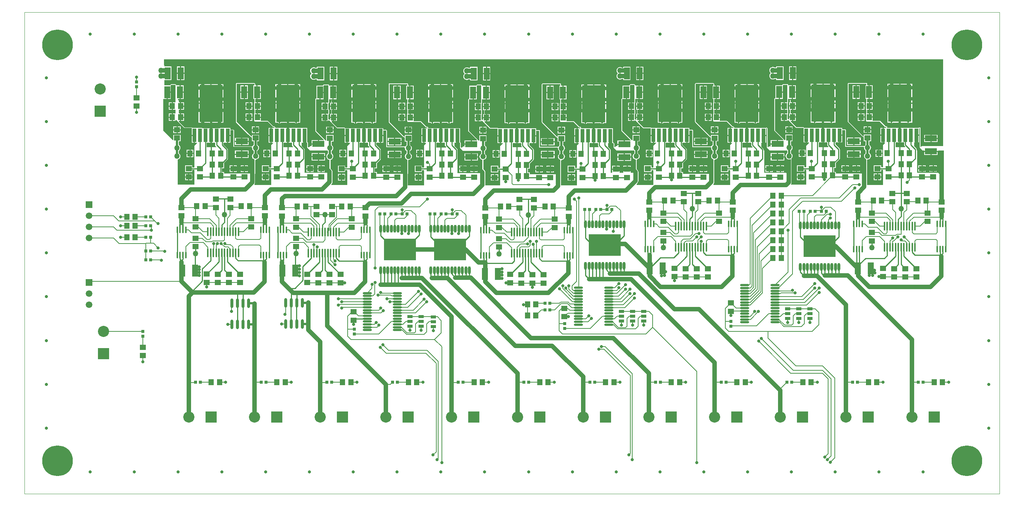
<source format=gtl>
%FSLAX44Y44*%
%MOMM*%
G71*
G01*
G75*
G04 Layer_Physical_Order=1*
G04 Layer_Color=255*
%ADD10O,2.1000X0.4500*%
%ADD11R,1.2000X1.3500*%
%ADD12R,0.8000X0.7000*%
%ADD13R,1.3500X1.2000*%
%ADD14R,0.7000X0.8000*%
%ADD15R,1.3000X0.8000*%
%ADD16R,2.8000X1.3500*%
%ADD17O,0.6000X1.8000*%
%ADD18R,7.4000X5.0000*%
%ADD19R,5.3500X8.5400*%
%ADD20R,0.8900X3.0600*%
%ADD21O,0.3500X1.5500*%
%ADD22R,1.3500X2.8000*%
%ADD23O,0.3500X2.2000*%
%ADD24O,0.6000X2.2000*%
%ADD25C,0.1524*%
%ADD26C,0.2540*%
%ADD27C,0.7620*%
%ADD28C,0.5080*%
%ADD29C,1.0160*%
%ADD30C,0.2032*%
%ADD31C,0.3048*%
%ADD32R,177.7702X1.3208*%
%ADD33C,0.1000*%
%ADD34R,2.5400X2.5400*%
%ADD35C,2.5400*%
%ADD36R,1.5000X1.5000*%
%ADD37C,1.5000*%
%ADD38R,2.5400X2.5400*%
%ADD39C,7.0000*%
%ADD40C,0.7000*%
%ADD41C,0.6600*%
%ADD42C,1.2700*%
G36*
X1572040Y932484D02*
X1569976D01*
Y901436D01*
X1572040D01*
Y893484D01*
X1571476D01*
Y876936D01*
X1572040D01*
Y868084D01*
X1571476D01*
Y851536D01*
X1572040D01*
Y849650D01*
X1602520D01*
X1615220Y836950D01*
X1617760D01*
Y835334D01*
X1616866Y835334D01*
D01*
X1616114D01*
Y835334D01*
X1611410D01*
Y818510D01*
Y801686D01*
X1613857D01*
X1614343Y800513D01*
X1610140Y796310D01*
Y745159D01*
X1605714D01*
Y749834D01*
X1589166D01*
Y734786D01*
X1605714D01*
Y739461D01*
X1610140D01*
Y704870D01*
X1572950D01*
X1572064Y705780D01*
X1572121Y707958D01*
X1572729Y708749D01*
X1573394Y710356D01*
X1573621Y712080D01*
X1573621Y712080D01*
Y730765D01*
X1573690Y730930D01*
Y762187D01*
X1574580Y762968D01*
X1576635Y763239D01*
X1578551Y764032D01*
X1580196Y765294D01*
X1581458Y766939D01*
X1582251Y768855D01*
X1582522Y770910D01*
X1582251Y772965D01*
X1581458Y774881D01*
X1580196Y776526D01*
X1578724Y777655D01*
Y783215D01*
X1580196Y784344D01*
X1581458Y785989D01*
X1582251Y787905D01*
X1582522Y789960D01*
X1582251Y792016D01*
X1581458Y793931D01*
X1580196Y795576D01*
X1578724Y796706D01*
Y804686D01*
X1582854D01*
Y819734D01*
X1566306D01*
Y816404D01*
X1565132Y815918D01*
X1559340Y821710D01*
X1531400Y849650D01*
Y936010D01*
X1572040D01*
Y932484D01*
D02*
G37*
G36*
X1872680Y792380D02*
X1914829D01*
X1915667Y791425D01*
X1915538Y790450D01*
X1915809Y788395D01*
X1916602Y786479D01*
X1917864Y784835D01*
X1919337Y783705D01*
Y778146D01*
X1917864Y777016D01*
X1916602Y775371D01*
X1915809Y773456D01*
X1915538Y771400D01*
X1915809Y769345D01*
X1916602Y767429D01*
X1917864Y765784D01*
X1919509Y764522D01*
X1920940Y763930D01*
Y731420D01*
X1851604D01*
Y735224D01*
X1846929D01*
Y744076D01*
X1851604D01*
Y755846D01*
X1859455Y763696D01*
X1860072Y764620D01*
X1860289Y765710D01*
X1860289Y765711D01*
Y786640D01*
X1860289Y786640D01*
X1860072Y787730D01*
X1859455Y788654D01*
X1859454Y788655D01*
X1850129Y797980D01*
Y802176D01*
X1853254D01*
Y802176D01*
X1853254D01*
X1853254Y802176D01*
X1854006D01*
Y802176D01*
X1858710D01*
Y819000D01*
X1859980D01*
Y820270D01*
X1865954D01*
Y830480D01*
X1872680D01*
Y792380D01*
D02*
G37*
G36*
X873130Y932194D02*
X871066D01*
Y901146D01*
X873130D01*
Y893194D01*
X872566D01*
Y876646D01*
X873130D01*
Y867794D01*
X872566D01*
Y851246D01*
X873130D01*
Y849360D01*
X903610D01*
X916310Y836660D01*
X918850D01*
Y835044D01*
X917956Y835044D01*
D01*
X917204D01*
Y835044D01*
X912500D01*
Y818220D01*
Y801396D01*
X914947D01*
X915433Y800223D01*
X911230Y796020D01*
Y744869D01*
X906804D01*
Y749544D01*
X890256D01*
Y734496D01*
X906804D01*
Y739171D01*
X911230D01*
Y704580D01*
X874711D01*
Y730475D01*
X874780Y730640D01*
Y761897D01*
X875670Y762678D01*
X877726Y762949D01*
X879641Y763742D01*
X881286Y765004D01*
X882548Y766649D01*
X883342Y768565D01*
X883612Y770620D01*
X883342Y772676D01*
X882548Y774591D01*
X881286Y776236D01*
X879814Y777366D01*
Y782925D01*
X881286Y784054D01*
X882548Y785699D01*
X883342Y787615D01*
X883612Y789670D01*
X883342Y791726D01*
X882548Y793641D01*
X881286Y795286D01*
X879814Y796416D01*
Y804396D01*
X883944D01*
Y819444D01*
X867396D01*
Y816114D01*
X866223Y815628D01*
X860430Y821420D01*
X832490Y849360D01*
Y935720D01*
X873130D01*
Y932194D01*
D02*
G37*
G36*
X1042100Y892704D02*
X1036410D01*
Y884430D01*
Y876156D01*
X1042100D01*
Y867304D01*
X1036410D01*
Y859030D01*
Y850756D01*
X1042664D01*
Y852387D01*
X1043837Y852873D01*
X1062420Y834290D01*
X1079306D01*
Y819000D01*
X1085280D01*
Y817730D01*
X1086550D01*
Y800906D01*
X1090877D01*
X1091363Y799733D01*
X1085280Y793650D01*
Y744379D01*
X1080854D01*
Y749054D01*
X1064306D01*
Y734006D01*
X1080854D01*
Y738681D01*
X1085280D01*
Y704750D01*
X1051776D01*
X1051241Y705360D01*
X1051241Y705360D01*
Y734170D01*
X1051241Y734170D01*
X1051014Y735894D01*
X1050349Y737500D01*
X1049290Y738880D01*
X1049290Y738880D01*
X1047180Y740990D01*
Y762355D01*
X1047966Y762459D01*
X1049881Y763252D01*
X1051526Y764514D01*
X1052788Y766159D01*
X1053582Y768074D01*
X1053852Y770130D01*
X1053582Y772186D01*
X1052788Y774101D01*
X1051526Y775746D01*
X1050054Y776875D01*
Y782435D01*
X1051526Y783564D01*
X1052788Y785209D01*
X1053582Y787125D01*
X1053852Y789180D01*
X1053582Y791236D01*
X1052788Y793151D01*
X1051526Y794796D01*
X1050054Y795926D01*
Y803906D01*
X1054184D01*
Y818954D01*
X1037636D01*
Y807183D01*
X1036465Y806691D01*
X1014160Y828550D01*
Y900656D01*
X1015266D01*
Y900656D01*
X1022270D01*
Y916180D01*
X1023540D01*
Y917450D01*
X1031814D01*
Y931704D01*
X1031814D01*
Y931792D01*
X1032712Y932690D01*
X1042100D01*
Y892704D01*
D02*
G37*
G36*
X1222440Y931704D02*
X1220376D01*
Y900656D01*
X1222440D01*
Y892704D01*
X1221876D01*
Y876156D01*
X1222440D01*
Y867304D01*
X1221876D01*
Y850756D01*
X1222440D01*
Y848870D01*
X1252920D01*
X1265620Y836170D01*
X1268160D01*
Y834554D01*
X1267266Y834554D01*
D01*
X1266514D01*
Y834554D01*
X1261810D01*
Y817730D01*
Y800906D01*
X1264257D01*
X1264743Y799733D01*
X1260540Y795530D01*
Y744379D01*
X1256114D01*
Y749054D01*
X1239566D01*
Y734006D01*
X1256114D01*
Y738681D01*
X1260540D01*
Y704090D01*
X1224021D01*
Y729985D01*
X1224090Y730150D01*
Y761407D01*
X1224980Y762188D01*
X1227036Y762459D01*
X1228951Y763252D01*
X1230596Y764514D01*
X1231858Y766159D01*
X1232652Y768075D01*
X1232922Y770130D01*
X1232652Y772186D01*
X1231858Y774101D01*
X1230596Y775746D01*
X1229124Y776876D01*
Y782435D01*
X1230596Y783565D01*
X1231858Y785209D01*
X1232652Y787125D01*
X1232922Y789180D01*
X1232652Y791236D01*
X1231858Y793151D01*
X1230596Y794796D01*
X1229124Y795926D01*
Y803906D01*
X1233254D01*
Y818954D01*
X1216706D01*
Y815624D01*
X1215533Y815138D01*
X1209740Y820930D01*
X1181800Y848870D01*
Y935230D01*
X1222440D01*
Y931704D01*
D02*
G37*
G36*
X476040Y791980D02*
X518189D01*
X519026Y791025D01*
X518898Y790050D01*
X519169Y787995D01*
X519962Y786079D01*
X521224Y784434D01*
X522696Y783305D01*
Y777745D01*
X521224Y776616D01*
X519962Y774971D01*
X519169Y773055D01*
X518898Y771000D01*
X519169Y768944D01*
X519962Y767029D01*
X521224Y765384D01*
X522869Y764122D01*
X524300Y763529D01*
Y731020D01*
X454964D01*
Y734824D01*
X450289D01*
Y743676D01*
X454964D01*
Y755445D01*
X462814Y763296D01*
X463432Y764220D01*
X463649Y765310D01*
X463649Y765310D01*
Y786240D01*
X463649Y786240D01*
X463432Y787330D01*
X462814Y788254D01*
X462814Y788254D01*
X453489Y797580D01*
Y801776D01*
X456614D01*
Y801776D01*
X456614D01*
X456614Y801776D01*
X457366D01*
Y801776D01*
X462070D01*
Y818600D01*
X463340D01*
Y819870D01*
X469314D01*
Y830080D01*
X476040D01*
Y791980D01*
D02*
G37*
G36*
X1920940Y932974D02*
X1918876D01*
Y901926D01*
X1920940D01*
Y893974D01*
X1920376D01*
Y877426D01*
X1920940D01*
Y868574D01*
X1920376D01*
Y852026D01*
X1920940D01*
Y850140D01*
X1951420D01*
X1964120Y837440D01*
X1966660D01*
Y835824D01*
X1965766Y835824D01*
D01*
X1965014D01*
Y835824D01*
X1960310D01*
Y819000D01*
Y802176D01*
X1962757D01*
X1963243Y801003D01*
X1959040Y796800D01*
Y745649D01*
X1954614D01*
Y750324D01*
X1938066D01*
Y735276D01*
X1954614D01*
Y739951D01*
X1959040D01*
Y705360D01*
X1922521D01*
Y731255D01*
X1922590Y731420D01*
Y762677D01*
X1923480Y763458D01*
X1925536Y763729D01*
X1927451Y764522D01*
X1929096Y765784D01*
X1930358Y767429D01*
X1931152Y769345D01*
X1931422Y771400D01*
X1931152Y773456D01*
X1930358Y775371D01*
X1929096Y777016D01*
X1927624Y778146D01*
Y783705D01*
X1929096Y784835D01*
X1930358Y786479D01*
X1931152Y788395D01*
X1931422Y790450D01*
X1931152Y792506D01*
X1930358Y794421D01*
X1929096Y796066D01*
X1927624Y797196D01*
Y805176D01*
X1931754D01*
Y820224D01*
X1915206D01*
Y816894D01*
X1914033Y816408D01*
X1908240Y822200D01*
X1880300Y850140D01*
Y936500D01*
X1920940D01*
Y932974D01*
D02*
G37*
G36*
X1174180Y791110D02*
X1216329D01*
X1217167Y790155D01*
X1217038Y789180D01*
X1217309Y787125D01*
X1218102Y785209D01*
X1219364Y783565D01*
X1220837Y782435D01*
Y776876D01*
X1219364Y775746D01*
X1218102Y774101D01*
X1217309Y772186D01*
X1217038Y770130D01*
X1217309Y768075D01*
X1218102Y766159D01*
X1219364Y764514D01*
X1221009Y763252D01*
X1222440Y762660D01*
Y730150D01*
X1153104D01*
Y733954D01*
X1148429D01*
Y742806D01*
X1153104D01*
Y754576D01*
X1160955Y762426D01*
X1161572Y763350D01*
X1161789Y764440D01*
X1161789Y764441D01*
Y785370D01*
X1161789Y785370D01*
X1161572Y786460D01*
X1160955Y787384D01*
X1160955Y787385D01*
X1151629Y796710D01*
Y800906D01*
X1154754D01*
Y800906D01*
X1154754D01*
X1154754Y800906D01*
X1155506D01*
Y800906D01*
X1160210D01*
Y817730D01*
X1161480D01*
Y819000D01*
X1167454D01*
Y829210D01*
X1174180D01*
Y791110D01*
D02*
G37*
G36*
X1523780Y791890D02*
X1565929D01*
X1566766Y790935D01*
X1566638Y789960D01*
X1566909Y787905D01*
X1567702Y785989D01*
X1568964Y784344D01*
X1570436Y783215D01*
Y777655D01*
X1568964Y776526D01*
X1567702Y774881D01*
X1566909Y772965D01*
X1566638Y770910D01*
X1566909Y768855D01*
X1567702Y766939D01*
X1568964Y765294D01*
X1570609Y764032D01*
X1572040Y763439D01*
Y730930D01*
X1502704D01*
Y734734D01*
X1498029D01*
Y743586D01*
X1502704D01*
Y755356D01*
X1510554Y763206D01*
X1511172Y764130D01*
X1511389Y765220D01*
X1511389Y765220D01*
Y786150D01*
X1511389Y786150D01*
X1511172Y787240D01*
X1510554Y788164D01*
X1510554Y788164D01*
X1501229Y797490D01*
Y801686D01*
X1504354D01*
Y801686D01*
X1504354D01*
X1504354Y801686D01*
X1505106D01*
Y801686D01*
X1509810D01*
Y818510D01*
X1511080D01*
Y819780D01*
X1517054D01*
Y829990D01*
X1523780D01*
Y791890D01*
D02*
G37*
G36*
X524300Y932574D02*
X522236D01*
Y901526D01*
X524300D01*
Y893574D01*
X523736D01*
Y877026D01*
X524300D01*
Y868174D01*
X523736D01*
Y851626D01*
X524300D01*
Y849740D01*
X554780D01*
X567480Y837040D01*
X570020D01*
Y835424D01*
X569126Y835424D01*
D01*
X568374D01*
Y835424D01*
X563670D01*
Y818600D01*
Y801776D01*
X566117D01*
X566603Y800603D01*
X562400Y796400D01*
Y745248D01*
X557974D01*
Y749924D01*
X541426D01*
Y734876D01*
X557974D01*
Y739551D01*
X562400D01*
Y704960D01*
X525210D01*
X524324Y705870D01*
X524344Y706650D01*
X524989Y707489D01*
X525654Y709096D01*
X525881Y710820D01*
X525881Y710820D01*
Y730854D01*
X525950Y731020D01*
Y762277D01*
X526840Y763058D01*
X528895Y763329D01*
X530811Y764122D01*
X532456Y765384D01*
X533718Y767029D01*
X534511Y768944D01*
X534782Y771000D01*
X534511Y773055D01*
X533718Y774971D01*
X532456Y776616D01*
X530984Y777745D01*
Y783305D01*
X532456Y784434D01*
X533718Y786079D01*
X534511Y787995D01*
X534782Y790050D01*
X534511Y792106D01*
X533718Y794021D01*
X532456Y795666D01*
X530984Y796796D01*
Y804776D01*
X535114D01*
Y819824D01*
X518566D01*
Y816493D01*
X517393Y816007D01*
X511600Y821800D01*
X483660Y849740D01*
Y936100D01*
X524300D01*
Y932574D01*
D02*
G37*
G36*
X692790Y893194D02*
X687100D01*
Y884920D01*
Y876646D01*
X692790D01*
Y867794D01*
X687100D01*
Y859520D01*
Y851246D01*
X693354D01*
Y852877D01*
X694527Y853363D01*
X713110Y834780D01*
X729996D01*
Y819490D01*
X735970D01*
Y818220D01*
X737240D01*
Y801396D01*
X741567D01*
X742053Y800223D01*
X735970Y794140D01*
Y744869D01*
X731544D01*
Y749544D01*
X714996D01*
Y734496D01*
X731544D01*
Y739171D01*
X735970D01*
Y705240D01*
X699980D01*
X699494Y706414D01*
X700460Y707380D01*
X700460Y707380D01*
X701519Y708760D01*
X702184Y710366D01*
X702411Y712090D01*
X702411Y712090D01*
Y735250D01*
X702411Y735250D01*
X702184Y736974D01*
X701519Y738580D01*
X700460Y739960D01*
X700460Y739960D01*
X697870Y742550D01*
Y762845D01*
X698656Y762949D01*
X700571Y763742D01*
X702216Y765004D01*
X703478Y766649D01*
X704272Y768565D01*
X704542Y770620D01*
X704272Y772675D01*
X703478Y774591D01*
X702216Y776236D01*
X700744Y777365D01*
Y782925D01*
X702216Y784054D01*
X703478Y785699D01*
X704272Y787615D01*
X704542Y789670D01*
X704272Y791726D01*
X703478Y793641D01*
X702216Y795286D01*
X700744Y796416D01*
Y804396D01*
X704874D01*
Y819444D01*
X688326D01*
Y807673D01*
X687155Y807181D01*
X664850Y829040D01*
Y901146D01*
X665956D01*
Y901146D01*
X672960D01*
Y916670D01*
X674230D01*
Y917940D01*
X682504D01*
Y932194D01*
X682504D01*
Y932282D01*
X683402Y933180D01*
X692790D01*
Y893194D01*
D02*
G37*
G36*
X1693960Y789958D02*
X1700310Y783607D01*
X1740267Y783607D01*
Y778145D01*
X1738794Y777016D01*
X1737532Y775371D01*
X1736739Y773456D01*
X1736468Y771400D01*
X1736739Y769344D01*
X1737532Y767429D01*
X1738794Y765784D01*
X1740439Y764522D01*
X1742355Y763729D01*
X1744410Y763458D01*
X1746466Y763729D01*
X1747494Y764155D01*
X1748550Y763449D01*
Y733705D01*
X1747652Y732807D01*
X1738410Y732807D01*
X1687610D01*
Y767758D01*
X1687610Y767758D01*
Y783607D01*
X1686649Y784569D01*
Y786150D01*
X1686649Y786150D01*
X1686432Y787240D01*
X1685814Y788164D01*
X1685814Y788164D01*
X1681260Y792719D01*
Y801686D01*
X1685070D01*
Y818510D01*
X1686340D01*
Y819780D01*
X1692314D01*
Y834408D01*
X1693960D01*
Y789958D01*
D02*
G37*
G36*
X988700Y801396D02*
X993404D01*
D01*
X993404D01*
X993780Y801020D01*
Y789670D01*
X1000130Y783320D01*
X1040613D01*
X1041767Y782435D01*
Y776875D01*
X1040294Y775746D01*
X1039032Y774101D01*
X1038239Y772186D01*
X1037968Y770130D01*
X1038239Y768074D01*
X1039032Y766159D01*
X1040294Y764514D01*
X1041939Y763252D01*
X1043855Y762459D01*
X1044580Y762363D01*
Y732620D01*
X1038230Y732520D01*
X987430D01*
Y763703D01*
X987522Y763840D01*
X987739Y764930D01*
X987739Y764930D01*
Y785860D01*
X987739Y785860D01*
X987522Y786950D01*
X986905Y787875D01*
X986905Y787875D01*
X981080Y793699D01*
Y801396D01*
X981456D01*
Y801396D01*
X986160D01*
Y818220D01*
X988700D01*
Y801396D01*
D02*
G37*
G36*
X1740600Y893974D02*
X1734910D01*
Y885700D01*
Y877426D01*
X1740600D01*
Y868574D01*
X1734910D01*
Y860300D01*
Y852026D01*
X1741164D01*
Y853657D01*
X1742337Y854143D01*
X1760920Y835560D01*
X1777806D01*
Y820270D01*
X1783780D01*
Y819000D01*
X1785050D01*
Y802176D01*
X1789377D01*
X1789863Y801003D01*
X1783780Y794920D01*
Y745649D01*
X1779354D01*
Y750324D01*
X1762806D01*
Y735276D01*
X1779354D01*
Y739951D01*
X1783780D01*
Y706020D01*
X1749575D01*
X1749013Y707159D01*
X1749258Y707479D01*
X1749453Y707950D01*
X1749924Y709086D01*
X1750151Y710810D01*
X1750151Y710810D01*
Y733588D01*
X1750199Y733705D01*
Y733705D01*
D01*
Y763449D01*
X1750135Y763605D01*
X1750168Y763771D01*
X1749900Y764171D01*
X1749716Y764615D01*
X1749716D01*
X1749454Y765328D01*
X1749449Y765341D01*
X1750026Y765784D01*
X1751288Y767429D01*
X1752082Y769344D01*
X1752352Y771400D01*
X1752082Y773456D01*
X1751288Y775371D01*
X1750026Y777016D01*
X1748554Y778145D01*
Y783705D01*
X1750026Y784834D01*
X1751288Y786479D01*
X1752082Y788395D01*
X1752352Y790450D01*
X1752082Y792506D01*
X1751288Y794421D01*
X1750026Y796066D01*
X1748554Y797196D01*
Y805176D01*
X1752684D01*
Y820224D01*
X1736136D01*
Y808453D01*
X1734965Y807961D01*
X1712660Y829820D01*
Y901926D01*
X1713766D01*
Y901926D01*
X1720770D01*
Y917450D01*
X1722040D01*
Y918720D01*
X1730314D01*
Y932974D01*
X1730314D01*
Y933062D01*
X1731212Y933960D01*
X1740600D01*
Y893974D01*
D02*
G37*
G36*
X2096200Y794269D02*
X2047940D01*
X2045684Y792004D01*
X2044510Y792489D01*
Y834898D01*
X2044027Y836064D01*
X2042860Y836547D01*
X2041214D01*
X2040048Y836064D01*
X2039948Y835824D01*
X2029266D01*
D01*
D01*
X2029266Y835824D01*
X2028514D01*
Y835824D01*
X2016566D01*
D01*
D01*
X2016566Y835824D01*
X2015814D01*
Y835824D01*
X2004012D01*
X2004012Y835824D01*
Y835824D01*
X2003866Y835824D01*
X2003490D01*
X2003114D01*
X2002968Y835824D01*
X2002968Y835824D01*
Y835824D01*
X1998410D01*
Y819000D01*
Y802176D01*
X2002968D01*
X2002968Y802176D01*
Y802176D01*
X2003114Y802176D01*
X2003490D01*
X2003866D01*
X2004012Y802176D01*
X2004012Y802176D01*
Y802176D01*
X2006992D01*
Y796801D01*
X2006992Y796800D01*
X2007209Y795710D01*
X2007826Y794786D01*
X2009719Y792894D01*
X2009233Y791720D01*
X1987289D01*
Y802176D01*
X1990268D01*
X1990268Y802176D01*
Y802176D01*
X1990414Y802176D01*
X1990790D01*
X1991166D01*
X1991312Y802176D01*
X1991312Y802176D01*
Y802176D01*
X1995870D01*
Y819000D01*
Y835824D01*
X1991312D01*
X1991312Y835824D01*
Y835824D01*
X1991166Y835824D01*
X1990790D01*
X1990414D01*
X1990268Y835824D01*
X1990268Y835824D01*
Y835824D01*
X1978466D01*
D01*
D01*
X1978466Y835824D01*
X1977714D01*
Y835824D01*
X1968310D01*
Y837440D01*
X1967827Y838607D01*
X1966660Y839090D01*
X1964803D01*
X1952587Y851307D01*
X1951420Y851790D01*
X1935424D01*
Y852026D01*
X1935424D01*
Y859030D01*
X1927900D01*
Y860300D01*
X1926630D01*
Y868574D01*
X1922590D01*
Y877426D01*
X1926630D01*
Y885700D01*
Y893974D01*
X1922590D01*
Y901926D01*
X1925880D01*
Y917450D01*
Y932974D01*
X1922590D01*
Y936500D01*
X1922107Y937667D01*
X1920940Y938150D01*
X1880300D01*
X1879134Y937667D01*
X1878651Y936500D01*
Y850140D01*
X1879134Y848974D01*
X1907074Y821034D01*
X1912866Y815241D01*
X1913170Y815116D01*
X1913401Y814884D01*
X1913730D01*
X1914033Y814758D01*
X1914150Y814807D01*
X1915206Y814101D01*
Y805176D01*
X1919337D01*
Y797196D01*
X1917864Y796066D01*
X1916602Y794421D01*
X1916539Y794270D01*
X1915351Y793822D01*
X1914937Y794026D01*
X1914883Y794008D01*
X1914829Y794030D01*
X1874330D01*
Y830480D01*
X1873847Y831647D01*
X1872680Y832130D01*
X1865954D01*
Y835824D01*
X1854006D01*
D01*
D01*
X1854006Y835824D01*
X1853254D01*
Y835824D01*
X1841306D01*
D01*
D01*
X1841306Y835824D01*
X1840554D01*
Y835824D01*
X1828752D01*
X1828752Y835824D01*
Y835824D01*
X1828606Y835824D01*
X1828230D01*
X1827854D01*
X1827708Y835824D01*
X1827708Y835824D01*
Y835824D01*
X1823150D01*
Y819000D01*
Y802176D01*
X1827708D01*
X1827708Y802176D01*
Y802176D01*
X1827854Y802176D01*
X1828230D01*
X1828606D01*
X1828752Y802176D01*
X1828752Y802176D01*
Y802176D01*
X1831732D01*
Y796800D01*
X1831732Y796800D01*
X1831949Y795710D01*
X1832566Y794786D01*
X1834458Y792894D01*
X1833972Y791720D01*
X1812029D01*
Y802176D01*
X1815008D01*
X1815008Y802176D01*
Y802176D01*
X1815154Y802176D01*
X1815530D01*
X1815906D01*
X1816052Y802176D01*
X1816052Y802176D01*
Y802176D01*
X1820610D01*
Y819000D01*
Y835824D01*
X1816052D01*
X1816052Y835824D01*
Y835824D01*
X1815906Y835824D01*
X1815530D01*
X1815154D01*
X1815008Y835824D01*
X1815008Y835824D01*
Y835824D01*
X1803206D01*
D01*
D01*
X1803206Y835824D01*
X1802454D01*
Y835824D01*
X1790506D01*
D01*
D01*
X1790506Y835824D01*
X1789754D01*
Y835824D01*
X1779346D01*
X1778973Y836727D01*
X1777806Y837210D01*
X1761604D01*
X1748220Y850593D01*
Y852026D01*
X1751370D01*
Y859030D01*
X1745116D01*
Y855357D01*
X1743943Y854871D01*
X1743504Y855310D01*
X1743201Y855435D01*
X1742969Y855667D01*
X1742641D01*
X1742337Y855793D01*
X1742220Y855744D01*
X1741164Y856450D01*
Y867158D01*
X1741767Y867408D01*
X1742250Y868574D01*
Y877426D01*
X1741767Y878592D01*
X1741164Y878842D01*
Y892558D01*
X1741767Y892808D01*
X1742250Y893974D01*
Y901926D01*
X1743266D01*
Y901926D01*
X1746600D01*
Y901600D01*
X1746736Y901926D01*
X1750270D01*
Y917450D01*
Y932974D01*
X1743266D01*
Y932974D01*
X1743148D01*
X1742250Y933872D01*
D01*
Y933960D01*
X1741767Y935127D01*
X1740600Y935610D01*
X1731212D01*
X1730046Y935127D01*
X1729148Y934229D01*
X1728665Y933062D01*
Y932974D01*
X1728665Y932974D01*
X1713766D01*
Y903576D01*
X1713766Y903576D01*
X1712660D01*
X1711494Y903093D01*
X1711011Y901926D01*
Y829820D01*
X1711014Y829812D01*
X1711011Y829803D01*
X1711255Y829230D01*
X1711494Y828654D01*
X1711502Y828650D01*
X1711506Y828642D01*
X1732089Y808470D01*
X1731609Y807294D01*
X1719360D01*
Y799020D01*
X1718090D01*
Y797750D01*
X1702566D01*
Y793489D01*
X1698340D01*
X1696783Y791927D01*
X1695610Y792412D01*
Y834408D01*
X1695126Y835574D01*
X1693960Y836057D01*
X1692314D01*
X1691148Y835574D01*
X1691048Y835334D01*
X1680366D01*
D01*
D01*
X1680366Y835334D01*
X1679614D01*
Y835334D01*
X1667666D01*
D01*
D01*
X1667666Y835334D01*
X1666914D01*
Y835334D01*
X1655112D01*
X1655112Y835334D01*
Y835334D01*
X1654966Y835334D01*
X1654590D01*
X1654214D01*
X1654068Y835334D01*
X1654068Y835334D01*
Y835334D01*
X1649510D01*
Y818510D01*
Y801686D01*
X1654068D01*
X1654068Y801686D01*
Y801686D01*
X1654214Y801686D01*
X1654590D01*
X1654966D01*
X1655112Y801686D01*
X1655112Y801686D01*
Y801686D01*
X1658091D01*
Y796310D01*
X1658091Y796310D01*
X1658308Y795220D01*
X1658926Y794296D01*
X1661108Y792114D01*
X1660622Y790940D01*
X1638389D01*
Y801686D01*
X1641368D01*
X1641368Y801686D01*
Y801686D01*
X1641514Y801686D01*
X1641890D01*
X1642266D01*
X1642412Y801686D01*
X1642412Y801686D01*
Y801686D01*
X1646970D01*
Y818510D01*
Y835334D01*
X1642412D01*
X1642412Y835334D01*
Y835334D01*
X1642266Y835334D01*
X1641890D01*
X1641514D01*
X1641368Y835334D01*
X1641368Y835334D01*
Y835334D01*
X1629566D01*
D01*
D01*
X1629566Y835334D01*
X1628814D01*
Y835334D01*
X1619410D01*
Y836950D01*
X1618926Y838116D01*
X1617760Y838600D01*
X1615903D01*
X1603686Y850816D01*
X1602520Y851300D01*
X1586524D01*
Y851536D01*
X1586524D01*
Y858540D01*
X1579000D01*
Y859810D01*
X1577730D01*
Y868084D01*
X1573690D01*
Y876936D01*
X1577730D01*
Y885210D01*
Y893484D01*
X1573690D01*
Y901436D01*
X1576980D01*
Y916960D01*
Y932484D01*
X1573690D01*
Y936010D01*
X1573206Y937176D01*
X1572040Y937660D01*
X1531400D01*
X1530234Y937176D01*
X1529750Y936010D01*
Y849650D01*
X1530234Y848484D01*
X1558174Y820544D01*
X1563966Y814751D01*
X1564269Y814625D01*
X1564501Y814393D01*
X1564829D01*
X1565132Y814268D01*
X1565250Y814317D01*
X1566306Y813611D01*
Y804686D01*
X1570436D01*
Y796706D01*
X1568964Y795576D01*
X1567702Y793931D01*
X1567639Y793780D01*
X1566451Y793332D01*
X1566037Y793536D01*
X1565982Y793518D01*
X1565929Y793540D01*
X1525430D01*
Y829990D01*
X1524946Y831156D01*
X1523780Y831640D01*
X1517054D01*
Y835334D01*
X1505106D01*
D01*
D01*
X1505106Y835334D01*
X1504354D01*
Y835334D01*
X1492406D01*
D01*
D01*
X1492406Y835334D01*
X1491654D01*
Y835334D01*
X1479852D01*
X1479852Y835334D01*
Y835334D01*
X1479706Y835334D01*
X1479330D01*
X1478954D01*
X1478808Y835334D01*
X1478808Y835334D01*
Y835334D01*
X1474250D01*
Y818510D01*
Y801686D01*
X1478808D01*
X1478808Y801686D01*
Y801686D01*
X1478954Y801686D01*
X1479330D01*
X1479706D01*
X1479852Y801686D01*
X1479852Y801686D01*
Y801686D01*
X1482832D01*
Y796310D01*
X1482832Y796310D01*
X1483048Y795220D01*
X1483666Y794295D01*
X1485848Y792114D01*
X1485362Y790940D01*
X1463129D01*
Y801686D01*
X1466108D01*
X1466108Y801686D01*
Y801686D01*
X1466254Y801686D01*
X1466630D01*
X1467006D01*
X1467152Y801686D01*
X1467152Y801686D01*
Y801686D01*
X1471710D01*
Y818510D01*
Y835334D01*
X1467152D01*
X1467152Y835334D01*
Y835334D01*
X1467006Y835334D01*
X1466630D01*
X1466254D01*
X1466108Y835334D01*
X1466108Y835334D01*
Y835334D01*
X1454306D01*
D01*
D01*
X1454306Y835334D01*
X1453554D01*
Y835334D01*
X1441606D01*
D01*
D01*
X1441606Y835334D01*
X1440854D01*
Y835334D01*
X1430446D01*
X1430072Y836236D01*
X1428906Y836720D01*
X1412703D01*
X1399060Y850362D01*
X1399547Y851536D01*
X1402470D01*
Y858540D01*
X1396216D01*
Y854866D01*
X1395043Y854380D01*
X1394604Y854819D01*
X1394300Y854945D01*
X1394068Y855177D01*
X1393740D01*
X1393437Y855303D01*
X1393320Y855254D01*
X1392264Y855959D01*
Y866668D01*
X1392866Y866917D01*
X1393350Y868084D01*
Y876936D01*
X1392866Y878102D01*
X1392264Y878352D01*
Y892068D01*
X1392866Y892317D01*
X1393350Y893484D01*
Y901436D01*
X1394366D01*
Y901436D01*
X1401370D01*
Y916960D01*
Y932484D01*
X1394366D01*
Y932484D01*
X1394248D01*
D01*
X1393350Y933382D01*
Y933470D01*
X1392866Y934636D01*
X1391700Y935120D01*
X1382312D01*
X1381146Y934636D01*
X1380248Y933738D01*
X1379764Y932572D01*
Y932484D01*
X1379764Y932484D01*
X1364866D01*
Y903086D01*
X1364866Y903086D01*
X1363760D01*
X1362594Y902602D01*
X1362110Y901436D01*
Y829330D01*
X1362114Y829322D01*
X1362110Y829313D01*
X1362355Y828740D01*
X1362594Y828164D01*
X1362602Y828160D01*
X1362605Y828152D01*
X1383485Y807690D01*
X1383005Y806514D01*
X1369760D01*
Y798240D01*
X1368490D01*
Y796970D01*
X1352966D01*
Y794269D01*
X1349730D01*
X1347190Y791720D01*
X1345509D01*
Y800008D01*
X1345026Y801174D01*
X1344128Y802073D01*
X1342962Y802556D01*
X1342714D01*
X1342714Y802556D01*
Y834554D01*
X1330766D01*
D01*
D01*
X1330766Y834554D01*
X1330014D01*
Y834554D01*
X1318066D01*
D01*
D01*
X1318066Y834554D01*
X1317314D01*
Y834554D01*
X1305512D01*
X1305512Y834554D01*
Y834554D01*
X1305366Y834554D01*
X1304990D01*
X1304614D01*
X1304468Y834554D01*
X1304468Y834554D01*
Y834554D01*
X1299910D01*
Y817730D01*
Y800906D01*
X1304468D01*
X1304468Y800906D01*
Y800906D01*
X1304614Y800906D01*
X1304990D01*
X1305366D01*
X1305512Y800906D01*
X1305512Y800906D01*
Y800906D01*
X1308492D01*
Y795530D01*
X1308492Y795530D01*
X1308709Y794440D01*
X1309326Y793516D01*
X1309949Y792893D01*
X1309463Y791720D01*
X1288789D01*
Y800906D01*
X1291768D01*
X1291768Y800906D01*
Y800906D01*
X1291914Y800906D01*
X1292290D01*
X1292666D01*
X1292812Y800906D01*
X1292812Y800906D01*
Y800906D01*
X1297370D01*
Y817730D01*
Y834554D01*
X1292812D01*
X1292812Y834554D01*
Y834554D01*
X1292666Y834554D01*
X1292290D01*
X1291914D01*
X1291768Y834554D01*
X1291768Y834554D01*
Y834554D01*
X1279966D01*
D01*
D01*
X1279966Y834554D01*
X1279214D01*
Y834554D01*
X1269810D01*
Y836170D01*
X1269327Y837337D01*
X1268160Y837820D01*
X1266303D01*
X1254087Y850037D01*
X1252920Y850520D01*
X1236924D01*
Y850756D01*
X1236924D01*
Y857760D01*
X1229400D01*
Y859030D01*
X1228130D01*
Y867304D01*
X1224090D01*
Y876156D01*
X1228130D01*
Y884430D01*
Y892704D01*
X1224090D01*
Y900656D01*
X1227380D01*
Y916180D01*
Y931704D01*
X1224090D01*
Y935230D01*
X1223607Y936397D01*
X1222440Y936880D01*
X1181800D01*
X1180634Y936397D01*
X1180151Y935230D01*
Y848870D01*
X1180634Y847704D01*
X1208574Y819764D01*
X1214366Y813971D01*
X1214669Y813846D01*
X1214902Y813614D01*
X1215230D01*
X1215533Y813488D01*
X1215650Y813537D01*
X1216706Y812831D01*
Y803906D01*
X1220837D01*
Y795926D01*
X1219364Y794796D01*
X1218102Y793151D01*
X1218039Y793000D01*
X1216851Y792552D01*
X1216437Y792756D01*
X1216383Y792738D01*
X1216329Y792760D01*
X1175830D01*
Y829210D01*
X1175347Y830377D01*
X1174180Y830860D01*
X1167454D01*
Y834554D01*
X1155506D01*
D01*
D01*
X1155506Y834554D01*
X1154754D01*
Y834554D01*
X1142806D01*
D01*
D01*
X1142806Y834554D01*
X1142054D01*
Y834554D01*
X1130252D01*
X1130252Y834554D01*
Y834554D01*
X1130106Y834554D01*
X1129730D01*
X1129354D01*
X1129208Y834554D01*
X1129208Y834554D01*
Y834554D01*
X1124650D01*
Y817730D01*
Y800906D01*
X1129208D01*
X1129208Y800906D01*
Y800906D01*
X1129354Y800906D01*
X1129730D01*
X1130106D01*
X1130252Y800906D01*
X1130252Y800906D01*
Y800906D01*
X1133232D01*
Y795530D01*
X1133232Y795530D01*
X1133449Y794440D01*
X1134066Y793516D01*
X1134688Y792893D01*
X1134202Y791720D01*
X1113529D01*
Y800906D01*
X1116508D01*
X1116508Y800906D01*
Y800906D01*
X1116654Y800906D01*
X1117030D01*
X1117406D01*
X1117552Y800906D01*
X1117552Y800906D01*
Y800906D01*
X1122110D01*
Y817730D01*
Y834554D01*
X1117552D01*
X1117552Y834554D01*
Y834554D01*
X1117406Y834554D01*
X1117030D01*
X1116654D01*
X1116508Y834554D01*
X1116508Y834554D01*
Y834554D01*
X1104706D01*
D01*
D01*
X1104706Y834554D01*
X1103954D01*
Y834554D01*
X1092006D01*
D01*
D01*
X1092006Y834554D01*
X1091254D01*
Y834554D01*
X1080846D01*
X1080473Y835457D01*
X1079306Y835940D01*
X1063103D01*
X1050010Y849033D01*
Y850756D01*
X1052870D01*
Y857760D01*
X1046616D01*
Y854087D01*
X1045443Y853601D01*
X1045004Y854040D01*
X1044701Y854165D01*
X1044469Y854397D01*
X1044141D01*
X1043837Y854523D01*
X1043720Y854474D01*
X1042664Y855180D01*
Y865888D01*
X1043267Y866138D01*
X1043750Y867304D01*
Y876156D01*
X1043267Y877322D01*
X1042664Y877572D01*
Y891288D01*
X1043267Y891538D01*
X1043750Y892704D01*
Y900656D01*
X1044766D01*
Y900656D01*
X1048870D01*
Y892704D01*
X1046616D01*
Y885700D01*
X1052870D01*
Y892704D01*
X1050010D01*
Y898775D01*
X1049304Y899483D01*
X1049791Y900656D01*
X1051770D01*
Y916180D01*
Y931704D01*
X1044766D01*
Y931704D01*
X1044648D01*
X1043750Y932602D01*
D01*
Y932690D01*
X1043267Y933857D01*
X1042100Y934340D01*
X1032712D01*
X1031546Y933857D01*
X1030648Y932959D01*
X1030165Y931792D01*
Y931704D01*
X1030165Y931704D01*
X1015266D01*
Y902306D01*
X1015266Y902306D01*
X1014160D01*
X1012994Y901823D01*
X1012511Y900656D01*
Y828550D01*
X1012514Y828542D01*
X1012511Y828533D01*
X1012755Y827960D01*
X1012994Y827384D01*
X1013002Y827380D01*
X1013006Y827372D01*
X1032589Y808180D01*
X1032109Y807004D01*
X1020450D01*
Y798730D01*
X1019180D01*
Y797460D01*
X1003656D01*
Y793379D01*
X1000610D01*
X998070Y790830D01*
X995430D01*
Y801020D01*
X995088Y801845D01*
X994947Y802187D01*
X994571Y802562D01*
X994571Y802563D01*
X993404Y803046D01*
Y835044D01*
X981456D01*
D01*
D01*
X981456Y835044D01*
X980704D01*
Y835044D01*
X968756D01*
D01*
D01*
X968756Y835044D01*
X968004D01*
Y835044D01*
X956202D01*
X956202Y835044D01*
Y835044D01*
X956056Y835044D01*
X955680D01*
X955304D01*
X955158Y835044D01*
X955158Y835044D01*
Y835044D01*
X950600D01*
Y818220D01*
Y801396D01*
X955158D01*
X955158Y801396D01*
Y801396D01*
X955304Y801396D01*
X955680D01*
X956056D01*
X956202Y801396D01*
X956202Y801396D01*
Y801396D01*
X959182D01*
Y796021D01*
X959182Y796020D01*
X959399Y794930D01*
X960016Y794006D01*
X962019Y792003D01*
X961533Y790830D01*
X939479D01*
Y801396D01*
X942458D01*
X942458Y801396D01*
Y801396D01*
X942604Y801396D01*
X942980D01*
X943356D01*
X943502Y801396D01*
X943502Y801396D01*
Y801396D01*
X948060D01*
Y818220D01*
Y835044D01*
X943502D01*
X943502Y835044D01*
Y835044D01*
X943356Y835044D01*
X942980D01*
X942604D01*
X942458Y835044D01*
X942458Y835044D01*
Y835044D01*
X930656D01*
D01*
D01*
X930656Y835044D01*
X929904D01*
Y835044D01*
X920500D01*
Y836660D01*
X920017Y837827D01*
X918850Y838310D01*
X916993D01*
X904777Y850527D01*
X903610Y851010D01*
X887614D01*
Y851246D01*
X887614D01*
Y858250D01*
X880090D01*
Y859520D01*
X878820D01*
Y867794D01*
X874780D01*
Y876646D01*
X878820D01*
Y884920D01*
Y893194D01*
X874780D01*
Y901146D01*
X878070D01*
Y916670D01*
Y932194D01*
X874780D01*
Y935720D01*
X874297Y936887D01*
X873130Y937370D01*
X832490D01*
X831324Y936887D01*
X830841Y935720D01*
Y849360D01*
X831324Y848194D01*
X859264Y820254D01*
X865056Y814461D01*
X865359Y814336D01*
X865592Y814104D01*
X865920D01*
X866223Y813978D01*
X866340Y814027D01*
X867396Y813321D01*
Y804396D01*
X871527D01*
Y796416D01*
X870054Y795286D01*
X868792Y793641D01*
X868729Y793490D01*
X867541Y793042D01*
X867127Y793246D01*
X867073Y793228D01*
X867019Y793250D01*
X826520D01*
Y829700D01*
X826037Y830867D01*
X824870Y831350D01*
X818144D01*
Y835044D01*
X806196D01*
D01*
D01*
X806196Y835044D01*
X805444D01*
Y835044D01*
X793496D01*
D01*
D01*
X793496Y835044D01*
X792744D01*
Y835044D01*
X780942D01*
X780942Y835044D01*
Y835044D01*
X780796Y835044D01*
X780420D01*
X780044D01*
X779898Y835044D01*
X779898Y835044D01*
Y835044D01*
X775340D01*
Y818220D01*
Y801396D01*
X779898D01*
X779898Y801396D01*
Y801396D01*
X780044Y801396D01*
X780420D01*
X780796D01*
X780942Y801396D01*
X780942Y801396D01*
Y801396D01*
X783922D01*
Y796020D01*
X783922Y796020D01*
X784139Y794930D01*
X784756Y794006D01*
X786758Y792003D01*
X786272Y790830D01*
X764219D01*
Y801396D01*
X767198D01*
X767198Y801396D01*
Y801396D01*
X767344Y801396D01*
X767720D01*
X768096D01*
X768242Y801396D01*
X768242Y801396D01*
Y801396D01*
X772800D01*
Y818220D01*
Y835044D01*
X768242D01*
X768242Y835044D01*
Y835044D01*
X768096Y835044D01*
X767720D01*
X767344D01*
X767198Y835044D01*
X767198Y835044D01*
Y835044D01*
X755396D01*
D01*
D01*
X755396Y835044D01*
X754644D01*
Y835044D01*
X742696D01*
D01*
D01*
X742696Y835044D01*
X741944D01*
Y835044D01*
X731536D01*
X731163Y835947D01*
X729996Y836430D01*
X713793D01*
X700890Y849333D01*
Y851246D01*
X703560D01*
Y858250D01*
X697306D01*
Y854577D01*
X696133Y854091D01*
X695694Y854529D01*
X695391Y854655D01*
X695159Y854887D01*
X694831D01*
X694527Y855013D01*
X694410Y854964D01*
X693354Y855670D01*
Y866378D01*
X693957Y866628D01*
X694440Y867794D01*
Y876646D01*
X693957Y877812D01*
X693354Y878062D01*
Y891778D01*
X693957Y892028D01*
X694440Y893194D01*
Y901146D01*
X695456D01*
Y901146D01*
X702460D01*
Y916670D01*
Y932194D01*
X695456D01*
Y932194D01*
X695338D01*
X694440Y933092D01*
D01*
Y933180D01*
X693957Y934347D01*
X692790Y934830D01*
X683402D01*
X682236Y934347D01*
X681338Y933448D01*
X680855Y932282D01*
Y932194D01*
X680855Y932194D01*
X665956D01*
Y902796D01*
X665956Y902796D01*
X664850D01*
X663684Y902312D01*
X663201Y901146D01*
Y829040D01*
X663204Y829032D01*
X663201Y829024D01*
X663445Y828450D01*
X663684Y827874D01*
X663692Y827870D01*
X663696Y827862D01*
X683392Y808560D01*
X682912Y807384D01*
X671620D01*
Y799110D01*
X670350D01*
Y797840D01*
X654826D01*
Y793869D01*
X651300D01*
X648760Y791320D01*
X646600D01*
Y801400D01*
X646258Y802225D01*
X646116Y802566D01*
X645740Y802942D01*
X645740Y802942D01*
X644574Y803426D01*
Y835424D01*
X632626D01*
D01*
D01*
X632626Y835424D01*
X631874D01*
Y835424D01*
X619926D01*
D01*
D01*
X619926Y835424D01*
X619174D01*
Y835424D01*
X607372D01*
X607372Y835424D01*
Y835424D01*
X607226Y835424D01*
X606850D01*
X606474D01*
X606328Y835424D01*
X606328Y835424D01*
Y835424D01*
X601770D01*
Y818600D01*
Y801776D01*
X606328D01*
X606328Y801776D01*
Y801776D01*
X606474Y801776D01*
X606850D01*
X607226D01*
X607372Y801776D01*
X607372Y801776D01*
Y801776D01*
X610351D01*
Y796400D01*
X610351Y796400D01*
X610568Y795310D01*
X611186Y794386D01*
X613078Y792493D01*
X612592Y791320D01*
X590649D01*
Y801776D01*
X593628D01*
X593628Y801776D01*
Y801776D01*
X593774Y801776D01*
X594150D01*
X594526D01*
X594672Y801776D01*
X594672Y801776D01*
Y801776D01*
X599230D01*
Y818600D01*
Y835424D01*
X594672D01*
X594672Y835424D01*
Y835424D01*
X594526Y835424D01*
X594150D01*
X593774D01*
X593628Y835424D01*
X593628Y835424D01*
Y835424D01*
X581826D01*
D01*
D01*
X581826Y835424D01*
X581074D01*
Y835424D01*
X571670D01*
Y837040D01*
X571186Y838206D01*
X570020Y838690D01*
X568163D01*
X555946Y850906D01*
X554780Y851390D01*
X538784D01*
Y851626D01*
X538784D01*
Y858630D01*
X531260D01*
Y859900D01*
X529990D01*
Y868174D01*
X525950D01*
Y877026D01*
X529990D01*
Y885300D01*
Y893574D01*
X525950D01*
Y901526D01*
X529240D01*
Y917050D01*
Y932574D01*
X525950D01*
Y936100D01*
X525466Y937266D01*
X524300Y937750D01*
X483660D01*
X482494Y937266D01*
X482010Y936100D01*
Y849740D01*
X482494Y848574D01*
X510434Y820634D01*
X510434Y820634D01*
X516226Y814841D01*
X516529Y814715D01*
X516762Y814483D01*
X517090D01*
X517393Y814358D01*
X517510Y814406D01*
X518566Y813701D01*
Y804776D01*
X522696D01*
Y796796D01*
X521224Y795666D01*
X519962Y794021D01*
X519899Y793869D01*
X518711Y793422D01*
X518297Y793626D01*
X518242Y793608D01*
X518189Y793630D01*
X477690D01*
Y830080D01*
X477206Y831246D01*
X476040Y831730D01*
X469314D01*
Y835424D01*
X457366D01*
D01*
D01*
X457366Y835424D01*
X456614D01*
Y835424D01*
X444666D01*
D01*
D01*
X444666Y835424D01*
X443914D01*
Y835424D01*
X432112D01*
X432112Y835424D01*
Y835424D01*
X431966Y835424D01*
X431590D01*
X431214D01*
X431068Y835424D01*
X431068Y835424D01*
Y835424D01*
X426510D01*
Y818600D01*
Y801776D01*
X431068D01*
X431068Y801776D01*
Y801776D01*
X431214Y801776D01*
X431590D01*
X431966D01*
X432112Y801776D01*
X432112Y801776D01*
Y801776D01*
X435092D01*
Y796400D01*
X435092Y796400D01*
X435308Y795310D01*
X435926Y794385D01*
X437818Y792493D01*
X437332Y791320D01*
X415389D01*
Y801776D01*
X418368D01*
X418368Y801776D01*
Y801776D01*
X418514Y801776D01*
X418890D01*
X419266D01*
X419412Y801776D01*
X419412Y801776D01*
Y801776D01*
X423970D01*
Y818600D01*
Y835424D01*
X419412D01*
X419412Y835424D01*
Y835424D01*
X419266Y835424D01*
X418890D01*
X418514D01*
X418368Y835424D01*
X418368Y835424D01*
Y835424D01*
X406566D01*
D01*
D01*
X406566Y835424D01*
X405814D01*
Y835424D01*
X393866D01*
D01*
D01*
X393866Y835424D01*
X393114D01*
Y835424D01*
X382706D01*
X382332Y836327D01*
X381166Y836810D01*
X364963D01*
X351580Y850193D01*
Y851626D01*
X354730D01*
Y859900D01*
Y868174D01*
X351580D01*
Y877026D01*
X354730D01*
Y885300D01*
Y893574D01*
X351580D01*
Y898375D01*
X349608Y900353D01*
X350095Y901526D01*
X353630D01*
Y917050D01*
Y932574D01*
X346626D01*
Y932574D01*
X346508D01*
X345610Y933472D01*
Y933560D01*
X345126Y934726D01*
X343960Y935210D01*
X334572D01*
X333406Y934726D01*
X332508Y933828D01*
X332024Y932662D01*
Y932574D01*
X332024Y932574D01*
X318560D01*
Y944706D01*
X334944D01*
Y975754D01*
X318560D01*
Y979940D01*
X699560D01*
Y979450D01*
X1016990D01*
Y980340D01*
X1397990D01*
Y979560D01*
X1715200D01*
Y980340D01*
X2096200D01*
Y794269D01*
D02*
G37*
G36*
X639870Y801776D02*
X644574D01*
D01*
X644574D01*
X644950Y801400D01*
Y790050D01*
X651300Y783700D01*
X691446D01*
X692457Y782925D01*
Y777365D01*
X690984Y776236D01*
X689722Y774591D01*
X688929Y772675D01*
X688658Y770620D01*
X688929Y768565D01*
X689722Y766649D01*
X690984Y765004D01*
X692629Y763742D01*
X694545Y762949D01*
X695750Y762790D01*
Y733000D01*
X689400Y732900D01*
X638600D01*
Y764082D01*
X638692Y764220D01*
X638909Y765310D01*
X638909Y765310D01*
Y786240D01*
X638909Y786240D01*
X638692Y787330D01*
X638074Y788254D01*
X638074Y788254D01*
X632250Y794079D01*
Y801776D01*
X632626D01*
Y801776D01*
X637330D01*
Y818600D01*
X639870D01*
Y801776D01*
D02*
G37*
G36*
X343960Y893574D02*
X338270D01*
Y885300D01*
Y877026D01*
X343960D01*
Y868174D01*
X338270D01*
Y859900D01*
Y851626D01*
X344524D01*
Y853257D01*
X345698Y853743D01*
X364280Y835160D01*
X381166D01*
Y819870D01*
X387140D01*
Y818600D01*
X388410D01*
Y801776D01*
X392737D01*
X393223Y800603D01*
X387140Y794520D01*
Y745249D01*
X382714D01*
Y749924D01*
X366166D01*
Y734876D01*
X382714D01*
Y739551D01*
X387140D01*
Y705620D01*
X349040D01*
Y763225D01*
X349826Y763328D01*
X351741Y764122D01*
X353386Y765384D01*
X354648Y767029D01*
X355441Y768944D01*
X355712Y771000D01*
X355441Y773055D01*
X354648Y774971D01*
X353386Y776616D01*
X351914Y777745D01*
Y783305D01*
X353386Y784434D01*
X354648Y786079D01*
X355441Y787995D01*
X355712Y790050D01*
X355441Y792105D01*
X354648Y794021D01*
X353386Y795666D01*
X351914Y796795D01*
Y804776D01*
X356044D01*
Y819824D01*
X339496D01*
Y808053D01*
X338325Y807561D01*
X316020Y829420D01*
Y901526D01*
X317126D01*
Y901526D01*
X324130D01*
Y917050D01*
X325400D01*
Y918320D01*
X333674D01*
Y932574D01*
X333674D01*
Y932662D01*
X334572Y933560D01*
X343960D01*
Y893574D01*
D02*
G37*
G36*
X1391700Y893484D02*
X1386010D01*
Y885210D01*
Y876936D01*
X1391700D01*
Y868084D01*
X1386010D01*
Y859810D01*
Y851536D01*
X1392264D01*
Y853167D01*
X1393437Y853653D01*
X1412020Y835070D01*
X1428906D01*
Y819780D01*
X1434880D01*
Y818510D01*
X1436150D01*
Y801686D01*
X1440477D01*
X1440963Y800513D01*
X1434880Y794430D01*
Y745159D01*
X1430454D01*
Y749834D01*
X1413906D01*
Y734786D01*
X1430454D01*
Y739461D01*
X1434880D01*
Y705536D01*
X1434872Y705530D01*
X1396780D01*
Y707740D01*
X1398600Y709560D01*
X1398600Y709560D01*
X1399659Y710940D01*
X1400324Y712546D01*
X1400551Y714270D01*
X1400551Y714270D01*
Y734860D01*
X1400551Y734860D01*
X1400324Y736584D01*
X1399659Y738190D01*
X1398600Y739570D01*
X1398600Y739570D01*
X1396780Y741390D01*
Y763135D01*
X1397565Y763239D01*
X1399481Y764032D01*
X1401126Y765294D01*
X1402388Y766939D01*
X1403181Y768854D01*
X1403452Y770910D01*
X1403181Y772965D01*
X1402388Y774881D01*
X1401126Y776526D01*
X1399654Y777655D01*
Y783215D01*
X1401126Y784344D01*
X1402388Y785989D01*
X1403181Y787905D01*
X1403452Y789960D01*
X1403181Y792016D01*
X1402388Y793931D01*
X1401126Y795576D01*
X1399654Y796705D01*
Y804686D01*
X1403784D01*
Y819734D01*
X1387236D01*
Y807963D01*
X1386065Y807471D01*
X1363760Y829330D01*
Y901436D01*
X1364866D01*
Y901436D01*
X1371870D01*
Y916960D01*
X1373140D01*
Y918230D01*
X1381414D01*
Y932484D01*
X1381414D01*
Y932572D01*
X1382312Y933470D01*
X1391700D01*
Y893484D01*
D02*
G37*
G36*
X824870Y791600D02*
X867019D01*
X867857Y790645D01*
X867728Y789670D01*
X867999Y787615D01*
X868792Y785699D01*
X870054Y784054D01*
X871527Y782925D01*
Y777366D01*
X870054Y776236D01*
X868792Y774591D01*
X867999Y772676D01*
X867728Y770620D01*
X867999Y768565D01*
X868792Y766649D01*
X870054Y765004D01*
X871699Y763742D01*
X873130Y763149D01*
Y730640D01*
X803794D01*
Y734444D01*
X799119D01*
Y743296D01*
X803794D01*
Y755066D01*
X811645Y762916D01*
X812262Y763840D01*
X812479Y764930D01*
X812479Y764930D01*
Y785860D01*
X812479Y785860D01*
X812262Y786950D01*
X811645Y787875D01*
X811645Y787875D01*
X802319Y797200D01*
Y801396D01*
X805444D01*
Y801396D01*
X805444D01*
X805444Y801396D01*
X806196D01*
Y801396D01*
X810900D01*
Y818220D01*
X812170D01*
Y819490D01*
X818144D01*
Y829700D01*
X824870D01*
Y791600D01*
D02*
G37*
G36*
X1338010Y800906D02*
X1342714D01*
Y800906D01*
X1342962D01*
X1343860Y800008D01*
Y790340D01*
X1350210Y783990D01*
X1390356D01*
X1391366Y783215D01*
Y777655D01*
X1389894Y776526D01*
X1388632Y774881D01*
X1387839Y772965D01*
X1387568Y770910D01*
X1387839Y768854D01*
X1388632Y766939D01*
X1389894Y765294D01*
X1391539Y764032D01*
X1393454Y763239D01*
X1394660Y763080D01*
Y733290D01*
X1388310Y733190D01*
X1383114D01*
Y733190D01*
Y734006D01*
X1383114Y734088D01*
X1383114Y734088D01*
X1383114D01*
Y740260D01*
X1366566D01*
Y734088D01*
X1366566Y734088D01*
X1366566D01*
X1366566Y734006D01*
X1365750Y733190D01*
X1357714D01*
Y733190D01*
Y734006D01*
X1357714Y734088D01*
X1357714Y734088D01*
X1357714D01*
Y740260D01*
X1341166D01*
Y734088D01*
X1341166Y734088D01*
X1341166D01*
X1341166Y734006D01*
X1340349Y733190D01*
X1337510D01*
Y768140D01*
X1337510Y768140D01*
Y783990D01*
X1337049Y784451D01*
Y785370D01*
X1337049Y785370D01*
X1336832Y786460D01*
X1336215Y787384D01*
X1336214Y787385D01*
X1331160Y792439D01*
Y800906D01*
X1335470D01*
Y817730D01*
X1338010D01*
Y800906D01*
D02*
G37*
G36*
X2042860Y790448D02*
X2049210Y784098D01*
X2052716D01*
Y783320D01*
X2083885D01*
X2084662Y784098D01*
X2097450Y784098D01*
Y734195D01*
X2096552Y733298D01*
X2087310Y733298D01*
X2036510D01*
Y768248D01*
X2036510Y768248D01*
Y784098D01*
X2035549Y785059D01*
Y786640D01*
X2035549Y786640D01*
X2035332Y787730D01*
X2034715Y788654D01*
X2034715Y788655D01*
X2030160Y793209D01*
Y802176D01*
X2033970D01*
Y819000D01*
X2035240D01*
Y820270D01*
X2041214D01*
Y834898D01*
X2042860D01*
Y790448D01*
D02*
G37*
%LPC*%
G36*
X669080Y777884D02*
X654826D01*
Y770880D01*
X669080D01*
Y777884D01*
D02*
G37*
G36*
X1384014Y777014D02*
X1369760D01*
Y770010D01*
X1384014D01*
Y777014D01*
D02*
G37*
G36*
X1367220D02*
X1352966D01*
Y770010D01*
X1367220D01*
Y777014D01*
D02*
G37*
G36*
X1957064Y776480D02*
X1950810D01*
Y769476D01*
X1957064D01*
Y776480D01*
D02*
G37*
G36*
X1017910Y777504D02*
X1003656D01*
Y770500D01*
X1017910D01*
Y777504D01*
D02*
G37*
G36*
X1733614Y777794D02*
X1719360D01*
Y770790D01*
X1733614D01*
Y777794D01*
D02*
G37*
G36*
X1716820D02*
X1702566D01*
Y770790D01*
X1716820D01*
Y777794D01*
D02*
G37*
G36*
X1034704Y777504D02*
X1020450D01*
Y770500D01*
X1034704D01*
Y777504D01*
D02*
G37*
G36*
X685874Y777884D02*
X671620D01*
Y770880D01*
X685874D01*
Y777884D01*
D02*
G37*
G36*
X511104Y783574D02*
X496850D01*
Y776570D01*
X511104D01*
Y783574D01*
D02*
G37*
G36*
X494310D02*
X480056D01*
Y776570D01*
X494310D01*
Y783574D01*
D02*
G37*
G36*
X1558844Y783484D02*
X1544590D01*
Y776480D01*
X1558844D01*
Y783484D01*
D02*
G37*
G36*
X1890950Y783974D02*
X1876696D01*
Y776970D01*
X1890950D01*
Y783974D01*
D02*
G37*
G36*
X1083304Y784754D02*
X1077050D01*
Y777750D01*
X1083304D01*
Y784754D01*
D02*
G37*
G36*
X1074510D02*
X1068256D01*
Y777750D01*
X1074510D01*
Y784754D01*
D02*
G37*
G36*
X1907744Y783974D02*
X1893490D01*
Y776970D01*
X1907744D01*
Y783974D01*
D02*
G37*
G36*
X1192450Y782704D02*
X1178196D01*
Y775700D01*
X1192450D01*
Y782704D01*
D02*
G37*
G36*
X2083764Y780780D02*
X2069510D01*
Y773776D01*
X2083764D01*
Y780780D01*
D02*
G37*
G36*
X2066970D02*
X2052716D01*
Y773776D01*
X2066970D01*
Y780780D01*
D02*
G37*
G36*
X1209244Y782704D02*
X1194990D01*
Y775700D01*
X1209244D01*
Y782704D01*
D02*
G37*
G36*
X1542050Y783484D02*
X1527796D01*
Y776480D01*
X1542050D01*
Y783484D01*
D02*
G37*
G36*
X859934Y783194D02*
X845680D01*
Y776190D01*
X859934D01*
Y783194D01*
D02*
G37*
G36*
X843140D02*
X828886D01*
Y776190D01*
X843140D01*
Y783194D01*
D02*
G37*
G36*
X1907744Y774430D02*
X1893490D01*
Y767426D01*
X1907744D01*
Y774430D01*
D02*
G37*
G36*
X1890950D02*
X1876696D01*
Y767426D01*
X1890950D01*
Y774430D01*
D02*
G37*
G36*
X511104Y774030D02*
X496850D01*
Y767026D01*
X511104D01*
Y774030D01*
D02*
G37*
G36*
X1074510Y775210D02*
X1068256D01*
Y768206D01*
X1074510D01*
Y775210D01*
D02*
G37*
G36*
X1258564D02*
X1252310D01*
Y768206D01*
X1258564D01*
Y775210D01*
D02*
G37*
G36*
X1249770D02*
X1243516D01*
Y768206D01*
X1249770D01*
Y775210D01*
D02*
G37*
G36*
X1083304D02*
X1077050D01*
Y768206D01*
X1083304D01*
Y775210D01*
D02*
G37*
G36*
X494310Y774030D02*
X480056D01*
Y767026D01*
X494310D01*
Y774030D01*
D02*
G37*
G36*
X1209244Y773160D02*
X1194990D01*
Y766156D01*
X1209244D01*
Y773160D01*
D02*
G37*
G36*
X1192450D02*
X1178196D01*
Y766156D01*
X1192450D01*
Y773160D01*
D02*
G37*
G36*
X685874Y768340D02*
X671620D01*
Y761336D01*
X685874D01*
Y768340D01*
D02*
G37*
G36*
X843140Y773650D02*
X828886D01*
Y766646D01*
X843140D01*
Y773650D01*
D02*
G37*
G36*
X1558844Y773940D02*
X1544590D01*
Y766936D01*
X1558844D01*
Y773940D01*
D02*
G37*
G36*
X1542050D02*
X1527796D01*
Y766936D01*
X1542050D01*
Y773940D01*
D02*
G37*
G36*
X859934Y773650D02*
X845680D01*
Y766646D01*
X859934D01*
Y773650D01*
D02*
G37*
G36*
X551630Y776080D02*
X545376D01*
Y769076D01*
X551630D01*
Y776080D01*
D02*
G37*
G36*
X385164D02*
X378910D01*
Y769076D01*
X385164D01*
Y776080D01*
D02*
G37*
G36*
X376370D02*
X370116D01*
Y769076D01*
X376370D01*
Y776080D01*
D02*
G37*
G36*
X560424D02*
X554170D01*
Y769076D01*
X560424D01*
Y776080D01*
D02*
G37*
G36*
X1948270Y776480D02*
X1942016D01*
Y769476D01*
X1948270D01*
Y776480D01*
D02*
G37*
G36*
X1781804D02*
X1775550D01*
Y769476D01*
X1781804D01*
Y776480D01*
D02*
G37*
G36*
X1773010D02*
X1766756D01*
Y769476D01*
X1773010D01*
Y776480D01*
D02*
G37*
G36*
X1608164Y775990D02*
X1601910D01*
Y768986D01*
X1608164D01*
Y775990D01*
D02*
G37*
G36*
X900460Y775700D02*
X894206D01*
Y768696D01*
X900460D01*
Y775700D01*
D02*
G37*
G36*
X733994D02*
X727740D01*
Y768696D01*
X733994D01*
Y775700D01*
D02*
G37*
G36*
X725200D02*
X718946D01*
Y768696D01*
X725200D01*
Y775700D01*
D02*
G37*
G36*
X909254D02*
X903000D01*
Y768696D01*
X909254D01*
Y775700D01*
D02*
G37*
G36*
X1599370Y775990D02*
X1593116D01*
Y768986D01*
X1599370D01*
Y775990D01*
D02*
G37*
G36*
X1432904D02*
X1426650D01*
Y768986D01*
X1432904D01*
Y775990D01*
D02*
G37*
G36*
X1424110D02*
X1417856D01*
Y768986D01*
X1424110D01*
Y775990D01*
D02*
G37*
G36*
X1249770Y784754D02*
X1243516D01*
Y777750D01*
X1249770D01*
Y784754D01*
D02*
G37*
G36*
X1517054Y817240D02*
X1512350D01*
Y801686D01*
X1517054D01*
Y817240D01*
D02*
G37*
G36*
X1433610D02*
X1428906D01*
Y801686D01*
X1433610D01*
Y817240D01*
D02*
G37*
G36*
X909960Y816950D02*
X905256D01*
Y801396D01*
X909960D01*
Y816950D01*
D02*
G37*
G36*
X1608870Y817240D02*
X1604166D01*
Y801686D01*
X1608870D01*
Y817240D01*
D02*
G37*
G36*
X469314Y817330D02*
X464610D01*
Y801776D01*
X469314D01*
Y817330D01*
D02*
G37*
G36*
X385870D02*
X381166D01*
Y801776D01*
X385870D01*
Y817330D01*
D02*
G37*
G36*
X1692314Y817240D02*
X1687610D01*
Y801686D01*
X1692314D01*
Y817240D01*
D02*
G37*
G36*
X1084010Y816460D02*
X1079306D01*
Y800906D01*
X1084010D01*
Y816460D01*
D02*
G37*
G36*
X669080Y807384D02*
X654826D01*
Y800380D01*
X669080D01*
Y807384D01*
D02*
G37*
G36*
X1716820Y807294D02*
X1702566D01*
Y800290D01*
X1716820D01*
Y807294D01*
D02*
G37*
G36*
X1167454Y816460D02*
X1162750D01*
Y800906D01*
X1167454D01*
Y816460D01*
D02*
G37*
G36*
X818144Y816950D02*
X813440D01*
Y801396D01*
X818144D01*
Y816950D01*
D02*
G37*
G36*
X734700D02*
X729996D01*
Y801396D01*
X734700D01*
Y816950D01*
D02*
G37*
G36*
X1259270Y816460D02*
X1254566D01*
Y800906D01*
X1259270D01*
Y816460D01*
D02*
G37*
G36*
X561130Y817330D02*
X556426D01*
Y801776D01*
X561130D01*
Y817330D01*
D02*
G37*
G36*
X859934Y812694D02*
X845680D01*
Y805690D01*
X859934D01*
Y812694D01*
D02*
G37*
G36*
X843140D02*
X828886D01*
Y805690D01*
X843140D01*
Y812694D01*
D02*
G37*
G36*
X1209244Y812204D02*
X1194990D01*
Y805200D01*
X1209244D01*
Y812204D01*
D02*
G37*
G36*
X1542050Y812984D02*
X1527796D01*
Y805980D01*
X1542050D01*
Y812984D01*
D02*
G37*
G36*
X511104Y813074D02*
X496850D01*
Y806070D01*
X511104D01*
Y813074D01*
D02*
G37*
G36*
X494310D02*
X480056D01*
Y806070D01*
X494310D01*
Y813074D01*
D02*
G37*
G36*
X1558844Y812984D02*
X1544590D01*
Y805980D01*
X1558844D01*
Y812984D01*
D02*
G37*
G36*
X1957770Y817730D02*
X1953066D01*
Y802176D01*
X1957770D01*
Y817730D01*
D02*
G37*
G36*
X1865954D02*
X1861250D01*
Y802176D01*
X1865954D01*
Y817730D01*
D02*
G37*
G36*
X1782510D02*
X1777806D01*
Y802176D01*
X1782510D01*
Y817730D01*
D02*
G37*
G36*
X2041214D02*
X2036510D01*
Y802176D01*
X2041214D01*
Y817730D01*
D02*
G37*
G36*
X1192450Y812204D02*
X1178196D01*
Y805200D01*
X1192450D01*
Y812204D01*
D02*
G37*
G36*
X2083764Y810280D02*
X2069510D01*
Y803276D01*
X2083764D01*
Y810280D01*
D02*
G37*
G36*
X2066970D02*
X2052716D01*
Y803276D01*
X2066970D01*
Y810280D01*
D02*
G37*
G36*
X376370Y785624D02*
X370116D01*
Y778620D01*
X376370D01*
Y785624D01*
D02*
G37*
G36*
X1608164Y785534D02*
X1601910D01*
Y778530D01*
X1608164D01*
Y785534D01*
D02*
G37*
G36*
X1599370D02*
X1593116D01*
Y778530D01*
X1599370D01*
Y785534D01*
D02*
G37*
G36*
X385164Y785624D02*
X378910D01*
Y778620D01*
X385164D01*
Y785624D01*
D02*
G37*
G36*
X1773010Y786024D02*
X1766756D01*
Y779020D01*
X1773010D01*
Y786024D01*
D02*
G37*
G36*
X560424Y785624D02*
X554170D01*
Y778620D01*
X560424D01*
Y785624D01*
D02*
G37*
G36*
X551630D02*
X545376D01*
Y778620D01*
X551630D01*
Y785624D01*
D02*
G37*
G36*
X733994Y785244D02*
X727740D01*
Y778240D01*
X733994D01*
Y785244D01*
D02*
G37*
G36*
X725200D02*
X718946D01*
Y778240D01*
X725200D01*
Y785244D01*
D02*
G37*
G36*
X1258564Y784754D02*
X1252310D01*
Y777750D01*
X1258564D01*
Y784754D01*
D02*
G37*
G36*
X900460Y785244D02*
X894206D01*
Y778240D01*
X900460D01*
Y785244D01*
D02*
G37*
G36*
X1432904Y785534D02*
X1426650D01*
Y778530D01*
X1432904D01*
Y785534D01*
D02*
G37*
G36*
X1424110D02*
X1417856D01*
Y778530D01*
X1424110D01*
Y785534D01*
D02*
G37*
G36*
X909254Y785244D02*
X903000D01*
Y778240D01*
X909254D01*
Y785244D01*
D02*
G37*
G36*
X1781804Y786024D02*
X1775550D01*
Y779020D01*
X1781804D01*
Y786024D01*
D02*
G37*
G36*
X511104Y803530D02*
X496850D01*
Y796526D01*
X511104D01*
Y803530D01*
D02*
G37*
G36*
X494310D02*
X480056D01*
Y796526D01*
X494310D01*
Y803530D01*
D02*
G37*
G36*
X1558844Y803440D02*
X1544590D01*
Y796436D01*
X1558844D01*
Y803440D01*
D02*
G37*
G36*
X1890950Y803930D02*
X1876696D01*
Y796926D01*
X1890950D01*
Y803930D01*
D02*
G37*
G36*
X1017910Y807004D02*
X1003656D01*
Y800000D01*
X1017910D01*
Y807004D01*
D02*
G37*
G36*
X1367220Y806514D02*
X1352966D01*
Y799510D01*
X1367220D01*
Y806514D01*
D02*
G37*
G36*
X1907744Y803930D02*
X1893490D01*
Y796926D01*
X1907744D01*
Y803930D01*
D02*
G37*
G36*
X1192450Y802660D02*
X1178196D01*
Y795656D01*
X1192450D01*
Y802660D01*
D02*
G37*
G36*
X1957064Y786024D02*
X1950810D01*
Y779020D01*
X1957064D01*
Y786024D01*
D02*
G37*
G36*
X1948270D02*
X1942016D01*
Y779020D01*
X1948270D01*
Y786024D01*
D02*
G37*
G36*
X1209244Y802660D02*
X1194990D01*
Y795656D01*
X1209244D01*
Y802660D01*
D02*
G37*
G36*
X1542050Y803440D02*
X1527796D01*
Y796436D01*
X1542050D01*
Y803440D01*
D02*
G37*
G36*
X859934Y803150D02*
X845680D01*
Y796146D01*
X859934D01*
Y803150D01*
D02*
G37*
G36*
X843140D02*
X828886D01*
Y796146D01*
X843140D01*
Y803150D01*
D02*
G37*
G36*
X1182454Y740260D02*
X1175450D01*
Y734006D01*
X1182454D01*
Y740260D01*
D02*
G37*
G36*
X1172910D02*
X1165906D01*
Y734006D01*
X1172910D01*
Y740260D01*
D02*
G37*
G36*
X1954614Y731324D02*
X1947610D01*
Y725070D01*
X1954614D01*
Y731324D01*
D02*
G37*
G36*
X1198310Y740260D02*
X1191306D01*
Y734006D01*
X1198310D01*
Y740260D01*
D02*
G37*
G36*
X833144Y740750D02*
X826140D01*
Y734496D01*
X833144D01*
Y740750D01*
D02*
G37*
G36*
X823600D02*
X816596D01*
Y734496D01*
X823600D01*
Y740750D01*
D02*
G37*
G36*
X1207854Y740260D02*
X1200850D01*
Y734006D01*
X1207854D01*
Y740260D01*
D02*
G37*
G36*
X1945070Y731324D02*
X1938066D01*
Y725070D01*
X1945070D01*
Y731324D01*
D02*
G37*
G36*
X382714Y730924D02*
X375710D01*
Y724670D01*
X382714D01*
Y730924D01*
D02*
G37*
G36*
X373170D02*
X366166D01*
Y724670D01*
X373170D01*
Y730924D01*
D02*
G37*
G36*
X1605714Y730834D02*
X1598710D01*
Y724580D01*
X1605714D01*
Y730834D01*
D02*
G37*
G36*
X548430Y730924D02*
X541426D01*
Y724670D01*
X548430D01*
Y730924D01*
D02*
G37*
G36*
X1779354Y731324D02*
X1772350D01*
Y725070D01*
X1779354D01*
Y731324D01*
D02*
G37*
G36*
X1769810D02*
X1762806D01*
Y725070D01*
X1769810D01*
Y731324D01*
D02*
G37*
G36*
X557974Y730924D02*
X550970D01*
Y724670D01*
X557974D01*
Y730924D01*
D02*
G37*
G36*
X1697770Y741040D02*
X1690766D01*
Y734786D01*
X1697770D01*
Y741040D01*
D02*
G37*
G36*
X1557454D02*
X1550450D01*
Y734786D01*
X1557454D01*
Y741040D01*
D02*
G37*
G36*
X1547910D02*
X1540906D01*
Y734786D01*
X1547910D01*
Y741040D01*
D02*
G37*
G36*
X1707314D02*
X1700310D01*
Y734786D01*
X1707314D01*
Y741040D01*
D02*
G37*
G36*
X474770Y741130D02*
X467766D01*
Y734876D01*
X474770D01*
Y741130D01*
D02*
G37*
G36*
X1732714Y741040D02*
X1725710D01*
Y734786D01*
X1732714D01*
Y741040D01*
D02*
G37*
G36*
X1723170D02*
X1716166D01*
Y734786D01*
X1723170D01*
Y741040D01*
D02*
G37*
G36*
X1532054D02*
X1525050D01*
Y734786D01*
X1532054D01*
Y741040D01*
D02*
G37*
G36*
X998860Y740750D02*
X991856D01*
Y734496D01*
X998860D01*
Y740750D01*
D02*
G37*
G36*
X858544D02*
X851540D01*
Y734496D01*
X858544D01*
Y740750D01*
D02*
G37*
G36*
X849000D02*
X841996D01*
Y734496D01*
X849000D01*
Y740750D01*
D02*
G37*
G36*
X1008404D02*
X1001400D01*
Y734496D01*
X1008404D01*
Y740750D01*
D02*
G37*
G36*
X1522510Y741040D02*
X1515506D01*
Y734786D01*
X1522510D01*
Y741040D01*
D02*
G37*
G36*
X1033804Y740750D02*
X1026800D01*
Y734496D01*
X1033804D01*
Y740750D01*
D02*
G37*
G36*
X1024260D02*
X1017256D01*
Y734496D01*
X1024260D01*
Y740750D01*
D02*
G37*
G36*
X1596170Y730834D02*
X1589166D01*
Y724580D01*
X1596170D01*
Y730834D01*
D02*
G37*
G36*
Y722040D02*
X1589166D01*
Y715786D01*
X1596170D01*
Y722040D01*
D02*
G37*
G36*
X1430454D02*
X1423450D01*
Y715786D01*
X1430454D01*
Y722040D01*
D02*
G37*
G36*
X1420910D02*
X1413906D01*
Y715786D01*
X1420910D01*
Y722040D01*
D02*
G37*
G36*
X1605714D02*
X1598710D01*
Y715786D01*
X1605714D01*
Y722040D01*
D02*
G37*
G36*
X548430Y722130D02*
X541426D01*
Y715876D01*
X548430D01*
Y722130D01*
D02*
G37*
G36*
X382714D02*
X375710D01*
Y715876D01*
X382714D01*
Y722130D01*
D02*
G37*
G36*
X373170D02*
X366166D01*
Y715876D01*
X373170D01*
Y722130D01*
D02*
G37*
G36*
X906804Y721750D02*
X899800D01*
Y715496D01*
X906804D01*
Y721750D01*
D02*
G37*
G36*
X1246570Y721260D02*
X1239566D01*
Y715006D01*
X1246570D01*
Y721260D01*
D02*
G37*
G36*
X1080854D02*
X1073850D01*
Y715006D01*
X1080854D01*
Y721260D01*
D02*
G37*
G36*
X1071310D02*
X1064306D01*
Y715006D01*
X1071310D01*
Y721260D01*
D02*
G37*
G36*
X1256114D02*
X1249110D01*
Y715006D01*
X1256114D01*
Y721260D01*
D02*
G37*
G36*
X897260Y721750D02*
X890256D01*
Y715496D01*
X897260D01*
Y721750D01*
D02*
G37*
G36*
X731544D02*
X724540D01*
Y715496D01*
X731544D01*
Y721750D01*
D02*
G37*
G36*
X722000D02*
X714996D01*
Y715496D01*
X722000D01*
Y721750D01*
D02*
G37*
G36*
X731544Y730544D02*
X724540D01*
Y724290D01*
X731544D01*
Y730544D01*
D02*
G37*
G36*
X722000D02*
X714996D01*
Y724290D01*
X722000D01*
Y730544D01*
D02*
G37*
G36*
X1256114Y730054D02*
X1249110D01*
Y723800D01*
X1256114D01*
Y730054D01*
D02*
G37*
G36*
X897260Y730544D02*
X890256D01*
Y724290D01*
X897260D01*
Y730544D01*
D02*
G37*
G36*
X1430454Y730834D02*
X1423450D01*
Y724580D01*
X1430454D01*
Y730834D01*
D02*
G37*
G36*
X1420910D02*
X1413906D01*
Y724580D01*
X1420910D01*
Y730834D01*
D02*
G37*
G36*
X906804Y730544D02*
X899800D01*
Y724290D01*
X906804D01*
Y730544D01*
D02*
G37*
G36*
X1246570Y730054D02*
X1239566D01*
Y723800D01*
X1246570D01*
Y730054D01*
D02*
G37*
G36*
X1779354Y722530D02*
X1772350D01*
Y716276D01*
X1779354D01*
Y722530D01*
D02*
G37*
G36*
X1769810D02*
X1762806D01*
Y716276D01*
X1769810D01*
Y722530D01*
D02*
G37*
G36*
X557974Y722130D02*
X550970D01*
Y715876D01*
X557974D01*
Y722130D01*
D02*
G37*
G36*
X1945070Y722530D02*
X1938066D01*
Y716276D01*
X1945070D01*
Y722530D01*
D02*
G37*
G36*
X1080854Y730054D02*
X1073850D01*
Y723800D01*
X1080854D01*
Y730054D01*
D02*
G37*
G36*
X1071310D02*
X1064306D01*
Y723800D01*
X1071310D01*
Y730054D01*
D02*
G37*
G36*
X1954614Y722530D02*
X1947610D01*
Y716276D01*
X1954614D01*
Y722530D01*
D02*
G37*
G36*
X484314Y741130D02*
X477310D01*
Y734876D01*
X484314D01*
Y741130D01*
D02*
G37*
G36*
X509714Y749924D02*
X502710D01*
Y743670D01*
X509714D01*
Y749924D01*
D02*
G37*
G36*
X500170D02*
X493166D01*
Y743670D01*
X500170D01*
Y749924D01*
D02*
G37*
G36*
X484314D02*
X477310D01*
Y743670D01*
X484314D01*
Y749924D01*
D02*
G37*
G36*
X650030D02*
X643026D01*
Y743670D01*
X650030D01*
Y749924D01*
D02*
G37*
G36*
X684974D02*
X677970D01*
Y743670D01*
X684974D01*
Y749924D01*
D02*
G37*
G36*
X675430D02*
X668426D01*
Y743670D01*
X675430D01*
Y749924D01*
D02*
G37*
G36*
X659574D02*
X652570D01*
Y743670D01*
X659574D01*
Y749924D01*
D02*
G37*
G36*
X474770D02*
X467766D01*
Y743670D01*
X474770D01*
Y749924D01*
D02*
G37*
G36*
X1557454Y749834D02*
X1550450D01*
Y743580D01*
X1557454D01*
Y749834D01*
D02*
G37*
G36*
X1547910D02*
X1540906D01*
Y743580D01*
X1547910D01*
Y749834D01*
D02*
G37*
G36*
X1532054D02*
X1525050D01*
Y743580D01*
X1532054D01*
Y749834D01*
D02*
G37*
G36*
X1697770D02*
X1690766D01*
Y743580D01*
X1697770D01*
Y749834D01*
D02*
G37*
G36*
X1732714D02*
X1725710D01*
Y743580D01*
X1732714D01*
Y749834D01*
D02*
G37*
G36*
X1723170D02*
X1716166D01*
Y743580D01*
X1723170D01*
Y749834D01*
D02*
G37*
G36*
X1707314D02*
X1700310D01*
Y743580D01*
X1707314D01*
Y749834D01*
D02*
G37*
G36*
X1017910Y767960D02*
X1003656D01*
Y760956D01*
X1017910D01*
Y767960D01*
D02*
G37*
G36*
X1384014Y767470D02*
X1369760D01*
Y760466D01*
X1384014D01*
Y767470D01*
D02*
G37*
G36*
X1367220D02*
X1352966D01*
Y760466D01*
X1367220D01*
Y767470D01*
D02*
G37*
G36*
X1034704Y767960D02*
X1020450D01*
Y760956D01*
X1034704D01*
Y767960D01*
D02*
G37*
G36*
X669080Y768340D02*
X654826D01*
Y761336D01*
X669080D01*
Y768340D01*
D02*
G37*
G36*
X1733614Y768250D02*
X1719360D01*
Y761246D01*
X1733614D01*
Y768250D01*
D02*
G37*
G36*
X1716820D02*
X1702566D01*
Y761246D01*
X1716820D01*
Y768250D01*
D02*
G37*
G36*
X2081614Y750324D02*
X2074610D01*
Y744070D01*
X2081614D01*
Y750324D01*
D02*
G37*
G36*
X1896810D02*
X1889806D01*
Y744070D01*
X1896810D01*
Y750324D01*
D02*
G37*
G36*
X1880954D02*
X1873950D01*
Y744070D01*
X1880954D01*
Y750324D01*
D02*
G37*
G36*
X1871410D02*
X1864406D01*
Y744070D01*
X1871410D01*
Y750324D01*
D02*
G37*
G36*
X1906354D02*
X1899350D01*
Y744070D01*
X1906354D01*
Y750324D01*
D02*
G37*
G36*
X2072070D02*
X2065066D01*
Y744070D01*
X2072070D01*
Y750324D01*
D02*
G37*
G36*
X2056214D02*
X2049210D01*
Y744070D01*
X2056214D01*
Y750324D01*
D02*
G37*
G36*
X2046670D02*
X2039666D01*
Y744070D01*
X2046670D01*
Y750324D01*
D02*
G37*
G36*
X1522510Y749834D02*
X1515506D01*
Y743580D01*
X1522510D01*
Y749834D01*
D02*
G37*
G36*
X2046670Y741530D02*
X2039666D01*
Y735276D01*
X2046670D01*
Y741530D01*
D02*
G37*
G36*
X1906354D02*
X1899350D01*
Y735276D01*
X1906354D01*
Y741530D01*
D02*
G37*
G36*
X1896810D02*
X1889806D01*
Y735276D01*
X1896810D01*
Y741530D01*
D02*
G37*
G36*
X2056214D02*
X2049210D01*
Y735276D01*
X2056214D01*
Y741530D01*
D02*
G37*
G36*
X1172910Y749054D02*
X1165906D01*
Y742800D01*
X1172910D01*
Y749054D01*
D02*
G37*
G36*
X2081614Y741530D02*
X2074610D01*
Y735276D01*
X2081614D01*
Y741530D01*
D02*
G37*
G36*
X2072070D02*
X2065066D01*
Y735276D01*
X2072070D01*
Y741530D01*
D02*
G37*
G36*
X1880954D02*
X1873950D01*
Y735276D01*
X1880954D01*
Y741530D01*
D02*
G37*
G36*
X650030Y741130D02*
X643026D01*
Y734876D01*
X650030D01*
Y741130D01*
D02*
G37*
G36*
X509714D02*
X502710D01*
Y734876D01*
X509714D01*
Y741130D01*
D02*
G37*
G36*
X500170D02*
X493166D01*
Y734876D01*
X500170D01*
Y741130D01*
D02*
G37*
G36*
X659574D02*
X652570D01*
Y734876D01*
X659574D01*
Y741130D01*
D02*
G37*
G36*
X1871410Y741530D02*
X1864406D01*
Y735276D01*
X1871410D01*
Y741530D01*
D02*
G37*
G36*
X684974Y741130D02*
X677970D01*
Y734876D01*
X684974D01*
Y741130D01*
D02*
G37*
G36*
X675430D02*
X668426D01*
Y734876D01*
X675430D01*
Y741130D01*
D02*
G37*
G36*
X858544Y749544D02*
X851540D01*
Y743290D01*
X858544D01*
Y749544D01*
D02*
G37*
G36*
X849000D02*
X841996D01*
Y743290D01*
X849000D01*
Y749544D01*
D02*
G37*
G36*
X833144D02*
X826140D01*
Y743290D01*
X833144D01*
Y749544D01*
D02*
G37*
G36*
X998860D02*
X991856D01*
Y743290D01*
X998860D01*
Y749544D01*
D02*
G37*
G36*
X1033804D02*
X1026800D01*
Y743290D01*
X1033804D01*
Y749544D01*
D02*
G37*
G36*
X1024260D02*
X1017256D01*
Y743290D01*
X1024260D01*
Y749544D01*
D02*
G37*
G36*
X1008404D02*
X1001400D01*
Y743290D01*
X1008404D01*
Y749544D01*
D02*
G37*
G36*
X823600D02*
X816596D01*
Y743290D01*
X823600D01*
Y749544D01*
D02*
G37*
G36*
X1207854Y749054D02*
X1200850D01*
Y742800D01*
X1207854D01*
Y749054D01*
D02*
G37*
G36*
X1198310D02*
X1191306D01*
Y742800D01*
X1198310D01*
Y749054D01*
D02*
G37*
G36*
X1182454D02*
X1175450D01*
Y742800D01*
X1182454D01*
Y749054D01*
D02*
G37*
G36*
X1348170D02*
X1341166D01*
Y742800D01*
X1348170D01*
Y749054D01*
D02*
G37*
G36*
X1383114D02*
X1376110D01*
Y742800D01*
X1383114D01*
Y749054D01*
D02*
G37*
G36*
X1373570D02*
X1366566D01*
Y742800D01*
X1373570D01*
Y749054D01*
D02*
G37*
G36*
X1357714D02*
X1350710D01*
Y742800D01*
X1357714D01*
Y749054D01*
D02*
G37*
G36*
X802344Y935494D02*
X775340D01*
Y892540D01*
X802344D01*
Y935494D01*
D02*
G37*
G36*
X772800D02*
X745796D01*
Y892540D01*
X772800D01*
Y935494D01*
D02*
G37*
G36*
X1326914Y935004D02*
X1299910D01*
Y892050D01*
X1326914D01*
Y935004D01*
D02*
G37*
G36*
X948060Y935494D02*
X921056D01*
Y892540D01*
X948060D01*
Y935494D01*
D02*
G37*
G36*
X1501254Y935784D02*
X1474250D01*
Y892830D01*
X1501254D01*
Y935784D01*
D02*
G37*
G36*
X1471710D02*
X1444706D01*
Y892830D01*
X1471710D01*
Y935784D01*
D02*
G37*
G36*
X977604Y935494D02*
X950600D01*
Y892540D01*
X977604D01*
Y935494D01*
D02*
G37*
G36*
X1297370Y935004D02*
X1270366D01*
Y892050D01*
X1297370D01*
Y935004D01*
D02*
G37*
G36*
X1907630Y893974D02*
X1901376D01*
Y886970D01*
X1907630D01*
Y893974D01*
D02*
G37*
G36*
X1760164D02*
X1753910D01*
Y886970D01*
X1760164D01*
Y893974D01*
D02*
G37*
G36*
X1746600Y900400D02*
Y893974D01*
X1745116D01*
Y886970D01*
X1751370D01*
Y893974D01*
X1748220D01*
Y898775D01*
X1746600Y900400D01*
D02*
G37*
G36*
X1916424Y893974D02*
X1910170D01*
Y886970D01*
X1916424D01*
Y893974D01*
D02*
G37*
G36*
X1151654Y935004D02*
X1124650D01*
Y892050D01*
X1151654D01*
Y935004D01*
D02*
G37*
G36*
X1122110D02*
X1095106D01*
Y892050D01*
X1122110D01*
Y935004D01*
D02*
G37*
G36*
X1935424Y893974D02*
X1929170D01*
Y886970D01*
X1935424D01*
Y893974D01*
D02*
G37*
G36*
X1646970Y935784D02*
X1619966D01*
Y892830D01*
X1646970D01*
Y935784D01*
D02*
G37*
G36*
X1061314Y914910D02*
X1054310D01*
Y900656D01*
X1061314D01*
Y914910D01*
D02*
G37*
G36*
X1031814D02*
X1024810D01*
Y900656D01*
X1031814D01*
Y914910D01*
D02*
G37*
G36*
X2025414Y936274D02*
X1998410D01*
Y893320D01*
X2025414D01*
Y936274D01*
D02*
G37*
G36*
X1197880Y914910D02*
X1190876D01*
Y900656D01*
X1197880D01*
Y914910D01*
D02*
G37*
G36*
X682504Y915400D02*
X675500D01*
Y901146D01*
X682504D01*
Y915400D01*
D02*
G37*
G36*
X1236924Y914910D02*
X1229920D01*
Y900656D01*
X1236924D01*
Y914910D01*
D02*
G37*
G36*
X1207424D02*
X1200420D01*
Y900656D01*
X1207424D01*
Y914910D01*
D02*
G37*
G36*
X1995870Y936274D02*
X1968866D01*
Y893320D01*
X1995870D01*
Y936274D01*
D02*
G37*
G36*
X453514Y935874D02*
X426510D01*
Y892920D01*
X453514D01*
Y935874D01*
D02*
G37*
G36*
X423970D02*
X396966D01*
Y892920D01*
X423970D01*
Y935874D01*
D02*
G37*
G36*
X1676514Y935784D02*
X1649510D01*
Y892830D01*
X1676514D01*
Y935784D01*
D02*
G37*
G36*
X599230Y935874D02*
X572226D01*
Y892920D01*
X599230D01*
Y935874D01*
D02*
G37*
G36*
X1850154Y936274D02*
X1823150D01*
Y893320D01*
X1850154D01*
Y936274D01*
D02*
G37*
G36*
X1820610D02*
X1793606D01*
Y893320D01*
X1820610D01*
Y936274D01*
D02*
G37*
G36*
X628774Y935874D02*
X601770D01*
Y892920D01*
X628774D01*
Y935874D01*
D02*
G37*
G36*
X1209130Y892704D02*
X1202876D01*
Y885700D01*
X1209130D01*
Y892704D01*
D02*
G37*
G36*
X1061664D02*
X1055410D01*
Y885700D01*
X1061664D01*
Y892704D01*
D02*
G37*
G36*
X1033870D02*
X1027616D01*
Y885700D01*
X1033870D01*
Y892704D01*
D02*
G37*
G36*
X1217924D02*
X1211670D01*
Y885700D01*
X1217924D01*
Y892704D01*
D02*
G37*
G36*
X699560Y899219D02*
Y893194D01*
X697306D01*
Y886190D01*
X703560D01*
Y893194D01*
X700890D01*
Y897885D01*
X699560Y899219D01*
D02*
G37*
G36*
X684560Y893194D02*
X678306D01*
Y886190D01*
X684560D01*
Y893194D01*
D02*
G37*
G36*
X1236924Y892704D02*
X1230670D01*
Y885700D01*
X1236924D01*
Y892704D01*
D02*
G37*
G36*
X1935424Y884430D02*
X1929170D01*
Y877426D01*
X1935424D01*
Y884430D01*
D02*
G37*
G36*
X538784Y884030D02*
X532530D01*
Y877026D01*
X538784D01*
Y884030D01*
D02*
G37*
G36*
X519784D02*
X513530D01*
Y877026D01*
X519784D01*
Y884030D01*
D02*
G37*
G36*
X510990D02*
X504736D01*
Y877026D01*
X510990D01*
Y884030D01*
D02*
G37*
G36*
X1732370Y884430D02*
X1726116D01*
Y877426D01*
X1732370D01*
Y884430D01*
D02*
G37*
G36*
X1916424D02*
X1910170D01*
Y877426D01*
X1916424D01*
Y884430D01*
D02*
G37*
G36*
X1907630D02*
X1901376D01*
Y877426D01*
X1907630D01*
Y884430D01*
D02*
G37*
G36*
X1760164D02*
X1753910D01*
Y877426D01*
X1760164D01*
Y884430D01*
D02*
G37*
G36*
X712354Y893194D02*
X706100D01*
Y886190D01*
X712354D01*
Y893194D01*
D02*
G37*
G36*
X363524Y893574D02*
X357270D01*
Y886570D01*
X363524D01*
Y893574D01*
D02*
G37*
G36*
X335730D02*
X329476D01*
Y886570D01*
X335730D01*
Y893574D01*
D02*
G37*
G36*
X1586524Y893484D02*
X1580270D01*
Y886480D01*
X1586524D01*
Y893484D01*
D02*
G37*
G36*
X510990Y893574D02*
X504736D01*
Y886570D01*
X510990D01*
Y893574D01*
D02*
G37*
G36*
X1732370Y893974D02*
X1726116D01*
Y886970D01*
X1732370D01*
Y893974D01*
D02*
G37*
G36*
X538784Y893574D02*
X532530D01*
Y886570D01*
X538784D01*
Y893574D01*
D02*
G37*
G36*
X519784D02*
X513530D01*
Y886570D01*
X519784D01*
Y893574D01*
D02*
G37*
G36*
X1567524Y893484D02*
X1561270D01*
Y886480D01*
X1567524D01*
Y893484D01*
D02*
G37*
G36*
X887614Y893194D02*
X881360D01*
Y886190D01*
X887614D01*
Y893194D01*
D02*
G37*
G36*
X868614D02*
X862360D01*
Y886190D01*
X868614D01*
Y893194D01*
D02*
G37*
G36*
X859820D02*
X853566D01*
Y886190D01*
X859820D01*
Y893194D01*
D02*
G37*
G36*
X1383470Y893484D02*
X1377216D01*
Y886480D01*
X1383470D01*
Y893484D01*
D02*
G37*
G36*
X1558730D02*
X1552476D01*
Y886480D01*
X1558730D01*
Y893484D01*
D02*
G37*
G36*
X1411264D02*
X1405010D01*
Y886480D01*
X1411264D01*
Y893484D01*
D02*
G37*
G36*
X1397990Y898628D02*
Y893484D01*
X1396216D01*
Y886480D01*
X1402470D01*
Y893484D01*
X1398620D01*
Y897995D01*
X1397990Y898628D01*
D02*
G37*
G36*
X712004Y915400D02*
X705000D01*
Y901146D01*
X712004D01*
Y915400D01*
D02*
G37*
G36*
X713274Y958580D02*
X706270D01*
Y944326D01*
X713274D01*
Y958580D01*
D02*
G37*
G36*
X703730D02*
X696726D01*
Y944326D01*
X703730D01*
Y958580D01*
D02*
G37*
G36*
X1062584Y958090D02*
X1055580D01*
Y943836D01*
X1062584D01*
Y958090D01*
D02*
G37*
G36*
X1402640Y958870D02*
X1395636D01*
Y944616D01*
X1402640D01*
Y958870D01*
D02*
G37*
G36*
X364444Y958960D02*
X357440D01*
Y944706D01*
X364444D01*
Y958960D01*
D02*
G37*
G36*
X354900D02*
X347896D01*
Y944706D01*
X354900D01*
Y958960D01*
D02*
G37*
G36*
X1412184Y958870D02*
X1405180D01*
Y944616D01*
X1412184D01*
Y958870D01*
D02*
G37*
G36*
X1053040Y958090D02*
X1046036D01*
Y943836D01*
X1053040D01*
Y958090D01*
D02*
G37*
G36*
X538784Y932574D02*
X531780D01*
Y918320D01*
X538784D01*
Y932574D01*
D02*
G37*
G36*
X509284D02*
X502280D01*
Y918320D01*
X509284D01*
Y932574D01*
D02*
G37*
G36*
X499740D02*
X492736D01*
Y918320D01*
X499740D01*
Y932574D01*
D02*
G37*
G36*
X1759814Y932974D02*
X1752810D01*
Y918720D01*
X1759814D01*
Y932974D01*
D02*
G37*
G36*
X1935424D02*
X1928420D01*
Y918720D01*
X1935424D01*
Y932974D01*
D02*
G37*
G36*
X1905924D02*
X1898920D01*
Y918720D01*
X1905924D01*
Y932974D01*
D02*
G37*
G36*
X1896380D02*
X1889376D01*
Y918720D01*
X1896380D01*
Y932974D01*
D02*
G37*
G36*
X1751540Y959360D02*
X1744536D01*
Y945106D01*
X1751540D01*
Y959360D01*
D02*
G37*
G36*
X1761084Y976154D02*
X1754080D01*
Y961900D01*
X1761084D01*
Y976154D01*
D02*
G37*
G36*
X1751540D02*
X1744536D01*
Y961900D01*
X1751540D01*
Y976154D01*
D02*
G37*
G36*
X364444Y975754D02*
X357440D01*
Y961500D01*
X364444D01*
Y975754D01*
D02*
G37*
G36*
X1033084Y974884D02*
X1016536D01*
Y972371D01*
X1013314D01*
X1013031Y972588D01*
X1011115Y973381D01*
X1009060Y973652D01*
X1007004Y973381D01*
X1005089Y972588D01*
X1003444Y971326D01*
X1002182Y969681D01*
X1001389Y967766D01*
X1001118Y965710D01*
X1001389Y963654D01*
X1002182Y961739D01*
X1003444Y960094D01*
X1003574Y959995D01*
Y958725D01*
X1003444Y958626D01*
X1002182Y956981D01*
X1001389Y955066D01*
X1001118Y953010D01*
X1001389Y950955D01*
X1002182Y949039D01*
X1003444Y947394D01*
X1005089Y946132D01*
X1007004Y945339D01*
X1009060Y945068D01*
X1011115Y945339D01*
X1013031Y946132D01*
X1013314Y946349D01*
X1016536D01*
Y943836D01*
X1033084D01*
Y974884D01*
D02*
G37*
G36*
X1731584Y976154D02*
X1715036D01*
Y973641D01*
X1711814D01*
X1711531Y973858D01*
X1709615Y974651D01*
X1707560Y974922D01*
X1705504Y974651D01*
X1703589Y973858D01*
X1701944Y972596D01*
X1700682Y970951D01*
X1699889Y969035D01*
X1699618Y966980D01*
X1699889Y964924D01*
X1700682Y963009D01*
X1701944Y961364D01*
X1702074Y961265D01*
Y959995D01*
X1701944Y959896D01*
X1700682Y958251D01*
X1699889Y956336D01*
X1699618Y954280D01*
X1699889Y952225D01*
X1700682Y950309D01*
X1701944Y948664D01*
X1703589Y947402D01*
X1705504Y946609D01*
X1707560Y946338D01*
X1709615Y946609D01*
X1711531Y947402D01*
X1711814Y947619D01*
X1715036D01*
Y945106D01*
X1731584D01*
Y976154D01*
D02*
G37*
G36*
X1382684Y975664D02*
X1366136D01*
Y973151D01*
X1362913D01*
X1362631Y973368D01*
X1360715Y974161D01*
X1358660Y974432D01*
X1356604Y974161D01*
X1354689Y973368D01*
X1353044Y972106D01*
X1351782Y970461D01*
X1350988Y968545D01*
X1350718Y966490D01*
X1350988Y964434D01*
X1351782Y962519D01*
X1353044Y960874D01*
X1353173Y960775D01*
Y959505D01*
X1353044Y959406D01*
X1351782Y957761D01*
X1350988Y955845D01*
X1350718Y953790D01*
X1350988Y951734D01*
X1351782Y949819D01*
X1353044Y948174D01*
X1354689Y946912D01*
X1356604Y946118D01*
X1358660Y945848D01*
X1360715Y946118D01*
X1362631Y946912D01*
X1362913Y947129D01*
X1366136D01*
Y944616D01*
X1382684D01*
Y975664D01*
D02*
G37*
G36*
X683774Y975374D02*
X667226D01*
Y972861D01*
X664004D01*
X663721Y973078D01*
X661805Y973871D01*
X659750Y974142D01*
X657694Y973871D01*
X655779Y973078D01*
X654134Y971816D01*
X652872Y970171D01*
X652079Y968255D01*
X651808Y966200D01*
X652079Y964145D01*
X652872Y962229D01*
X654134Y960584D01*
X654264Y960485D01*
Y959215D01*
X654134Y959116D01*
X652872Y957471D01*
X652079Y955555D01*
X651808Y953500D01*
X652079Y951444D01*
X652872Y949529D01*
X654134Y947884D01*
X655779Y946622D01*
X657694Y945829D01*
X659750Y945558D01*
X661805Y945829D01*
X663721Y946622D01*
X664004Y946839D01*
X667226D01*
Y944326D01*
X683774D01*
Y975374D01*
D02*
G37*
G36*
X354900Y975754D02*
X347896D01*
Y961500D01*
X354900D01*
Y975754D01*
D02*
G37*
G36*
X1062584Y974884D02*
X1055580D01*
Y960630D01*
X1062584D01*
Y974884D01*
D02*
G37*
G36*
X1053040D02*
X1046036D01*
Y960630D01*
X1053040D01*
Y974884D01*
D02*
G37*
G36*
X1761084Y959360D02*
X1754080D01*
Y945106D01*
X1761084D01*
Y959360D01*
D02*
G37*
G36*
X703730Y975374D02*
X696726D01*
Y961120D01*
X703730D01*
Y975374D01*
D02*
G37*
G36*
X1412184Y975664D02*
X1405180D01*
Y961410D01*
X1412184D01*
Y975664D01*
D02*
G37*
G36*
X1402640D02*
X1395636D01*
Y961410D01*
X1402640D01*
Y975664D01*
D02*
G37*
G36*
X713274Y975374D02*
X706270D01*
Y961120D01*
X713274D01*
Y975374D01*
D02*
G37*
G36*
X499740Y915780D02*
X492736D01*
Y901526D01*
X499740D01*
Y915780D01*
D02*
G37*
G36*
X363174D02*
X356170D01*
Y901526D01*
X363174D01*
Y915780D01*
D02*
G37*
G36*
X333674D02*
X326670D01*
Y901526D01*
X333674D01*
Y915780D01*
D02*
G37*
G36*
X509284D02*
X502280D01*
Y901526D01*
X509284D01*
Y915780D01*
D02*
G37*
G36*
X1759814Y916180D02*
X1752810D01*
Y901926D01*
X1759814D01*
Y916180D01*
D02*
G37*
G36*
X1730314D02*
X1723310D01*
Y901926D01*
X1730314D01*
Y916180D01*
D02*
G37*
G36*
X538784Y915780D02*
X531780D01*
Y901526D01*
X538784D01*
Y915780D01*
D02*
G37*
G36*
X1586524Y915690D02*
X1579520D01*
Y901436D01*
X1586524D01*
Y915690D01*
D02*
G37*
G36*
X887614Y915400D02*
X880610D01*
Y901146D01*
X887614D01*
Y915400D01*
D02*
G37*
G36*
X858114D02*
X851110D01*
Y901146D01*
X858114D01*
Y915400D01*
D02*
G37*
G36*
X848570D02*
X841566D01*
Y901146D01*
X848570D01*
Y915400D01*
D02*
G37*
G36*
X1381414Y915690D02*
X1374410D01*
Y901436D01*
X1381414D01*
Y915690D01*
D02*
G37*
G36*
X1557024D02*
X1550020D01*
Y901436D01*
X1557024D01*
Y915690D01*
D02*
G37*
G36*
X1547480D02*
X1540476D01*
Y901436D01*
X1547480D01*
Y915690D01*
D02*
G37*
G36*
X1410914D02*
X1403910D01*
Y901436D01*
X1410914D01*
Y915690D01*
D02*
G37*
G36*
X1896380Y916180D02*
X1889376D01*
Y901926D01*
X1896380D01*
Y916180D01*
D02*
G37*
G36*
X1410914Y932484D02*
X1403910D01*
Y918230D01*
X1410914D01*
Y932484D01*
D02*
G37*
G36*
X887614Y932194D02*
X880610D01*
Y917940D01*
X887614D01*
Y932194D01*
D02*
G37*
G36*
X858114D02*
X851110D01*
Y917940D01*
X858114D01*
Y932194D01*
D02*
G37*
G36*
X1547480Y932484D02*
X1540476D01*
Y918230D01*
X1547480D01*
Y932484D01*
D02*
G37*
G36*
X363174Y932574D02*
X356170D01*
Y918320D01*
X363174D01*
Y932574D01*
D02*
G37*
G36*
X1586524Y932484D02*
X1579520D01*
Y918230D01*
X1586524D01*
Y932484D01*
D02*
G37*
G36*
X1557024D02*
X1550020D01*
Y918230D01*
X1557024D01*
Y932484D01*
D02*
G37*
G36*
X848570Y932194D02*
X841566D01*
Y917940D01*
X848570D01*
Y932194D01*
D02*
G37*
G36*
X1061314Y931704D02*
X1054310D01*
Y917450D01*
X1061314D01*
Y931704D01*
D02*
G37*
G36*
X1935424Y916180D02*
X1928420D01*
Y901926D01*
X1935424D01*
Y916180D01*
D02*
G37*
G36*
X1905924D02*
X1898920D01*
Y901926D01*
X1905924D01*
Y916180D01*
D02*
G37*
G36*
X1197880Y931704D02*
X1190876D01*
Y917450D01*
X1197880D01*
Y931704D01*
D02*
G37*
G36*
X712004Y932194D02*
X705000D01*
Y917940D01*
X712004D01*
Y932194D01*
D02*
G37*
G36*
X1236924Y931704D02*
X1229920D01*
Y917450D01*
X1236924D01*
Y931704D01*
D02*
G37*
G36*
X1207424D02*
X1200420D01*
Y917450D01*
X1207424D01*
Y931704D01*
D02*
G37*
G36*
X525570Y838824D02*
X518566D01*
Y832570D01*
X525570D01*
Y838824D01*
D02*
G37*
G36*
X1403784Y838734D02*
X1396780D01*
Y832480D01*
X1403784D01*
Y838734D01*
D02*
G37*
G36*
X1394240D02*
X1387236D01*
Y832480D01*
X1394240D01*
Y838734D01*
D02*
G37*
G36*
X535114Y838824D02*
X528110D01*
Y832570D01*
X535114D01*
Y838824D01*
D02*
G37*
G36*
X1922210Y839224D02*
X1915206D01*
Y832970D01*
X1922210D01*
Y839224D01*
D02*
G37*
G36*
X356044Y838824D02*
X349040D01*
Y832570D01*
X356044D01*
Y838824D01*
D02*
G37*
G36*
X346500D02*
X339496D01*
Y832570D01*
X346500D01*
Y838824D01*
D02*
G37*
G36*
X1582854Y838734D02*
X1575850D01*
Y832480D01*
X1582854D01*
Y838734D01*
D02*
G37*
G36*
X874400Y838444D02*
X867396D01*
Y832190D01*
X874400D01*
Y838444D01*
D02*
G37*
G36*
X1054184Y837954D02*
X1047180D01*
Y831700D01*
X1054184D01*
Y837954D01*
D02*
G37*
G36*
X1044640D02*
X1037636D01*
Y831700D01*
X1044640D01*
Y837954D01*
D02*
G37*
G36*
X883944Y838444D02*
X876940D01*
Y832190D01*
X883944D01*
Y838444D01*
D02*
G37*
G36*
X1573310Y838734D02*
X1566306D01*
Y832480D01*
X1573310D01*
Y838734D01*
D02*
G37*
G36*
X704874Y838444D02*
X697870D01*
Y832190D01*
X704874D01*
Y838444D01*
D02*
G37*
G36*
X695330D02*
X688326D01*
Y832190D01*
X695330D01*
Y838444D01*
D02*
G37*
G36*
X1931754Y839224D02*
X1924750D01*
Y832970D01*
X1931754D01*
Y839224D01*
D02*
G37*
G36*
X1850154Y890780D02*
X1793606D01*
Y847826D01*
X1799319D01*
X1799418Y847678D01*
X1801080Y846568D01*
X1801770Y846431D01*
Y851300D01*
X1804310D01*
Y846431D01*
X1805001Y846568D01*
X1806662Y847678D01*
X1806761Y847826D01*
X1818160D01*
X1818259Y847678D01*
X1819920Y846568D01*
X1820611Y846431D01*
Y851300D01*
X1823151D01*
Y846431D01*
X1823841Y846568D01*
X1825503Y847678D01*
X1825602Y847826D01*
X1837419D01*
X1837518Y847678D01*
X1839180Y846568D01*
X1839870Y846431D01*
Y851300D01*
X1842410D01*
Y846431D01*
X1843101Y846568D01*
X1844763Y847678D01*
X1844861Y847826D01*
X1850154D01*
Y890780D01*
D02*
G37*
G36*
X628774Y890380D02*
X572226D01*
Y847426D01*
X577939D01*
X578038Y847278D01*
X579700Y846168D01*
X580390Y846030D01*
Y850900D01*
X582930D01*
Y846030D01*
X583620Y846168D01*
X585282Y847278D01*
X585381Y847426D01*
X596780D01*
X596878Y847278D01*
X598540Y846168D01*
X599230Y846030D01*
Y850900D01*
X601770D01*
Y846030D01*
X602461Y846168D01*
X604123Y847278D01*
X604221Y847426D01*
X616039D01*
X616138Y847278D01*
X617800Y846168D01*
X618490Y846030D01*
Y850900D01*
X621030D01*
Y846030D01*
X621721Y846168D01*
X623382Y847278D01*
X623481Y847426D01*
X628774D01*
Y890380D01*
D02*
G37*
G36*
X453514D02*
X396966D01*
Y847426D01*
X402679D01*
X402778Y847278D01*
X404440Y846168D01*
X405130Y846030D01*
Y850900D01*
X407670D01*
Y846030D01*
X408360Y846168D01*
X410022Y847278D01*
X410121Y847426D01*
X421519D01*
X421618Y847278D01*
X423280Y846168D01*
X423970Y846030D01*
Y850900D01*
X426510D01*
Y846030D01*
X427201Y846168D01*
X428862Y847278D01*
X428961Y847426D01*
X440779D01*
X440878Y847278D01*
X442540Y846168D01*
X443230Y846030D01*
Y850900D01*
X445770D01*
Y846030D01*
X446460Y846168D01*
X448122Y847278D01*
X448221Y847426D01*
X453514D01*
Y890380D01*
D02*
G37*
G36*
X2025414Y890780D02*
X1968866D01*
Y847826D01*
X1974579D01*
X1974678Y847678D01*
X1976340Y846568D01*
X1977030Y846431D01*
Y851300D01*
X1979570D01*
Y846431D01*
X1980261Y846568D01*
X1981922Y847678D01*
X1982021Y847826D01*
X1993420D01*
X1993519Y847678D01*
X1995180Y846568D01*
X1995871Y846431D01*
Y851300D01*
X1998411D01*
Y846431D01*
X1999101Y846568D01*
X2000763Y847678D01*
X2000862Y847826D01*
X2012679D01*
X2012778Y847678D01*
X2014440Y846568D01*
X2015130Y846431D01*
Y851300D01*
X2017670D01*
Y846431D01*
X2018361Y846568D01*
X2020022Y847678D01*
X2020121Y847826D01*
X2025414D01*
Y890780D01*
D02*
G37*
G36*
X1209130Y857760D02*
X1202876D01*
Y850756D01*
X1209130D01*
Y857760D01*
D02*
G37*
G36*
X1061664D02*
X1055410D01*
Y850756D01*
X1061664D01*
Y857760D01*
D02*
G37*
G36*
X1033870D02*
X1027616D01*
Y850756D01*
X1033870D01*
Y857760D01*
D02*
G37*
G36*
X1676514Y890290D02*
X1619966D01*
Y847336D01*
X1625679D01*
X1625778Y847188D01*
X1627440Y846078D01*
X1628130Y845940D01*
Y850810D01*
X1630670D01*
Y845940D01*
X1631360Y846078D01*
X1633022Y847188D01*
X1633121Y847336D01*
X1644519D01*
X1644618Y847188D01*
X1646280Y846078D01*
X1646970Y845940D01*
Y850810D01*
X1649510D01*
Y845940D01*
X1650201Y846078D01*
X1651862Y847188D01*
X1651961Y847336D01*
X1663779D01*
X1663878Y847188D01*
X1665540Y846078D01*
X1666230Y845940D01*
Y850810D01*
X1668770D01*
Y845940D01*
X1669460Y846078D01*
X1671122Y847188D01*
X1671221Y847336D01*
X1676514D01*
Y890290D01*
D02*
G37*
G36*
X1151654Y889510D02*
X1095106D01*
Y846556D01*
X1100819D01*
X1100918Y846408D01*
X1102580Y845298D01*
X1103270Y845160D01*
Y850030D01*
X1105810D01*
Y845160D01*
X1106500Y845298D01*
X1108162Y846408D01*
X1108261Y846556D01*
X1119659D01*
X1119758Y846408D01*
X1121420Y845298D01*
X1122111Y845160D01*
Y850030D01*
X1124650D01*
Y845160D01*
X1125341Y845298D01*
X1127002Y846408D01*
X1127102Y846556D01*
X1138919D01*
X1139018Y846408D01*
X1140680Y845298D01*
X1141370Y845160D01*
Y850030D01*
X1143910D01*
Y845160D01*
X1144601Y845298D01*
X1146262Y846408D01*
X1146361Y846556D01*
X1151654D01*
Y889510D01*
D02*
G37*
G36*
X1752684Y839224D02*
X1745680D01*
Y832970D01*
X1752684D01*
Y839224D01*
D02*
G37*
G36*
X1743140D02*
X1736136D01*
Y832970D01*
X1743140D01*
Y839224D01*
D02*
G37*
G36*
X1326914Y889510D02*
X1270366D01*
Y846556D01*
X1276079D01*
X1276178Y846408D01*
X1277840Y845298D01*
X1278530Y845160D01*
Y850030D01*
X1281070D01*
Y845160D01*
X1281761Y845298D01*
X1283422Y846408D01*
X1283521Y846556D01*
X1294919D01*
X1295018Y846408D01*
X1296680Y845298D01*
X1297370Y845160D01*
Y850030D01*
X1299910D01*
Y845160D01*
X1300601Y845298D01*
X1302263Y846408D01*
X1302361Y846556D01*
X1314179D01*
X1314278Y846408D01*
X1315940Y845298D01*
X1316630Y845160D01*
Y850030D01*
X1319170D01*
Y845160D01*
X1319861Y845298D01*
X1321522Y846408D01*
X1321621Y846556D01*
X1326914D01*
Y889510D01*
D02*
G37*
G36*
X1501254Y890290D02*
X1444706D01*
Y847336D01*
X1450419D01*
X1450518Y847188D01*
X1452180Y846078D01*
X1452870Y845940D01*
Y850810D01*
X1455410D01*
Y845940D01*
X1456100Y846078D01*
X1457762Y847188D01*
X1457861Y847336D01*
X1469259D01*
X1469358Y847188D01*
X1471020Y846078D01*
X1471710Y845940D01*
Y850810D01*
X1474250D01*
Y845940D01*
X1474941Y846078D01*
X1476602Y847188D01*
X1476701Y847336D01*
X1488519D01*
X1488618Y847188D01*
X1490280Y846078D01*
X1490970Y845940D01*
Y850810D01*
X1493510D01*
Y845940D01*
X1494200Y846078D01*
X1495862Y847188D01*
X1495961Y847336D01*
X1501254D01*
Y890290D01*
D02*
G37*
G36*
X802344Y890000D02*
X745796D01*
Y847046D01*
X751509D01*
X751608Y846898D01*
X753270Y845788D01*
X753960Y845650D01*
Y850520D01*
X756500D01*
Y845650D01*
X757191Y845788D01*
X758852Y846898D01*
X758951Y847046D01*
X770350D01*
X770449Y846898D01*
X772110Y845788D01*
X772801Y845650D01*
Y850520D01*
X775341D01*
Y845650D01*
X776031Y845788D01*
X777693Y846898D01*
X777792Y847046D01*
X789610D01*
X789708Y846898D01*
X791370Y845788D01*
X792060Y845650D01*
Y850520D01*
X794600D01*
Y845650D01*
X795291Y845788D01*
X796953Y846898D01*
X797051Y847046D01*
X802344D01*
Y890000D01*
D02*
G37*
G36*
X977604D02*
X921056D01*
Y847046D01*
X926769D01*
X926868Y846898D01*
X928530Y845788D01*
X929220Y845650D01*
Y850520D01*
X931760D01*
Y845650D01*
X932450Y845788D01*
X934112Y846898D01*
X934211Y847046D01*
X945609D01*
X945708Y846898D01*
X947370Y845788D01*
X948061Y845650D01*
Y850520D01*
X950601D01*
Y845650D01*
X951291Y845788D01*
X952953Y846898D01*
X953052Y847046D01*
X964869D01*
X964968Y846898D01*
X966630Y845788D01*
X967320Y845650D01*
Y850520D01*
X969860D01*
Y845650D01*
X970551Y845788D01*
X972212Y846898D01*
X972311Y847046D01*
X977604D01*
Y890000D01*
D02*
G37*
G36*
X1233254Y829160D02*
X1226250D01*
Y822906D01*
X1233254D01*
Y829160D01*
D02*
G37*
G36*
X1223710D02*
X1216706D01*
Y822906D01*
X1223710D01*
Y829160D01*
D02*
G37*
G36*
X1957770Y835824D02*
X1953066D01*
Y820270D01*
X1957770D01*
Y835824D01*
D02*
G37*
G36*
X1044640Y829160D02*
X1037636D01*
Y822906D01*
X1044640D01*
Y829160D01*
D02*
G37*
G36*
X883944Y829650D02*
X876940D01*
Y823396D01*
X883944D01*
Y829650D01*
D02*
G37*
G36*
X874400D02*
X867396D01*
Y823396D01*
X874400D01*
Y829650D01*
D02*
G37*
G36*
X1054184Y829160D02*
X1047180D01*
Y822906D01*
X1054184D01*
Y829160D01*
D02*
G37*
G36*
X561130Y835424D02*
X556426D01*
Y819870D01*
X561130D01*
Y835424D01*
D02*
G37*
G36*
X2066970Y819824D02*
X2052716D01*
Y812820D01*
X2066970D01*
Y819824D01*
D02*
G37*
G36*
X1907744Y813474D02*
X1893490D01*
Y806470D01*
X1907744D01*
Y813474D01*
D02*
G37*
G36*
X1890950D02*
X1876696D01*
Y806470D01*
X1890950D01*
Y813474D01*
D02*
G37*
G36*
X2083764Y819824D02*
X2069510D01*
Y812820D01*
X2083764D01*
Y819824D01*
D02*
G37*
G36*
X1608870Y835334D02*
X1604166D01*
Y819780D01*
X1608870D01*
Y835334D01*
D02*
G37*
G36*
X909960Y835044D02*
X905256D01*
Y819490D01*
X909960D01*
Y835044D01*
D02*
G37*
G36*
X1259270Y834554D02*
X1254566D01*
Y819000D01*
X1259270D01*
Y834554D01*
D02*
G37*
G36*
X695330Y829650D02*
X688326D01*
Y823396D01*
X695330D01*
Y829650D01*
D02*
G37*
G36*
X1931754Y830430D02*
X1924750D01*
Y824176D01*
X1931754D01*
Y830430D01*
D02*
G37*
G36*
X1922210D02*
X1915206D01*
Y824176D01*
X1922210D01*
Y830430D01*
D02*
G37*
G36*
X356044Y830030D02*
X349040D01*
Y823776D01*
X356044D01*
Y830030D01*
D02*
G37*
G36*
X1743140Y830430D02*
X1736136D01*
Y824176D01*
X1743140D01*
Y830430D01*
D02*
G37*
G36*
X1233254Y837954D02*
X1226250D01*
Y831700D01*
X1233254D01*
Y837954D01*
D02*
G37*
G36*
X1223710D02*
X1216706D01*
Y831700D01*
X1223710D01*
Y837954D01*
D02*
G37*
G36*
X1752684Y830430D02*
X1745680D01*
Y824176D01*
X1752684D01*
Y830430D01*
D02*
G37*
G36*
X346500Y830030D02*
X339496D01*
Y823776D01*
X346500D01*
Y830030D01*
D02*
G37*
G36*
X1582854Y829940D02*
X1575850D01*
Y823686D01*
X1582854D01*
Y829940D01*
D02*
G37*
G36*
X1573310D02*
X1566306D01*
Y823686D01*
X1573310D01*
Y829940D01*
D02*
G37*
G36*
X704874Y829650D02*
X697870D01*
Y823396D01*
X704874D01*
Y829650D01*
D02*
G37*
G36*
X1394240Y829940D02*
X1387236D01*
Y823686D01*
X1394240D01*
Y829940D01*
D02*
G37*
G36*
X535114Y830030D02*
X528110D01*
Y823776D01*
X535114D01*
Y830030D01*
D02*
G37*
G36*
X525570D02*
X518566D01*
Y823776D01*
X525570D01*
Y830030D01*
D02*
G37*
G36*
X1403784Y829940D02*
X1396780D01*
Y823686D01*
X1403784D01*
Y829940D01*
D02*
G37*
G36*
X1217924Y857760D02*
X1211670D01*
Y850756D01*
X1217924D01*
Y857760D01*
D02*
G37*
G36*
X1760164Y868574D02*
X1753910D01*
Y861570D01*
X1760164D01*
Y868574D01*
D02*
G37*
G36*
X1751370Y884430D02*
X1745116D01*
Y877426D01*
X1746600D01*
Y868574D01*
X1745116D01*
Y861570D01*
X1751370D01*
Y868574D01*
X1748220D01*
Y877426D01*
X1751370D01*
Y884430D01*
D02*
G37*
G36*
X1732370Y868574D02*
X1726116D01*
Y861570D01*
X1732370D01*
Y868574D01*
D02*
G37*
G36*
X1907630D02*
X1901376D01*
Y861570D01*
X1907630D01*
Y868574D01*
D02*
G37*
G36*
X1033870Y883160D02*
X1027616D01*
Y876156D01*
X1033870D01*
Y883160D01*
D02*
G37*
G36*
X1935424Y868574D02*
X1929170D01*
Y861570D01*
X1935424D01*
Y868574D01*
D02*
G37*
G36*
X1916424D02*
X1910170D01*
Y861570D01*
X1916424D01*
Y868574D01*
D02*
G37*
G36*
X538784Y868174D02*
X532530D01*
Y861170D01*
X538784D01*
Y868174D01*
D02*
G37*
G36*
X1586524Y868084D02*
X1580270D01*
Y861080D01*
X1586524D01*
Y868084D01*
D02*
G37*
G36*
X1567524D02*
X1561270D01*
Y861080D01*
X1567524D01*
Y868084D01*
D02*
G37*
G36*
X1558730D02*
X1552476D01*
Y861080D01*
X1558730D01*
Y868084D01*
D02*
G37*
G36*
X335730Y868174D02*
X329476D01*
Y861170D01*
X335730D01*
Y868174D01*
D02*
G37*
G36*
X519784D02*
X513530D01*
Y861170D01*
X519784D01*
Y868174D01*
D02*
G37*
G36*
X510990D02*
X504736D01*
Y861170D01*
X510990D01*
Y868174D01*
D02*
G37*
G36*
X363524D02*
X357270D01*
Y861170D01*
X363524D01*
Y868174D01*
D02*
G37*
G36*
X1061664Y883160D02*
X1055410D01*
Y876156D01*
X1061664D01*
Y883160D01*
D02*
G37*
G36*
X1558730Y883940D02*
X1552476D01*
Y876936D01*
X1558730D01*
Y883940D01*
D02*
G37*
G36*
X1411264D02*
X1405010D01*
Y876936D01*
X1411264D01*
Y883940D01*
D02*
G37*
G36*
X1383470D02*
X1377216D01*
Y876936D01*
X1383470D01*
Y883940D01*
D02*
G37*
G36*
X1567524D02*
X1561270D01*
Y876936D01*
X1567524D01*
Y883940D01*
D02*
G37*
G36*
X363524Y884030D02*
X357270D01*
Y877026D01*
X363524D01*
Y884030D01*
D02*
G37*
G36*
X335730D02*
X329476D01*
Y877026D01*
X335730D01*
Y884030D01*
D02*
G37*
G36*
X1586524Y883940D02*
X1580270D01*
Y876936D01*
X1586524D01*
Y883940D01*
D02*
G37*
G36*
X887614Y883650D02*
X881360D01*
Y876646D01*
X887614D01*
Y883650D01*
D02*
G37*
G36*
X1236924Y883160D02*
X1230670D01*
Y876156D01*
X1236924D01*
Y883160D01*
D02*
G37*
G36*
X1217924D02*
X1211670D01*
Y876156D01*
X1217924D01*
Y883160D01*
D02*
G37*
G36*
X1209130D02*
X1202876D01*
Y876156D01*
X1209130D01*
Y883160D01*
D02*
G37*
G36*
X684560Y883650D02*
X678306D01*
Y876646D01*
X684560D01*
Y883650D01*
D02*
G37*
G36*
X868614D02*
X862360D01*
Y876646D01*
X868614D01*
Y883650D01*
D02*
G37*
G36*
X859820D02*
X853566D01*
Y876646D01*
X859820D01*
Y883650D01*
D02*
G37*
G36*
X712354D02*
X706100D01*
Y876646D01*
X712354D01*
Y883650D01*
D02*
G37*
G36*
X510990Y858630D02*
X504736D01*
Y851626D01*
X510990D01*
Y858630D01*
D02*
G37*
G36*
X363524D02*
X357270D01*
Y851626D01*
X363524D01*
Y858630D01*
D02*
G37*
G36*
X335730D02*
X329476D01*
Y851626D01*
X335730D01*
Y858630D01*
D02*
G37*
G36*
X519784D02*
X513530D01*
Y851626D01*
X519784D01*
Y858630D01*
D02*
G37*
G36*
X1907630Y859030D02*
X1901376D01*
Y852026D01*
X1907630D01*
Y859030D01*
D02*
G37*
G36*
X1760164D02*
X1753910D01*
Y852026D01*
X1760164D01*
Y859030D01*
D02*
G37*
G36*
X1732370D02*
X1726116D01*
Y852026D01*
X1732370D01*
Y859030D01*
D02*
G37*
G36*
X1567524Y858540D02*
X1561270D01*
Y851536D01*
X1567524D01*
Y858540D01*
D02*
G37*
G36*
X859820Y858250D02*
X853566D01*
Y851246D01*
X859820D01*
Y858250D01*
D02*
G37*
G36*
X712354D02*
X706100D01*
Y851246D01*
X712354D01*
Y858250D01*
D02*
G37*
G36*
X684560D02*
X678306D01*
Y851246D01*
X684560D01*
Y858250D01*
D02*
G37*
G36*
X868614D02*
X862360D01*
Y851246D01*
X868614D01*
Y858250D01*
D02*
G37*
G36*
X1558730Y858540D02*
X1552476D01*
Y851536D01*
X1558730D01*
Y858540D01*
D02*
G37*
G36*
X1411264D02*
X1405010D01*
Y851536D01*
X1411264D01*
Y858540D01*
D02*
G37*
G36*
X1383470D02*
X1377216D01*
Y851536D01*
X1383470D01*
Y858540D01*
D02*
G37*
G36*
X1916424Y859030D02*
X1910170D01*
Y852026D01*
X1916424D01*
Y859030D01*
D02*
G37*
G36*
X868614Y867794D02*
X862360D01*
Y860790D01*
X868614D01*
Y867794D01*
D02*
G37*
G36*
X859820D02*
X853566D01*
Y860790D01*
X859820D01*
Y867794D01*
D02*
G37*
G36*
X712354D02*
X706100D01*
Y860790D01*
X712354D01*
Y867794D01*
D02*
G37*
G36*
X887614D02*
X881360D01*
Y860790D01*
X887614D01*
Y867794D01*
D02*
G37*
G36*
X1411264Y868084D02*
X1405010D01*
Y861080D01*
X1411264D01*
Y868084D01*
D02*
G37*
G36*
X1402470Y883940D02*
X1396216D01*
Y876936D01*
X1397990D01*
Y868084D01*
X1396216D01*
Y861080D01*
X1402470D01*
Y868084D01*
X1398620D01*
Y876936D01*
X1402470D01*
Y883940D01*
D02*
G37*
G36*
X1383470Y868084D02*
X1377216D01*
Y861080D01*
X1383470D01*
Y868084D01*
D02*
G37*
G36*
X703560Y883650D02*
X697306D01*
Y876646D01*
X699560D01*
Y867794D01*
X697306D01*
Y860790D01*
X703560D01*
Y867794D01*
X700890D01*
Y876646D01*
X703560D01*
Y883650D01*
D02*
G37*
G36*
X1061664Y867304D02*
X1055410D01*
Y860300D01*
X1061664D01*
Y867304D01*
D02*
G37*
G36*
X1052870Y883160D02*
X1046616D01*
Y876156D01*
X1048870D01*
Y867304D01*
X1046616D01*
Y860300D01*
X1052870D01*
Y867304D01*
X1050010D01*
Y876156D01*
X1052870D01*
Y883160D01*
D02*
G37*
G36*
X1033870Y867304D02*
X1027616D01*
Y860300D01*
X1033870D01*
Y867304D01*
D02*
G37*
G36*
X1209130D02*
X1202876D01*
Y860300D01*
X1209130D01*
Y867304D01*
D02*
G37*
G36*
X684560Y867794D02*
X678306D01*
Y860790D01*
X684560D01*
Y867794D01*
D02*
G37*
G36*
X1236924Y867304D02*
X1230670D01*
Y860300D01*
X1236924D01*
Y867304D01*
D02*
G37*
G36*
X1217924D02*
X1211670D01*
Y860300D01*
X1217924D01*
Y867304D01*
D02*
G37*
%LPD*%
D10*
X1712122Y391691D02*
D03*
Y398191D02*
D03*
Y404691D02*
D03*
Y411191D02*
D03*
Y417691D02*
D03*
Y424191D02*
D03*
Y430691D02*
D03*
Y437191D02*
D03*
Y443691D02*
D03*
Y450191D02*
D03*
Y456691D02*
D03*
Y463191D02*
D03*
Y469691D02*
D03*
Y476191D02*
D03*
X1643122Y391691D02*
D03*
Y398191D02*
D03*
Y404691D02*
D03*
Y411191D02*
D03*
Y417691D02*
D03*
Y424191D02*
D03*
Y430691D02*
D03*
Y437191D02*
D03*
Y443691D02*
D03*
Y450191D02*
D03*
Y456691D02*
D03*
Y463191D02*
D03*
Y469691D02*
D03*
Y476191D02*
D03*
X1264060Y470750D02*
D03*
Y464250D02*
D03*
Y457750D02*
D03*
Y451250D02*
D03*
Y444750D02*
D03*
Y438250D02*
D03*
Y431750D02*
D03*
Y425250D02*
D03*
Y418750D02*
D03*
Y412250D02*
D03*
Y405750D02*
D03*
Y399250D02*
D03*
Y392750D02*
D03*
Y386250D02*
D03*
X1333060Y470750D02*
D03*
Y464250D02*
D03*
Y457750D02*
D03*
Y451250D02*
D03*
Y444750D02*
D03*
Y438250D02*
D03*
Y431750D02*
D03*
Y425250D02*
D03*
Y418750D02*
D03*
Y412250D02*
D03*
Y405750D02*
D03*
Y399250D02*
D03*
Y392750D02*
D03*
Y386250D02*
D03*
X781760Y458290D02*
D03*
Y451790D02*
D03*
Y445290D02*
D03*
Y438790D02*
D03*
Y432290D02*
D03*
Y425790D02*
D03*
Y419290D02*
D03*
Y412790D02*
D03*
Y406290D02*
D03*
Y399790D02*
D03*
Y393290D02*
D03*
Y386790D02*
D03*
Y380290D02*
D03*
Y373790D02*
D03*
X850760Y458290D02*
D03*
Y451790D02*
D03*
Y445290D02*
D03*
Y438790D02*
D03*
Y432290D02*
D03*
Y425790D02*
D03*
Y419290D02*
D03*
Y412790D02*
D03*
Y406290D02*
D03*
Y399790D02*
D03*
Y393290D02*
D03*
Y386790D02*
D03*
Y380290D02*
D03*
Y373790D02*
D03*
D11*
X1147820Y406920D02*
D03*
X1166820D02*
D03*
X1147820Y432320D02*
D03*
X1166820D02*
D03*
X685830Y884920D02*
D03*
X704830D02*
D03*
X777270Y776970D02*
D03*
X796270D02*
D03*
X796271Y751570D02*
D03*
X777271D02*
D03*
X1035140Y884430D02*
D03*
X1054140D02*
D03*
X1126580Y776480D02*
D03*
X1145580D02*
D03*
X1145581Y751080D02*
D03*
X1126581D02*
D03*
X1384740Y885210D02*
D03*
X1403740D02*
D03*
X1476180Y777260D02*
D03*
X1495180D02*
D03*
X1495180Y751860D02*
D03*
X1476180D02*
D03*
X1733640Y885700D02*
D03*
X1752640D02*
D03*
X1825080Y777750D02*
D03*
X1844080D02*
D03*
X1844081Y752350D02*
D03*
X1825081D02*
D03*
X428440Y751950D02*
D03*
X447440D02*
D03*
X428440Y726550D02*
D03*
X447440D02*
D03*
X396640Y777350D02*
D03*
X377640D02*
D03*
X392880Y656700D02*
D03*
X411880D02*
D03*
X603700Y726550D02*
D03*
X622700D02*
D03*
X603700Y751950D02*
D03*
X622700D02*
D03*
X571900Y777350D02*
D03*
X552900D02*
D03*
X513480Y656700D02*
D03*
X494480D02*
D03*
X447440Y777350D02*
D03*
X428440D02*
D03*
X356000Y885300D02*
D03*
X337000D02*
D03*
X356000Y859900D02*
D03*
X337000D02*
D03*
X622700Y777350D02*
D03*
X603700D02*
D03*
X531260Y859900D02*
D03*
X512260D02*
D03*
X531260Y885300D02*
D03*
X512260D02*
D03*
X2038440Y669800D02*
D03*
X2057440D02*
D03*
X1949540Y777750D02*
D03*
X1968540D02*
D03*
X2019341Y752350D02*
D03*
X2000341D02*
D03*
X2019341Y726950D02*
D03*
X2000341D02*
D03*
X2000340Y777750D02*
D03*
X2019340D02*
D03*
X1908900Y860300D02*
D03*
X1927900D02*
D03*
X1908900Y885700D02*
D03*
X1927900D02*
D03*
X1955840Y669800D02*
D03*
X1936841D02*
D03*
X1774280Y777750D02*
D03*
X1793280D02*
D03*
X1844081Y726950D02*
D03*
X1825081D02*
D03*
X1733640Y860300D02*
D03*
X1752640D02*
D03*
X1562170Y669800D02*
D03*
X1581170D02*
D03*
X1600640Y777260D02*
D03*
X1619640D02*
D03*
X1670440Y751860D02*
D03*
X1651440D02*
D03*
X1670440Y726460D02*
D03*
X1651440D02*
D03*
X1651440Y777260D02*
D03*
X1670440D02*
D03*
X1560000Y859810D02*
D03*
X1579000D02*
D03*
X1560000Y885210D02*
D03*
X1579000D02*
D03*
X1479570Y669800D02*
D03*
X1460570D02*
D03*
X1425380Y777260D02*
D03*
X1444380D02*
D03*
X1495180Y726460D02*
D03*
X1476180D02*
D03*
X1384740Y859810D02*
D03*
X1403740D02*
D03*
X1187540Y655830D02*
D03*
X1206540D02*
D03*
X1251040Y776480D02*
D03*
X1270040D02*
D03*
X1320840Y751080D02*
D03*
X1301841D02*
D03*
X1320840Y725680D02*
D03*
X1301841D02*
D03*
X1301840Y776480D02*
D03*
X1320840D02*
D03*
X1210400Y859030D02*
D03*
X1229400D02*
D03*
X1210400Y884430D02*
D03*
X1229400D02*
D03*
X1104940Y655830D02*
D03*
X1085940D02*
D03*
X1075780Y776480D02*
D03*
X1094780D02*
D03*
X1145581Y725680D02*
D03*
X1126581D02*
D03*
X1035140Y859030D02*
D03*
X1054140D02*
D03*
X723930Y656320D02*
D03*
X742930D02*
D03*
X901730Y776970D02*
D03*
X920730D02*
D03*
X971531Y751570D02*
D03*
X952531D02*
D03*
X971531Y726170D02*
D03*
X952531D02*
D03*
X952530Y776970D02*
D03*
X971530D02*
D03*
X861090Y859520D02*
D03*
X880090D02*
D03*
X861090Y884920D02*
D03*
X880090D02*
D03*
X641330Y656320D02*
D03*
X622331D02*
D03*
X726470Y776970D02*
D03*
X745470D02*
D03*
X796271Y726170D02*
D03*
X777271D02*
D03*
X685830Y859520D02*
D03*
X704830D02*
D03*
X1726540Y558800D02*
D03*
X1707540D02*
D03*
X1726540Y538480D02*
D03*
X1707540D02*
D03*
X1726540Y579120D02*
D03*
X1707540D02*
D03*
X1726540Y599440D02*
D03*
X1707540D02*
D03*
X744740Y255000D02*
D03*
X725740D02*
D03*
X594740D02*
D03*
X575740D02*
D03*
X894740D02*
D03*
X875740D02*
D03*
X444740Y255000D02*
D03*
X425740D02*
D03*
X233000Y585900D02*
D03*
X252000D02*
D03*
Y611700D02*
D03*
X233000D02*
D03*
X252000Y632420D02*
D03*
X233000D02*
D03*
X1944740Y255000D02*
D03*
X1925740D02*
D03*
X2094740Y255000D02*
D03*
X2075740D02*
D03*
X1644740Y255000D02*
D03*
X1625740D02*
D03*
X1794740D02*
D03*
X1775740D02*
D03*
X1344740Y255000D02*
D03*
X1325740D02*
D03*
X1494740D02*
D03*
X1475740D02*
D03*
X1044740D02*
D03*
X1025740D02*
D03*
X1194740D02*
D03*
X1175740D02*
D03*
X1726540Y680720D02*
D03*
X1707540D02*
D03*
X1726540Y660400D02*
D03*
X1707540D02*
D03*
X1726540Y640080D02*
D03*
X1707540D02*
D03*
X1726540Y619760D02*
D03*
X1707540D02*
D03*
D12*
X1198380Y419620D02*
D03*
X1187380D02*
D03*
X1198380Y434860D02*
D03*
X1187380D02*
D03*
X1339680Y649480D02*
D03*
X1328680D02*
D03*
X872320Y639320D02*
D03*
X861320D02*
D03*
X835920D02*
D03*
X846920D02*
D03*
X986620D02*
D03*
X975620D02*
D03*
X950220D02*
D03*
X961220D02*
D03*
X810520D02*
D03*
X821520D02*
D03*
X924820D02*
D03*
X935820D02*
D03*
X1303280Y649480D02*
D03*
X1314280D02*
D03*
X1829220Y645160D02*
D03*
X1818220D02*
D03*
X1792820D02*
D03*
X1803820D02*
D03*
X1277880Y649480D02*
D03*
X1288880D02*
D03*
X1767420Y645160D02*
D03*
X1778420D02*
D03*
X287948Y533908D02*
D03*
X276948D02*
D03*
X287948Y554228D02*
D03*
X276948D02*
D03*
X277000Y611700D02*
D03*
X288000D02*
D03*
X277000Y632420D02*
D03*
X288000D02*
D03*
X700740Y255000D02*
D03*
X689740D02*
D03*
X550740D02*
D03*
X539740D02*
D03*
X850740D02*
D03*
X839740D02*
D03*
X400740Y255000D02*
D03*
X389740D02*
D03*
X277000Y585900D02*
D03*
X288000D02*
D03*
X1900740Y255000D02*
D03*
X1889740D02*
D03*
X2050740Y255000D02*
D03*
X2039740D02*
D03*
X1600740Y255000D02*
D03*
X1589740D02*
D03*
X1750740D02*
D03*
X1739740D02*
D03*
X1300740Y255000D02*
D03*
X1289740D02*
D03*
X1450740D02*
D03*
X1439740D02*
D03*
X1000740D02*
D03*
X989740D02*
D03*
X1150740D02*
D03*
X1139740D02*
D03*
D13*
X666120Y656440D02*
D03*
Y637440D02*
D03*
X701720Y656440D02*
D03*
Y637440D02*
D03*
X1241490Y652630D02*
D03*
Y633630D02*
D03*
X1422180Y742310D02*
D03*
Y723310D02*
D03*
X347770Y812300D02*
D03*
Y831300D02*
D03*
X491280Y482100D02*
D03*
Y501100D02*
D03*
X415080Y482760D02*
D03*
Y501760D02*
D03*
X399840Y742400D02*
D03*
Y723400D02*
D03*
X374440Y723400D02*
D03*
Y742400D02*
D03*
X476040Y723400D02*
D03*
Y742400D02*
D03*
X357930Y653500D02*
D03*
Y634500D02*
D03*
X436290Y672950D02*
D03*
Y653950D02*
D03*
X575100Y742400D02*
D03*
Y723400D02*
D03*
X549700Y723400D02*
D03*
Y742400D02*
D03*
X651300Y723400D02*
D03*
Y742400D02*
D03*
X469310Y672950D02*
D03*
Y653950D02*
D03*
X548430Y653500D02*
D03*
Y634500D02*
D03*
X526840Y831300D02*
D03*
Y812300D02*
D03*
X501440Y723400D02*
D03*
Y742400D02*
D03*
X389680Y609100D02*
D03*
Y628100D02*
D03*
X440480Y482100D02*
D03*
Y501100D02*
D03*
X676700Y723400D02*
D03*
Y742400D02*
D03*
X465880Y482100D02*
D03*
Y501100D02*
D03*
X389680Y583650D02*
D03*
Y564650D02*
D03*
X516680Y628100D02*
D03*
Y609100D02*
D03*
X2092390Y647600D02*
D03*
Y666600D02*
D03*
X2060640Y622200D02*
D03*
Y641200D02*
D03*
X1923480Y812700D02*
D03*
Y831700D02*
D03*
X2013270Y667050D02*
D03*
Y686050D02*
D03*
X2035220Y495200D02*
D03*
Y514200D02*
D03*
X1933640Y577750D02*
D03*
Y596750D02*
D03*
X2047940Y742800D02*
D03*
Y723800D02*
D03*
X2009840Y514200D02*
D03*
Y495200D02*
D03*
X1946340Y742800D02*
D03*
Y723800D02*
D03*
X1959040Y495860D02*
D03*
Y514860D02*
D03*
X2073340Y742800D02*
D03*
Y723800D02*
D03*
X1971740Y723800D02*
D03*
Y742800D02*
D03*
X1984440Y514200D02*
D03*
Y495200D02*
D03*
X1980250Y667050D02*
D03*
Y686050D02*
D03*
X1933640Y641200D02*
D03*
Y622200D02*
D03*
X1901890Y647600D02*
D03*
Y666600D02*
D03*
X1744410Y812700D02*
D03*
Y831700D02*
D03*
X1872680Y742800D02*
D03*
Y723800D02*
D03*
X1771080Y742800D02*
D03*
Y723800D02*
D03*
X1898080Y742800D02*
D03*
Y723800D02*
D03*
X1796480Y723800D02*
D03*
Y742800D02*
D03*
X1616120Y647600D02*
D03*
Y666600D02*
D03*
X1584370Y622200D02*
D03*
Y641200D02*
D03*
X1574580Y812210D02*
D03*
Y831210D02*
D03*
X1537000Y667050D02*
D03*
Y686050D02*
D03*
X1558970Y495200D02*
D03*
Y514200D02*
D03*
X1457370Y577750D02*
D03*
Y596750D02*
D03*
X1699040Y742310D02*
D03*
Y723310D02*
D03*
X1533570Y514200D02*
D03*
Y495200D02*
D03*
X1597440Y742310D02*
D03*
Y723310D02*
D03*
X1482770Y495860D02*
D03*
Y514860D02*
D03*
X1724440Y742310D02*
D03*
Y723310D02*
D03*
X1622840Y723310D02*
D03*
Y742310D02*
D03*
X1508170Y514200D02*
D03*
Y495200D02*
D03*
X1503980Y667050D02*
D03*
Y686050D02*
D03*
X1457370Y641200D02*
D03*
Y622200D02*
D03*
X1425620Y647600D02*
D03*
Y666600D02*
D03*
X1395510Y812210D02*
D03*
Y831210D02*
D03*
X1523780Y742310D02*
D03*
Y723310D02*
D03*
X1549180Y742310D02*
D03*
Y723310D02*
D03*
X1447580Y723310D02*
D03*
Y742310D02*
D03*
X1209740Y608230D02*
D03*
Y627230D02*
D03*
X1224980Y811430D02*
D03*
Y830430D02*
D03*
X1162370Y653080D02*
D03*
Y672080D02*
D03*
X1184340Y481230D02*
D03*
Y500230D02*
D03*
X1082740Y563780D02*
D03*
Y582780D02*
D03*
X1349440Y741530D02*
D03*
Y722530D02*
D03*
X1158940Y500230D02*
D03*
Y481230D02*
D03*
X1247840Y741530D02*
D03*
Y722530D02*
D03*
X1108140Y481890D02*
D03*
Y500890D02*
D03*
X1374840Y741530D02*
D03*
Y722530D02*
D03*
X1273240Y722530D02*
D03*
Y741530D02*
D03*
X1133540Y500230D02*
D03*
Y481230D02*
D03*
X1129350Y653080D02*
D03*
Y672080D02*
D03*
X1082740Y627230D02*
D03*
Y608230D02*
D03*
X1050990Y633630D02*
D03*
Y652630D02*
D03*
X1045910Y811430D02*
D03*
Y830430D02*
D03*
X1174180Y741530D02*
D03*
Y722530D02*
D03*
X1072580Y741530D02*
D03*
Y722530D02*
D03*
X1199580Y741530D02*
D03*
Y722530D02*
D03*
X1097980Y722530D02*
D03*
Y741530D02*
D03*
X777880Y634120D02*
D03*
Y653120D02*
D03*
X746130Y608720D02*
D03*
Y627720D02*
D03*
X875670Y811920D02*
D03*
Y830920D02*
D03*
X720730Y481720D02*
D03*
Y500720D02*
D03*
X619130Y564270D02*
D03*
Y583270D02*
D03*
X1000130Y742020D02*
D03*
Y723020D02*
D03*
X695330Y500720D02*
D03*
Y481720D02*
D03*
X898530Y742020D02*
D03*
Y723020D02*
D03*
X644530Y482380D02*
D03*
Y501380D02*
D03*
X1025530Y742020D02*
D03*
Y723020D02*
D03*
X923930Y723020D02*
D03*
Y742020D02*
D03*
X669930Y500720D02*
D03*
Y481720D02*
D03*
X619130Y627720D02*
D03*
Y608720D02*
D03*
X587380Y634120D02*
D03*
Y653120D02*
D03*
X696600Y811920D02*
D03*
Y830920D02*
D03*
X824870Y742020D02*
D03*
Y723020D02*
D03*
X723270Y742020D02*
D03*
Y723020D02*
D03*
X850270Y742020D02*
D03*
Y723020D02*
D03*
X748670Y723020D02*
D03*
Y742020D02*
D03*
X750800Y396380D02*
D03*
Y415380D02*
D03*
X1231900Y404520D02*
D03*
Y423520D02*
D03*
X270000Y315500D02*
D03*
Y334500D02*
D03*
X255000Y885260D02*
D03*
Y904260D02*
D03*
X1611582Y416821D02*
D03*
Y435821D02*
D03*
D14*
X1232520Y388280D02*
D03*
Y377280D02*
D03*
X752220Y375420D02*
D03*
Y364420D02*
D03*
X270000Y359500D02*
D03*
Y370500D02*
D03*
X255000Y929260D02*
D03*
Y940260D02*
D03*
X1611582Y382721D02*
D03*
Y393721D02*
D03*
D15*
X1362060Y394728D02*
D03*
Y405728D02*
D03*
Y416728D02*
D03*
X1387460Y394728D02*
D03*
Y405728D02*
D03*
Y416728D02*
D03*
X1412860Y394728D02*
D03*
Y405728D02*
D03*
Y416728D02*
D03*
X879760Y382356D02*
D03*
Y393356D02*
D03*
Y404356D02*
D03*
X905160Y382356D02*
D03*
Y393356D02*
D03*
Y404356D02*
D03*
X932560Y381868D02*
D03*
Y392868D02*
D03*
Y403868D02*
D03*
X1741122Y422257D02*
D03*
Y411257D02*
D03*
Y400257D02*
D03*
X1766522Y422257D02*
D03*
Y411257D02*
D03*
Y400257D02*
D03*
X1791922Y422257D02*
D03*
Y411257D02*
D03*
Y400257D02*
D03*
D16*
X2068240Y811550D02*
D03*
Y782050D02*
D03*
X495580Y804800D02*
D03*
Y775300D02*
D03*
X670350Y799110D02*
D03*
Y769610D02*
D03*
X1892220Y805200D02*
D03*
Y775700D02*
D03*
X1718090Y799020D02*
D03*
Y769520D02*
D03*
X1543320Y804710D02*
D03*
Y775210D02*
D03*
X1368490Y798240D02*
D03*
Y768740D02*
D03*
X1193720Y803930D02*
D03*
Y774430D02*
D03*
X1019180Y798730D02*
D03*
Y769230D02*
D03*
X844410Y804420D02*
D03*
Y774920D02*
D03*
D17*
X1360020Y520700D02*
D03*
X1368020D02*
D03*
X1344020D02*
D03*
X1352020D02*
D03*
X1336020D02*
D03*
X1328020D02*
D03*
X1320020D02*
D03*
X1312020D02*
D03*
X1288020D02*
D03*
X1280020D02*
D03*
X1304020D02*
D03*
X1296020D02*
D03*
X1360020Y615700D02*
D03*
X1368020D02*
D03*
X1352020D02*
D03*
X1344020D02*
D03*
X1320020D02*
D03*
X1312020D02*
D03*
X1336020D02*
D03*
X1328020D02*
D03*
X1288020D02*
D03*
X1280020D02*
D03*
X1304020D02*
D03*
X1296020D02*
D03*
X1858240Y613160D02*
D03*
X1850240D02*
D03*
X1842240D02*
D03*
X1834240D02*
D03*
X1826240D02*
D03*
X1818240D02*
D03*
X1810240D02*
D03*
X1802240D02*
D03*
X1794240D02*
D03*
X1786240D02*
D03*
X1778240D02*
D03*
X1770240D02*
D03*
X1858240Y518160D02*
D03*
X1850240D02*
D03*
X1842240D02*
D03*
X1834240D02*
D03*
X1826240D02*
D03*
X1818240D02*
D03*
X1810240D02*
D03*
X1802240D02*
D03*
X1794240D02*
D03*
X1786240D02*
D03*
X1778240D02*
D03*
X1770240D02*
D03*
X900660Y605540D02*
D03*
X892660D02*
D03*
X884660D02*
D03*
X876660D02*
D03*
X868660D02*
D03*
X860660D02*
D03*
X852660D02*
D03*
X844660D02*
D03*
X836660D02*
D03*
X828660D02*
D03*
X820660D02*
D03*
X812660D02*
D03*
X900660Y510540D02*
D03*
X892660D02*
D03*
X884660D02*
D03*
X876660D02*
D03*
X868660D02*
D03*
X860660D02*
D03*
X852660D02*
D03*
X844660D02*
D03*
X836660D02*
D03*
X828660D02*
D03*
X820660D02*
D03*
X812660D02*
D03*
X1014960Y605540D02*
D03*
X1006960D02*
D03*
X998960D02*
D03*
X990960D02*
D03*
X982960D02*
D03*
X974960D02*
D03*
X966960D02*
D03*
X958960D02*
D03*
X950960D02*
D03*
X942960D02*
D03*
X934960D02*
D03*
X926960D02*
D03*
X1014960Y510540D02*
D03*
X1006960D02*
D03*
X998960D02*
D03*
X990960D02*
D03*
X982960D02*
D03*
X974960D02*
D03*
X966960D02*
D03*
X958960D02*
D03*
X950960D02*
D03*
X942960D02*
D03*
X934960D02*
D03*
X926960D02*
D03*
D18*
X1324020Y568200D02*
D03*
X1814240Y565660D02*
D03*
X856660Y558040D02*
D03*
X970960D02*
D03*
D19*
X425240Y891650D02*
D03*
X600500D02*
D03*
X1997140Y892050D02*
D03*
X1821880D02*
D03*
X1648240Y891560D02*
D03*
X1472980D02*
D03*
X1298640Y890780D02*
D03*
X1123380D02*
D03*
X949330Y891270D02*
D03*
X774070D02*
D03*
D20*
X412540Y818600D02*
D03*
X399840D02*
D03*
X387140D02*
D03*
X425240D02*
D03*
X437940D02*
D03*
X450640D02*
D03*
X463340D02*
D03*
X587800D02*
D03*
X575100D02*
D03*
X562400D02*
D03*
X600500D02*
D03*
X613200D02*
D03*
X625900D02*
D03*
X638600D02*
D03*
X1984440Y819000D02*
D03*
X1971740D02*
D03*
X1959040D02*
D03*
X1997140D02*
D03*
X2009840D02*
D03*
X2022540D02*
D03*
X2035240D02*
D03*
X1809180D02*
D03*
X1796480D02*
D03*
X1783780D02*
D03*
X1821880D02*
D03*
X1834580D02*
D03*
X1847280D02*
D03*
X1859980D02*
D03*
X1635540Y818510D02*
D03*
X1622840D02*
D03*
X1610140D02*
D03*
X1648240D02*
D03*
X1660940D02*
D03*
X1673640D02*
D03*
X1686340D02*
D03*
X1460280D02*
D03*
X1447580D02*
D03*
X1434880D02*
D03*
X1472980D02*
D03*
X1485680D02*
D03*
X1498380D02*
D03*
X1511080D02*
D03*
X1285940Y817730D02*
D03*
X1273240D02*
D03*
X1260540D02*
D03*
X1298640D02*
D03*
X1311340D02*
D03*
X1324040D02*
D03*
X1336740D02*
D03*
X1110680D02*
D03*
X1097980D02*
D03*
X1085280D02*
D03*
X1123380D02*
D03*
X1136080D02*
D03*
X1148780D02*
D03*
X1161480D02*
D03*
X936630Y818220D02*
D03*
X923930D02*
D03*
X911230D02*
D03*
X949330D02*
D03*
X962030D02*
D03*
X974730D02*
D03*
X987430D02*
D03*
X761370D02*
D03*
X748670D02*
D03*
X735970D02*
D03*
X774070D02*
D03*
X786770D02*
D03*
X799470D02*
D03*
X812170D02*
D03*
D21*
X348180Y545400D02*
D03*
X354680D02*
D03*
X361180D02*
D03*
X367680D02*
D03*
X348180Y602900D02*
D03*
X354680D02*
D03*
X361180D02*
D03*
X367680D02*
D03*
X558180D02*
D03*
X551680D02*
D03*
X545180D02*
D03*
X538680D02*
D03*
X558180Y545400D02*
D03*
X551680D02*
D03*
X545180D02*
D03*
X538680D02*
D03*
X2102140Y616000D02*
D03*
X2095640D02*
D03*
X2089140D02*
D03*
X2082640D02*
D03*
X2102140Y558500D02*
D03*
X2095640D02*
D03*
X2089140D02*
D03*
X2082640D02*
D03*
X1892140D02*
D03*
X1898640D02*
D03*
X1905140D02*
D03*
X1911640D02*
D03*
X1892140Y616000D02*
D03*
X1898640D02*
D03*
X1905140D02*
D03*
X1911640D02*
D03*
X1625870Y616000D02*
D03*
X1619370D02*
D03*
X1612870D02*
D03*
X1606370D02*
D03*
X1625870Y558500D02*
D03*
X1619370D02*
D03*
X1612870D02*
D03*
X1606370D02*
D03*
X1415870D02*
D03*
X1422370D02*
D03*
X1428870D02*
D03*
X1435370D02*
D03*
X1415870Y616000D02*
D03*
X1422370D02*
D03*
X1428870D02*
D03*
X1435370D02*
D03*
X1251240Y602030D02*
D03*
X1244740D02*
D03*
X1238240D02*
D03*
X1231740D02*
D03*
X1251240Y544530D02*
D03*
X1244740D02*
D03*
X1238240D02*
D03*
X1231740D02*
D03*
X1041240D02*
D03*
X1047740D02*
D03*
X1054240D02*
D03*
X1060740D02*
D03*
X1041240Y602030D02*
D03*
X1047740D02*
D03*
X1054240D02*
D03*
X1060740D02*
D03*
X787630Y602520D02*
D03*
X781130D02*
D03*
X774630D02*
D03*
X768130D02*
D03*
X787630Y545020D02*
D03*
X781130D02*
D03*
X774630D02*
D03*
X768130D02*
D03*
X577630D02*
D03*
X584130D02*
D03*
X590630D02*
D03*
X597130D02*
D03*
X577630Y602520D02*
D03*
X584130D02*
D03*
X590630D02*
D03*
X597130D02*
D03*
D22*
X325400Y917050D02*
D03*
X354900D02*
D03*
X326670Y960230D02*
D03*
X356170D02*
D03*
X501010Y917050D02*
D03*
X530510D02*
D03*
X388810Y509780D02*
D03*
X359310D02*
D03*
X1930590Y514860D02*
D03*
X1901090D02*
D03*
X1897650Y917450D02*
D03*
X1927150D02*
D03*
X1723310Y960630D02*
D03*
X1752810D02*
D03*
X1722040Y917450D02*
D03*
X1751540D02*
D03*
X1455610Y514860D02*
D03*
X1426110D02*
D03*
X1548750Y916960D02*
D03*
X1578250D02*
D03*
X1374410Y960140D02*
D03*
X1403910D02*
D03*
X1373140Y916960D02*
D03*
X1402640D02*
D03*
X1079690Y502160D02*
D03*
X1050190D02*
D03*
X1199150Y916180D02*
D03*
X1228650D02*
D03*
X1024810Y959360D02*
D03*
X1054310D02*
D03*
X1023540Y916180D02*
D03*
X1053040D02*
D03*
X617410Y509780D02*
D03*
X587910D02*
D03*
X849840Y916670D02*
D03*
X879340D02*
D03*
X675500Y959850D02*
D03*
X705000D02*
D03*
X674230Y916670D02*
D03*
X703730D02*
D03*
D23*
X488105Y598150D02*
D03*
X481755D02*
D03*
X475405D02*
D03*
X469055D02*
D03*
X462705D02*
D03*
X456355D02*
D03*
X450005D02*
D03*
X443655D02*
D03*
X437305D02*
D03*
X430955D02*
D03*
X424605D02*
D03*
X418255D02*
D03*
X488105Y550150D02*
D03*
X481755D02*
D03*
X475405D02*
D03*
X469055D02*
D03*
X462705D02*
D03*
X456355D02*
D03*
X450005D02*
D03*
X443655D02*
D03*
X437305D02*
D03*
X430955D02*
D03*
X424605D02*
D03*
X418255D02*
D03*
X1962215Y563250D02*
D03*
X1968565D02*
D03*
X1974915D02*
D03*
X1981265D02*
D03*
X1987615D02*
D03*
X1993965D02*
D03*
X2000315D02*
D03*
X2006665D02*
D03*
X2013015D02*
D03*
X2019365D02*
D03*
X2025715D02*
D03*
X2032065D02*
D03*
X1962215Y611250D02*
D03*
X1968565D02*
D03*
X1974915D02*
D03*
X1981265D02*
D03*
X1987615D02*
D03*
X1993965D02*
D03*
X2000315D02*
D03*
X2006665D02*
D03*
X2013015D02*
D03*
X2019365D02*
D03*
X2025715D02*
D03*
X2032065D02*
D03*
X1485945Y563250D02*
D03*
X1492295D02*
D03*
X1498645D02*
D03*
X1504995D02*
D03*
X1511345D02*
D03*
X1517695D02*
D03*
X1524045D02*
D03*
X1530395D02*
D03*
X1536745D02*
D03*
X1543095D02*
D03*
X1549445D02*
D03*
X1555795D02*
D03*
X1485945Y611250D02*
D03*
X1492295D02*
D03*
X1498645D02*
D03*
X1504995D02*
D03*
X1511345D02*
D03*
X1517695D02*
D03*
X1524045D02*
D03*
X1530395D02*
D03*
X1536745D02*
D03*
X1543095D02*
D03*
X1549445D02*
D03*
X1555795D02*
D03*
X1111315Y549280D02*
D03*
X1117665D02*
D03*
X1124015D02*
D03*
X1130365D02*
D03*
X1136715D02*
D03*
X1143065D02*
D03*
X1149415D02*
D03*
X1155765D02*
D03*
X1162115D02*
D03*
X1168465D02*
D03*
X1174815D02*
D03*
X1181165D02*
D03*
X1111315Y597280D02*
D03*
X1117665D02*
D03*
X1124015D02*
D03*
X1130365D02*
D03*
X1136715D02*
D03*
X1143065D02*
D03*
X1149415D02*
D03*
X1155765D02*
D03*
X1162115D02*
D03*
X1168465D02*
D03*
X1174815D02*
D03*
X1181165D02*
D03*
X647705Y549770D02*
D03*
X654055D02*
D03*
X660405D02*
D03*
X666755D02*
D03*
X673105D02*
D03*
X679455D02*
D03*
X685805D02*
D03*
X692155D02*
D03*
X698505D02*
D03*
X704855D02*
D03*
X711205D02*
D03*
X717555D02*
D03*
X647705Y597770D02*
D03*
X654055D02*
D03*
X660405D02*
D03*
X666755D02*
D03*
X673105D02*
D03*
X679455D02*
D03*
X685805D02*
D03*
X692155D02*
D03*
X698505D02*
D03*
X704855D02*
D03*
X711205D02*
D03*
X717555D02*
D03*
D24*
X634030Y436030D02*
D03*
X621330D02*
D03*
X608630D02*
D03*
X595930D02*
D03*
X634030Y388030D02*
D03*
X621330D02*
D03*
X608630D02*
D03*
X595930D02*
D03*
X511480Y434720D02*
D03*
X498780D02*
D03*
X486080D02*
D03*
X473380D02*
D03*
X511480Y386720D02*
D03*
X498780D02*
D03*
X486080D02*
D03*
X473380D02*
D03*
D25*
X617220Y497840D02*
X626716D01*
X617220Y505460D02*
X626716D01*
X617410Y513080D02*
X626906D01*
X617410Y520700D02*
X626906D01*
X1150740Y255000D02*
X1175740D01*
X415080Y472604D02*
Y482100D01*
X388620Y498602D02*
X398116D01*
X388874Y505206D02*
X398370D01*
X389128Y511810D02*
X398624D01*
X388874Y518414D02*
X398370D01*
X1098644Y481890D02*
X1108140D01*
X1079754Y491490D02*
X1089250D01*
X1080008Y499364D02*
X1089504D01*
X1080008Y506476D02*
X1089504D01*
X1080008Y513588D02*
X1089504D01*
X1949544Y495860D02*
X1959040D01*
X1930146Y510286D02*
X1939642D01*
X1930400Y504444D02*
X1939896D01*
X1935226Y498250D02*
Y507746D01*
X1927606Y498250D02*
Y507746D01*
X1453134Y506984D02*
X1462630D01*
X1460246Y498250D02*
Y507746D01*
X1453134Y497488D02*
Y506984D01*
X1482770Y486364D02*
Y495860D01*
X1791922Y390761D02*
Y400257D01*
X1476180Y717150D02*
Y726460D01*
X1126581Y716370D02*
Y725680D01*
X1097980Y713220D02*
Y722530D01*
X464070Y386720D02*
X473380D01*
X586620Y388030D02*
X595930D01*
X750800Y387070D02*
Y396380D01*
X720730Y481720D02*
X730040D01*
X861320Y639320D02*
Y648630D01*
X901700Y655320D02*
X919480Y673100D01*
X807720Y655320D02*
X901700D01*
X800100Y647700D02*
X807720Y655320D01*
X975620Y639320D02*
Y648630D01*
X1328680Y649480D02*
Y658790D01*
X1301841Y716370D02*
Y725680D01*
X1138510Y431800D02*
X1147820D01*
X1158940Y471921D02*
Y481230D01*
X1231900Y404520D02*
X1241210D01*
X1147820Y406920D02*
Y432320D01*
X1239630Y412250D02*
X1264060D01*
X1231900Y404520D02*
X1239630Y412250D01*
X1612452Y417691D02*
X1643122D01*
X1611582Y416821D02*
X1612452Y417691D01*
X1611582Y407511D02*
Y416820D01*
X1818220Y645160D02*
Y654470D01*
X1825081Y717641D02*
Y726950D01*
X149710Y484990D02*
X357930D01*
X270000Y334500D02*
Y359500D01*
X180000Y370400D02*
X269900D01*
X1666240Y415411D02*
Y416560D01*
X1655520Y404691D02*
X1666240Y415411D01*
X1643122Y404691D02*
X1655520D01*
X1310408Y329968D02*
X1321999D01*
X1821180Y275440D02*
X1833880Y262740D01*
Y91440D02*
Y262740D01*
X1674898Y349018D02*
X1748476Y275440D01*
X1821180D01*
X1826260Y83820D02*
X1833880Y91440D01*
X1321999Y329968D02*
X1382244Y269724D01*
Y91924D02*
Y269724D01*
X1379220Y88900D02*
X1382244Y91924D01*
X1280630Y399250D02*
X1287780Y406400D01*
X1264060Y399250D02*
X1280630D01*
X781760Y386790D02*
X798270D01*
X802640Y391160D01*
X939240Y95960D02*
Y297740D01*
X932180Y88900D02*
X939240Y95960D01*
X915820Y321160D02*
X939240Y297740D01*
X811853Y334333D02*
X825025Y321160D01*
X915820D01*
X1656395Y398191D02*
X1674764Y416560D01*
X1643122Y398191D02*
X1656395D01*
X1754031Y281940D02*
X1821180D01*
X1840380Y262740D01*
X1680926Y355046D02*
X1754031Y281940D01*
X1840380Y85885D02*
Y262740D01*
X1832287Y77793D02*
X1840380Y85885D01*
X1316436Y335996D02*
X1325164D01*
X1386840Y274320D01*
Y77793D02*
Y274320D01*
X1264060Y392750D02*
X1286185D01*
X1293807Y400373D01*
X781760Y380290D02*
X803825D01*
X808667Y385133D01*
X943836Y80236D02*
Y302336D01*
X918512Y327660D02*
X943836Y302336D01*
X941393Y77793D02*
X943836Y80236D01*
X817880Y340360D02*
X830580Y327660D01*
X918512D01*
X1611582Y435821D02*
X1623212Y424191D01*
X1598882Y423121D02*
X1611582Y435821D01*
X1803694Y422169D02*
X1812242Y413621D01*
X1623212Y424191D02*
X1643122D01*
X1424632Y416728D02*
X1433180Y408180D01*
X1599302Y393721D02*
X1611582D01*
X1231900Y423520D02*
X1239380D01*
X1225660D02*
X1231900D01*
X1239380D02*
X1244150Y418750D01*
X1387460Y416728D02*
X1412860D01*
X1362060D02*
X1387460D01*
X1412860D02*
X1424632D01*
X1244150Y418750D02*
X1264060D01*
X1797002Y370441D02*
X1812242Y385681D01*
Y413621D01*
X1696720Y355600D02*
Y370441D01*
X1797002D01*
X1606502D02*
X1696720D01*
X1838468Y71613D02*
X1849120Y82265D01*
Y264160D01*
X1760220Y292100D02*
X1821180D01*
X1696720Y355600D02*
X1760220Y292100D01*
X1821180D02*
X1849120Y264160D01*
X1598882Y393301D02*
X1599302Y393721D01*
X1598882Y393301D02*
Y423121D01*
Y378061D02*
Y393301D01*
X1433180Y380240D02*
Y408180D01*
Y380240D02*
X1534160Y279260D01*
X1598882Y378061D02*
X1606502Y370441D01*
X1534160Y71120D02*
Y279260D01*
X1227440Y365000D02*
X1417940D01*
X1433180Y380240D01*
X1219820Y417680D02*
X1225660Y423520D01*
X761850Y406290D02*
X781760D01*
X1220240Y388280D02*
X1232520D01*
X1219820Y387860D02*
Y417680D01*
Y387860D02*
X1220240Y388280D01*
X1219820Y372620D02*
Y387860D01*
X942332Y404268D02*
X950880Y395720D01*
Y367780D02*
Y395720D01*
X1219820Y372620D02*
X1227440Y365000D01*
X952500Y71120D02*
Y335680D01*
X935640Y352540D02*
X952500Y335680D01*
X737940Y375820D02*
X750220D01*
X737520Y375400D02*
X737940Y375820D01*
X737520Y375400D02*
Y405220D01*
X745140Y352540D02*
X935640D01*
X737520Y360160D02*
Y375400D01*
X935640Y352540D02*
X950880Y367780D01*
X737520Y360160D02*
X745140Y352540D01*
X255000Y904260D02*
Y929260D01*
Y940260D02*
Y951500D01*
Y871260D02*
Y885260D01*
X472440Y416560D02*
Y433780D01*
X595930Y411630D02*
Y436030D01*
X807910Y419290D02*
X812800Y424180D01*
X781760Y419290D02*
X807910D01*
X813465Y412790D02*
X818827Y418153D01*
X781760Y412790D02*
X813465D01*
X252000Y632420D02*
X277000D01*
X252000Y611700D02*
X277000D01*
X252000Y585900D02*
X277000D01*
X219000D02*
X233000D01*
X270000Y301500D02*
Y315500D01*
X374600Y254000D02*
X388740D01*
X526140Y255000D02*
X539740D01*
X524600Y256540D02*
X526140Y255000D01*
X674600Y254000D02*
X688740D01*
X834560Y249820D02*
X839740Y255000D01*
X824600Y249820D02*
X834560D01*
X974600Y254000D02*
X988740D01*
X1124600Y256620D02*
X1126220Y255000D01*
X1139740D01*
X1274600Y256000D02*
X1275600Y255000D01*
X1289740D01*
X1424600Y256880D02*
X1426480Y255000D01*
X1439740D01*
X1575600Y255000D02*
X1589740D01*
X1724600Y236280D02*
Y239860D01*
X1739740Y255000D01*
X1876140D02*
X1889740D01*
X2024600Y253460D02*
X2026140Y255000D01*
X2039740D01*
X2050740D02*
X2075740D01*
X1900740Y255000D02*
X1925740D01*
X1750740D02*
X1775740D01*
X1600740D02*
X1625740D01*
X1450740Y255000D02*
X1475740D01*
X1300740D02*
X1325740D01*
X1000740D02*
X1025740D01*
X850740Y255000D02*
X875740D01*
X700740D02*
X725740D01*
X550740D02*
X575740D01*
X400740Y255000D02*
X425740D01*
X2094740D02*
X2108740D01*
X1944740Y255000D02*
X1958740D01*
X1794740D02*
X1808740D01*
X1644740D02*
X1658740D01*
X1494740Y255000D02*
X1508740D01*
X1344740D02*
X1358740D01*
X1194740D02*
X1208740D01*
X1044740D02*
X1058740D01*
X894740Y255000D02*
X908740D01*
X744740D02*
X758740D01*
X594740D02*
X608740D01*
X444740Y255000D02*
X458740D01*
X923930Y742020D02*
Y752470D01*
X919480Y756920D02*
X923930Y752470D01*
X800100Y515620D02*
Y647700D01*
X833750Y438790D02*
X850760D01*
X746760Y743930D02*
X748670Y742020D01*
X746760Y743930D02*
Y759460D01*
X827250Y445290D02*
X850760D01*
X698505Y533395D02*
Y549770D01*
Y533395D02*
X708660Y523240D01*
X806773Y453713D02*
X835717D01*
X837640Y451790D01*
X850760D01*
X704855Y535569D02*
Y549770D01*
Y535569D02*
X708660Y531764D01*
X812800Y459740D02*
X814250Y458290D01*
X850760D01*
X660405Y549770D02*
Y568955D01*
X666755Y549770D02*
Y562615D01*
X798980Y481480D02*
X800100Y482600D01*
X798980Y456310D02*
Y481480D01*
X794460Y451790D02*
X798980Y456310D01*
X781760Y451790D02*
X794460D01*
X792480Y477520D02*
X792938Y477978D01*
X792480Y469010D02*
Y477520D01*
X781760Y458290D02*
X792480Y469010D01*
X475405Y550150D02*
Y563455D01*
X469900Y568960D02*
X475405Y563455D01*
X459740Y568960D02*
X469900D01*
X457200Y571500D02*
X459740Y568960D01*
X469055Y550150D02*
Y558758D01*
X464377Y563436D02*
X469055Y558758D01*
X456740Y563436D02*
X464377D01*
X448676Y571500D02*
X456740Y563436D01*
X437305Y550150D02*
Y568653D01*
X440152Y571500D01*
X430955Y550150D02*
X431628Y550823D01*
Y571500D01*
X723385Y424173D02*
X725002Y425790D01*
X781760D01*
X716280Y431278D02*
X717292Y432290D01*
X781760D01*
X768653Y438383D02*
X769060Y438790D01*
X781760D01*
X723385Y438383D02*
X768653D01*
X716280Y445488D02*
X716478Y445290D01*
X781760D01*
X429231Y577286D02*
X453776D01*
X427365Y575420D02*
X429231Y577286D01*
X413810Y575420D02*
X427365D01*
X453776Y577286D02*
X456355Y579865D01*
X874725Y425790D02*
X905187Y456253D01*
X850760Y425790D02*
X874725D01*
X869170Y432290D02*
X899160Y462280D01*
X850760Y432290D02*
X869170D01*
X886650Y419290D02*
X911860Y444500D01*
X850760Y419290D02*
X886650D01*
X892205Y412790D02*
X917887Y438473D01*
X850760Y412790D02*
X892205D01*
X1262096Y433714D02*
X1264060Y431750D01*
X1244456Y433714D02*
X1262096D01*
X1240782Y437388D02*
X1244456Y433714D01*
X1223018Y437388D02*
X1240782D01*
X1220490Y434860D02*
X1223018Y437388D01*
X1198380Y434860D02*
X1220490D01*
X1198380Y419620D02*
X1209560D01*
X1224280Y434340D01*
X1239520D01*
X1248610Y425250D01*
X1264060D01*
X1115060Y706120D02*
X1196340D01*
X1112520Y708660D02*
X1115060Y706120D01*
X1112520Y708660D02*
Y726990D01*
X1097980Y741530D02*
X1112520Y726990D01*
X1254760Y673100D02*
X1259840Y668020D01*
Y485140D02*
Y668020D01*
X1249680Y474980D02*
X1259840Y485140D01*
X1249680Y467360D02*
Y474980D01*
Y467360D02*
X1252790Y464250D01*
X1264060D01*
X1270000Y744770D02*
X1273240Y741530D01*
X1270000Y744770D02*
Y754380D01*
X1264920Y471610D02*
Y675640D01*
X1264060Y470750D02*
X1264920Y471610D01*
X1150620Y563880D02*
X1153568Y566828D01*
Y576580D01*
X1132840Y563880D02*
X1150620D01*
X1167778Y549967D02*
X1168465Y549280D01*
X1167778Y549967D02*
Y576580D01*
X1162115Y549280D02*
Y568033D01*
X1160673Y569475D02*
X1162115Y568033D01*
X1130365Y549280D02*
Y561405D01*
X1132840Y563880D01*
X1124015Y549280D02*
Y562675D01*
X1131893Y570553D01*
X1147541D01*
X1149415Y585535D02*
Y597280D01*
X1138430Y574550D02*
X1149415Y585535D01*
X1106870Y574550D02*
X1138430D01*
X1220745Y467875D02*
X1250370Y438250D01*
X1264060D01*
X1227850Y468560D02*
Y474980D01*
Y468560D02*
X1251660Y444750D01*
X1264060D01*
X1234955Y467875D02*
X1251580Y451250D01*
X1264060D01*
X1242060Y467350D02*
Y474980D01*
Y467350D02*
X1251660Y457750D01*
X1264060D01*
X1344020Y599800D02*
Y615700D01*
X1350598Y464250D02*
X1356360Y470012D01*
X1333060Y464250D02*
X1350598D01*
X1347050Y470750D02*
X1356360Y480060D01*
X1333060Y470750D02*
X1347050D01*
X1447580Y742310D02*
X1447580Y742310D01*
X1445260Y744630D02*
X1447580Y742310D01*
X1445260Y744630D02*
Y756920D01*
X1351830Y457750D02*
X1371600Y477520D01*
X1333060Y457750D02*
X1351830D01*
X1622840Y742310D02*
X1623060Y742530D01*
Y759460D01*
X1355490Y451250D02*
X1371600Y467360D01*
X1333060Y451250D02*
X1355490D01*
X1531620Y594360D02*
X1539240D01*
X1504995Y563250D02*
Y572815D01*
X1509160Y576980D01*
X1524288D01*
X1498645Y563250D02*
Y576625D01*
X1503680Y581660D01*
X1518920D01*
X1531620Y594360D01*
X1543095Y563250D02*
Y576980D01*
X1544032D01*
X1544208Y576804D01*
X1369794Y425250D02*
X1391808Y447264D01*
X1333060Y425250D02*
X1369794D01*
X1536745Y563250D02*
Y579389D01*
X1544208Y586852D01*
X1366246Y431750D02*
X1391808Y457312D01*
X1333060Y431750D02*
X1366246D01*
X1524288Y576980D02*
X1534160Y586852D01*
X1362698Y438250D02*
X1381760Y457312D01*
X1333060Y438250D02*
X1362698D01*
X1359150Y444750D02*
X1381760Y467360D01*
X1333060Y444750D02*
X1359150D01*
X1742440Y506509D02*
Y601980D01*
X1712122Y476191D02*
X1742440Y506509D01*
X1795780Y743500D02*
X1796480Y742800D01*
X1795780Y743500D02*
Y759460D01*
X1752600Y502004D02*
Y645160D01*
X1722251Y471655D02*
X1752600Y502004D01*
X1744980Y617880D02*
Y649471D01*
X1726540Y599440D02*
X1744980Y617880D01*
Y649471D02*
X1771149Y675640D01*
X1971740Y742800D02*
Y758760D01*
X1971040Y759460D02*
X1971740Y758760D01*
X1864360Y668020D02*
X1894840Y698500D01*
X1889760Y706120D02*
X1905000D01*
X1775460Y668020D02*
X1864360D01*
X1752600Y645160D02*
X1775460Y668020D01*
X1714086Y471655D02*
X1722251D01*
X1712122Y469691D02*
X1714086Y471655D01*
X1786240Y636720D02*
X1793500Y643980D01*
X1786240Y613160D02*
Y636720D01*
X1806620Y636780D02*
X1824400D01*
X1802240Y632400D02*
X1806620Y636780D01*
X1824400D02*
X1829900Y642280D01*
X1818900Y646940D02*
X1826520Y654560D01*
X1804500Y646940D02*
X1818900D01*
X1901890Y666600D02*
X1933640D01*
X1831444Y638444D02*
X1838960D01*
X1818240Y625240D02*
X1831444Y638444D01*
X1933640Y641200D02*
Y666600D01*
X1980630Y649480D02*
Y667920D01*
Y649480D02*
X1987615Y642495D01*
X1768100Y615300D02*
Y646940D01*
X1778240Y613160D02*
Y646080D01*
X1839640Y654560D02*
X1850240Y643960D01*
X1826520Y654560D02*
X1839640D01*
X1797850Y680720D02*
X1844080Y726950D01*
X1726540Y680720D02*
X1797850D01*
X1771149Y675640D02*
X1859280D01*
X1889760Y706120D01*
X2019341Y726950D02*
Y726950D01*
Y716320D02*
Y726950D01*
X2014220Y711200D02*
X2019341Y716320D01*
X1844080Y726950D02*
X1844081Y726950D01*
X1726540Y660400D02*
Y680720D01*
Y640080D02*
Y660400D01*
Y619760D02*
Y640080D01*
Y579120D02*
Y599440D01*
Y558800D02*
Y579120D01*
Y538480D02*
Y558800D01*
X1834240Y613160D02*
Y625240D01*
X1838920Y629920D01*
X1838960D01*
X1726202Y458793D02*
X1758627D01*
X1724100Y456691D02*
X1726202Y458793D01*
X1712122Y456691D02*
X1724100D01*
X1818240Y613160D02*
Y625240D01*
X1750971Y463191D02*
X1752600Y464820D01*
X1712122Y463191D02*
X1750971D01*
X1773531Y450191D02*
X1803400Y480060D01*
X1777079Y443691D02*
X1803400Y470012D01*
X1780627Y437191D02*
X1813448Y470012D01*
X1784175Y430691D02*
X1813448Y459964D01*
X1987942Y589986D02*
X1990482Y592526D01*
X1956305Y589986D02*
X1987942D01*
X1949541Y596750D02*
X1956305Y589986D01*
X2013015Y563250D02*
Y572705D01*
X2008740Y576980D02*
X2013015Y572705D01*
X2002639Y576980D02*
X2008740D01*
X2019365Y563250D02*
Y574940D01*
X2007566Y586740D02*
X2019365Y574940D01*
X1712122Y430691D02*
X1784175D01*
X1712122Y437191D02*
X1780627D01*
X1712122Y443691D02*
X1777079D01*
X1712122Y450191D02*
X1773531D01*
X2007088Y586740D02*
X2007566D01*
X1999983Y579635D02*
X2002639Y576980D01*
X1983118D02*
X1992878Y586740D01*
X1981265Y576980D02*
X1983118D01*
X1981265Y563250D02*
Y576980D01*
X1981200Y583265D02*
Y584200D01*
X1974915Y576980D02*
X1981200Y583265D01*
X1974915Y563250D02*
Y576980D01*
X1990482Y592526D02*
X1999876D01*
X2000315Y592965D01*
X2000315Y592965D02*
Y611250D01*
X1933640Y596750D02*
X1949541D01*
X1965390Y593600D02*
X1968565Y596775D01*
X1960310Y593600D02*
X1965390D01*
X1945070Y608840D02*
X1960310Y593600D01*
X1950941Y611250D02*
X1962215D01*
X1939990Y622200D02*
X1950941Y611250D01*
X1951420Y587250D02*
X1962215Y576455D01*
X1920940Y587250D02*
X1951420D01*
X1924750Y608840D02*
X1945070D01*
X1962215Y563250D02*
Y576455D01*
X1911641Y577951D02*
X1920940Y587250D01*
X1911641Y558501D02*
Y577951D01*
X2006665Y611250D02*
Y642495D01*
X1987615Y611250D02*
Y642495D01*
X1966050Y641200D02*
X1981265Y625985D01*
Y611250D02*
Y625985D01*
X2013015D02*
X2028230Y641200D01*
X2013015Y611250D02*
Y625985D01*
X1901890Y631700D02*
X1967930D01*
X1974915Y624715D01*
X2032065Y611250D02*
X2043340D01*
X2019365Y622175D02*
X2028890Y631700D01*
X2019365Y611250D02*
Y622175D01*
X2028890Y631700D02*
X2092390D01*
X2028230Y641200D02*
X2060640D01*
X1974915Y611250D02*
Y624715D01*
X1333060Y399250D02*
X1345510D01*
X1351988Y405728D01*
X1341930Y392750D02*
X1355146Y379534D01*
X1344120Y386250D02*
X1353884Y376486D01*
X1333060Y386250D02*
X1344120D01*
X1318990Y405750D02*
X1333060D01*
Y392750D02*
X1341930D01*
X820660Y605540D02*
Y638460D01*
X810520Y607680D02*
Y639320D01*
Y607680D02*
X812660Y605540D01*
X835920Y636360D02*
Y639320D01*
X828660Y629100D02*
X835920Y636360D01*
X828660Y605540D02*
Y629100D01*
X872320Y634660D02*
Y639320D01*
X866820Y629160D02*
X872320Y634660D01*
X849040Y629160D02*
X866820D01*
X844660Y624780D02*
X849040Y629160D01*
X844660Y605540D02*
Y624780D01*
X846920Y639320D02*
X861320D01*
X868940Y646940D01*
X882060D01*
X892660Y636340D01*
Y605540D02*
Y636340D01*
X934960Y605540D02*
Y638460D01*
X924820Y607680D02*
Y639320D01*
Y607680D02*
X926960Y605540D01*
X950220Y636360D02*
Y639320D01*
X942960Y629100D02*
X950220Y636360D01*
X942960Y605540D02*
Y629100D01*
X986620Y634660D02*
Y639320D01*
X981120Y629160D02*
X986620Y634660D01*
X963340Y629160D02*
X981120D01*
X958960Y624780D02*
X963340Y629160D01*
X958960Y605540D02*
Y624780D01*
X961220Y639320D02*
X975620D01*
X983240Y646940D01*
X996360D01*
X1006960Y636340D01*
Y605540D02*
Y636340D01*
X1959040Y495200D02*
X2035240D01*
X666120Y637440D02*
X701720D01*
X1108140Y481230D02*
X1184340D01*
X644530Y481720D02*
X720730D01*
X415080Y482100D02*
X491280D01*
X1360020Y615700D02*
Y646500D01*
X1349420Y657100D02*
X1360020Y646500D01*
X1336300Y657100D02*
X1349420D01*
X1328680Y649480D02*
X1336300Y657100D01*
X1314280Y649480D02*
X1328680D01*
X1312020Y615700D02*
Y634940D01*
X1316400Y639320D01*
X1334180D01*
X1339680Y644820D01*
Y649480D01*
X1296020Y615700D02*
Y639260D01*
X1303280Y646520D01*
Y649480D01*
X1277880Y617840D02*
X1280020Y615700D01*
X1277880Y617840D02*
Y649480D01*
X1288020Y615700D02*
Y648620D01*
X1482770Y495200D02*
X1558970D01*
X1412860Y385320D02*
Y394728D01*
Y383288D02*
Y385320D01*
X1387460D02*
Y394728D01*
Y383288D02*
Y385320D01*
X1362060D02*
Y394728D01*
Y383288D02*
Y385320D01*
X1351988Y405728D02*
X1362060D01*
X1355146Y379534D02*
X1371514D01*
X1374760Y382780D02*
Y400560D01*
X1371514Y379534D02*
X1374760Y382780D01*
Y400560D02*
X1379928Y405728D01*
X1387460D01*
X1353884Y376486D02*
X1393866D01*
X1400160Y382780D02*
Y400560D01*
X1393866Y376486D02*
X1400160Y382780D01*
Y400560D02*
X1405328Y405728D01*
X1412860D01*
X1232940Y377700D02*
X1290940D01*
X1318990Y405750D01*
X1232520Y377280D02*
X1232940Y377700D01*
X1584370Y666600D02*
X1616120D01*
X1457370Y669800D02*
X1464380D01*
X1457370Y666600D02*
Y669800D01*
Y666600D02*
X1461180D01*
X1082740Y655830D02*
X1089750D01*
X1082740Y652630D02*
Y655830D01*
Y652630D02*
X1086550D01*
X746130Y653120D02*
X777880D01*
X619130Y656320D02*
X626140D01*
X619130Y653120D02*
X622940D01*
X619130D02*
Y656320D01*
X690751Y597770D02*
X694469Y601488D01*
X711880Y656320D02*
X723930D01*
X701840D02*
X711880D01*
Y631700D02*
Y656320D01*
X710756Y630576D02*
X711880Y631700D01*
X710756Y630493D02*
Y630576D01*
X694469Y614207D02*
X710756Y630493D01*
X664240Y656320D02*
X666120Y654440D01*
X653460Y634117D02*
Y656320D01*
X664240D01*
X645140D02*
X653460D01*
Y634117D02*
X673105Y614472D01*
Y597770D02*
Y614472D01*
X701720Y654762D02*
Y656440D01*
X694469Y601488D02*
Y614207D01*
X690751Y597770D02*
X692155D01*
X666120Y654762D02*
Y656440D01*
X475405Y598150D02*
Y611125D01*
X482880Y618600D01*
X548430D01*
X389680Y653500D02*
X393490D01*
X389680D02*
Y656700D01*
X1060741Y544531D02*
Y563981D01*
X1070040Y573280D01*
X1111315Y549280D02*
Y562485D01*
X1070040Y573280D02*
X1100520D01*
X1111315Y562485D01*
X1100041Y597280D02*
X1111315D01*
X1073850Y594870D02*
X1094170D01*
X1109410Y579630D01*
X1114490D01*
X1117665Y582805D01*
Y597280D01*
X1098641Y582780D02*
X1106870Y574550D01*
X1082740Y582780D02*
X1098641D01*
X1181165Y597280D02*
X1192440D01*
X1435370Y558500D02*
Y577950D01*
X1444670Y587250D01*
X1485945Y563250D02*
Y576455D01*
X1444670Y587250D02*
X1475150D01*
X1485945Y576455D01*
X1448480Y608840D02*
X1468800D01*
X1484040Y593600D01*
X1489120D01*
X1492295Y596775D01*
X1473270Y596750D02*
X1481500Y588520D01*
X1457370Y596750D02*
X1473270D01*
X1481500Y588520D02*
X1519600D01*
X1524045Y592965D01*
X597131Y545020D02*
Y564470D01*
X606430Y573770D01*
X647705Y549770D02*
Y562975D01*
X606430Y573770D02*
X636910D01*
X647705Y562975D01*
X645800Y580120D02*
X650880D01*
X654055Y583295D01*
X635030Y583270D02*
X643260Y575040D01*
X619130Y583270D02*
X635030D01*
X643260Y575040D02*
X681360D01*
X685805Y579485D01*
X1543095Y611250D02*
Y622175D01*
X1552620Y631700D01*
X1616120D01*
X1168465Y597280D02*
Y608205D01*
X1177990Y617730D01*
X1241490D01*
X704855Y597770D02*
Y608695D01*
X714380Y618220D01*
X777880D01*
X2092390Y666600D02*
X2092390D01*
X2060640D02*
X2092390D01*
X1241490Y652630D02*
X1241490D01*
X1209740D02*
X1241490D01*
X2060640Y641200D02*
Y666600D01*
X2012990Y667260D02*
X2034630D01*
X1978750Y669800D02*
X1980630Y667920D01*
X1959650Y669800D02*
X1978750D01*
X1936840D02*
X1940650D01*
X1933640Y666600D02*
X1937450D01*
X1933640D02*
Y669800D01*
X1936840D01*
X2043340Y611250D02*
X2054290Y622200D01*
X2012990Y648820D02*
Y667260D01*
X2006665Y642495D02*
X2012990Y648820D01*
X1933640Y641200D02*
X1966050D01*
X1968565Y596775D02*
Y611250D01*
X1911640Y616000D02*
X1917590D01*
X1924750Y608840D01*
X1584370Y641200D02*
Y666600D01*
X1536720Y667260D02*
X1558360D01*
X1502480Y669800D02*
X1504360Y667920D01*
X1483380Y669800D02*
X1502480D01*
X1457370Y641200D02*
Y666600D01*
X1425620D02*
X1457370D01*
X1567069Y611250D02*
X1578020Y622200D01*
X1555795Y611250D02*
X1567069D01*
X1536720Y648820D02*
Y667260D01*
X1530395Y611250D02*
Y642495D01*
X1536720Y648820D01*
X1551960Y641200D02*
X1584370D01*
X1536745Y625985D02*
X1551960Y641200D01*
X1536745Y611250D02*
Y625985D01*
X1524045Y592965D02*
Y611250D01*
X1504360Y649480D02*
X1511345Y642495D01*
X1504360Y649480D02*
Y667920D01*
X1511345Y611250D02*
Y642495D01*
X1425620Y631700D02*
X1491660D01*
X1498645Y624715D01*
Y611250D02*
Y624715D01*
X1504995Y611250D02*
Y625985D01*
X1489780Y641200D02*
X1504995Y625985D01*
X1457370Y641200D02*
X1489780D01*
X1492295Y596775D02*
Y611250D01*
X1435370Y616000D02*
X1441320D01*
X1448480Y608840D01*
X1474670Y611250D02*
X1485945D01*
X1463720Y622200D02*
X1474670Y611250D01*
X1209740Y627230D02*
Y652630D01*
X1162090Y653290D02*
X1183730D01*
X1127850Y655830D02*
X1129730Y653950D01*
X1108750Y655830D02*
X1127850D01*
X1082740Y627230D02*
Y652630D01*
X1050990D02*
X1082740D01*
X1192440Y597280D02*
X1203390Y608230D01*
X1162090Y634850D02*
Y653290D01*
X1155765Y597280D02*
Y628525D01*
X1162090Y634850D01*
X1177330Y627230D02*
X1209740D01*
X1162115Y612015D02*
X1177330Y627230D01*
X1162115Y597280D02*
Y612015D01*
X1129730Y635510D02*
X1136715Y628525D01*
X1129730Y635510D02*
Y653950D01*
X1136715Y597280D02*
Y628525D01*
X1050990Y617730D02*
X1117030D01*
X1124015Y610745D01*
Y597280D02*
Y610745D01*
X1130365Y597280D02*
Y612015D01*
X1115150Y627230D02*
X1130365Y612015D01*
X1082740Y627230D02*
X1115150D01*
X1060741Y602030D02*
X1066690D01*
X1073850Y594870D01*
X1089090Y608230D02*
X1100041Y597280D01*
X746130Y627720D02*
Y653120D01*
X619130Y627720D02*
Y653120D01*
X587380D02*
X619130D01*
X728830Y597770D02*
X739780Y608720D01*
X717555Y597770D02*
X728830D01*
X713720Y627720D02*
X746130D01*
X698505Y612505D02*
X713720Y627720D01*
X698505Y597770D02*
Y612505D01*
X685805Y579485D02*
Y597770D01*
X587380Y618220D02*
X653420D01*
X660405Y611235D01*
Y597770D02*
Y611235D01*
X666755Y597770D02*
Y612505D01*
X651541Y627720D02*
X666755Y612505D01*
X619130Y627720D02*
X651541D01*
X654055Y583295D02*
Y597770D01*
X630560Y595360D02*
X645800Y580120D01*
X610240Y595360D02*
X630560D01*
X597131Y602520D02*
X603080D01*
X610240Y595360D01*
X636431Y597770D02*
X647705D01*
X625480Y608720D02*
X636431Y597770D01*
X488105Y598150D02*
X499380D01*
X510330Y609100D01*
X469055Y598150D02*
Y612885D01*
X484270Y628100D01*
X469030Y654160D02*
X490670D01*
X469030Y635720D02*
Y654160D01*
X462705Y629395D02*
X469030Y635720D01*
X462705Y598150D02*
Y629395D01*
X415690Y656700D02*
X434790D01*
X436670Y654820D01*
X437305Y598150D02*
Y612885D01*
X422090Y628100D02*
X437305Y612885D01*
X430955Y598150D02*
Y611615D01*
X423970Y618600D02*
X430955Y611615D01*
X357930Y618600D02*
X423970D01*
X443655Y598150D02*
Y629395D01*
X436670Y636380D02*
X443655Y629395D01*
X436670Y636380D02*
Y654820D01*
X389680Y628100D02*
X422090D01*
X516680Y653500D02*
X548430D01*
X516680Y628100D02*
Y653500D01*
X484270Y628100D02*
X516680D01*
X367680Y602900D02*
X373630D01*
X380790Y595740D01*
X416350Y580500D02*
X421430D01*
X424605Y583675D01*
Y598150D01*
X406980D02*
X418255D01*
X396030Y609100D02*
X406980Y598150D01*
X401110Y595740D02*
X416350Y580500D01*
X380790Y595740D02*
X401110D01*
X389680Y583650D02*
X405580D01*
X413810Y575420D01*
X456355Y579865D02*
Y598150D01*
X418255Y550150D02*
Y563355D01*
X407460Y574150D02*
X418255Y563355D01*
X376980Y574150D02*
X407460D01*
X367680Y564850D02*
X376980Y574150D01*
X367680Y545400D02*
Y564850D01*
X357930Y653500D02*
X389680D01*
Y656700D02*
X392880D01*
X396690D01*
X389680Y628100D02*
Y653500D01*
X932560Y370428D02*
Y381868D01*
X905160Y370828D02*
Y382268D01*
X879760Y370916D02*
Y382356D01*
X850760Y386790D02*
X863210D01*
X869688Y393268D01*
X879760D01*
X859630Y380290D02*
X872846Y367074D01*
X889214D01*
X892460Y370320D02*
Y388100D01*
X889214Y367074D02*
X892460Y370320D01*
Y388100D02*
X897628Y393268D01*
X905160D01*
X861820Y373790D02*
X871584Y364026D01*
X911566D01*
X917860Y370320D02*
Y388100D01*
X911566Y364026D02*
X917860Y370320D01*
Y388100D02*
X923028Y393268D01*
X930560D01*
X850760Y373790D02*
X861820D01*
X750640Y365240D02*
X808640D01*
X836690Y393290D01*
X850760D01*
Y380290D02*
X859630D01*
X750220Y364820D02*
X750640Y365240D01*
X1169360Y434860D02*
X1187380D01*
X1166820Y406920D02*
X1179520Y419620D01*
X1166820Y432320D02*
X1169360Y434860D01*
X1768100Y615300D02*
X1770240Y613160D01*
X1793500Y643980D02*
Y646940D01*
X1829900Y642280D02*
Y646940D01*
X1802240Y613160D02*
Y632400D01*
X1850240Y613160D02*
Y643960D01*
X1611582Y382721D02*
X1612002Y383141D01*
X1670002D02*
X1698052Y411191D01*
X1612002Y383141D02*
X1670002D01*
X1750576Y384975D02*
X1753822Y388221D01*
X1734208Y384975D02*
X1750576D01*
X1731050Y411169D02*
X1741122D01*
X1712122Y398191D02*
X1720992D01*
X1698052Y411191D02*
X1712122D01*
Y391691D02*
X1723181D01*
X1732945Y381927D01*
X1720992Y398191D02*
X1734208Y384975D01*
X1724572Y404691D02*
X1731050Y411169D01*
X1712122Y404691D02*
X1724572D01*
X1741122Y390761D02*
Y400257D01*
X1766522Y390761D02*
Y400257D01*
X1655520Y450191D02*
X1671828Y466499D01*
X1643122Y450191D02*
X1655520D01*
Y443691D02*
X1675892Y464063D01*
X1643122Y443691D02*
X1655520D01*
Y437191D02*
X1679956Y461627D01*
X1643122Y437191D02*
X1655520D01*
X1684020Y459191D02*
Y505200D01*
X1655520Y430691D02*
X1684020Y459191D01*
X1643122Y430691D02*
X1655520D01*
Y456691D02*
X1667764Y468935D01*
X1643122Y456691D02*
X1655520D01*
Y463191D02*
X1663700Y471371D01*
X1643122Y463191D02*
X1655520D01*
Y469691D02*
X1659636Y473807D01*
X1643122Y469691D02*
X1655520D01*
X1655572Y479298D02*
X1655572Y624415D01*
X1652465Y476191D02*
X1655572Y479298D01*
X1643122Y476191D02*
X1652465D01*
X1655572Y628752D02*
X1707540Y680720D01*
X1655572Y624415D02*
Y628752D01*
X1659636Y612496D02*
X1707540Y660400D01*
X1659636Y473807D02*
Y612496D01*
X1663700Y596240D02*
X1707540Y640080D01*
X1663700Y471371D02*
Y596240D01*
X1667764Y579984D02*
X1707540Y619760D01*
X1667764Y468935D02*
Y579984D01*
X1671828Y563728D02*
X1707540Y599440D01*
X1671828Y466499D02*
Y563728D01*
X1675892Y547472D02*
X1707540Y579120D01*
X1675892Y464063D02*
Y547472D01*
X1679956Y531216D02*
X1707540Y558800D01*
X1679956Y461627D02*
Y531216D01*
X1684020Y514960D02*
X1707540Y538480D01*
X1684020Y505200D02*
Y514960D01*
Y505200D02*
X1684020Y505200D01*
X1179520Y419620D02*
X1187380D01*
X1758990Y411169D02*
X1766522D01*
X1779222Y406001D02*
X1784390Y411169D01*
X1791922D01*
X1779222Y388221D02*
Y406001D01*
X1772928Y381927D02*
X1779222Y388221D01*
X1732945Y381927D02*
X1772928D01*
X1753822Y388221D02*
Y406001D01*
X1758990Y411169D01*
X288000Y611700D02*
X289560Y610140D01*
X147320Y609600D02*
X203200D01*
X210550Y602250D01*
X289560D02*
Y610140D01*
X147320Y635000D02*
X203200D01*
X214816Y623384D01*
X295764D01*
X147320Y584200D02*
X203200D01*
X276948Y533908D02*
Y554228D01*
Y571812D01*
X287948Y554228D02*
X319532D01*
X320040Y553720D01*
X288000Y632420D02*
X304800Y615620D01*
X287948Y533908D02*
X311912D01*
X312420Y533400D01*
X210550Y602250D02*
X289560D01*
X288000Y571900D02*
Y585900D01*
X276860Y571900D02*
X288000D01*
X294240D01*
X203200Y584200D02*
X215588Y571812D01*
X276948D01*
X294240Y571900D02*
X304800Y561340D01*
X219400Y611700D02*
X233000D01*
X219000Y612100D02*
X219400Y611700D01*
X750220Y417920D02*
X761850Y406290D01*
X879760Y404268D02*
X942332D01*
X219000Y632020D02*
X233000D01*
X737520Y405220D02*
X750220Y417920D01*
X1741122Y422169D02*
X1803694D01*
D26*
X634986Y487666D02*
Y519246D01*
X616556Y469236D02*
X634986Y487666D01*
X602756Y469236D02*
X616556D01*
X634986Y519246D02*
X654055Y538315D01*
X405384Y513654D02*
X424605Y532875D01*
X405384Y485648D02*
Y513654D01*
X381328Y461592D02*
X405384Y485648D01*
X1426110Y514860D02*
X1450492Y539242D01*
X1481328D01*
X1492295Y550209D01*
Y563250D01*
X1905140Y523810D02*
X1919049Y537718D01*
X1898640Y517310D02*
X1905140Y523810D01*
X1919049Y537718D02*
X1961896D01*
X1968565Y544387D01*
Y563250D01*
X754210Y399790D02*
X781760D01*
X750800Y396380D02*
X754210Y399790D01*
X812660Y589420D02*
X844040Y558040D01*
X856660D01*
X812660Y589420D02*
Y605540D01*
X926960Y586880D02*
X955800Y558040D01*
X867920D02*
X900660Y590780D01*
X856660Y558040D02*
X867920D01*
X900660Y590780D02*
Y605540D01*
X955800Y558040D02*
X970960D01*
X926960Y586880D02*
Y605540D01*
X984760Y558040D02*
X1014960Y588240D01*
X970960Y558040D02*
X984760D01*
X1014960Y588240D02*
Y605540D01*
X1825080Y726950D02*
Y777750D01*
X748670Y742020D02*
X751845Y745195D01*
X723270Y742020D02*
X748670D01*
X717820Y531860D02*
X775340D01*
X711205Y538475D02*
X717820Y531860D01*
X711205Y538475D02*
Y549770D01*
X812660Y477660D02*
Y510540D01*
X443655Y529675D02*
Y550150D01*
X462705Y529675D02*
Y550150D01*
X1097980Y741530D02*
X1101155Y744705D01*
X1072580Y741530D02*
X1097980D01*
X1447580Y742310D02*
X1450755Y745485D01*
X1422180Y742310D02*
X1447580D01*
X1447580D01*
X1796480Y742800D02*
X1799655Y745975D01*
X1771080Y742800D02*
X1796480D01*
X1844080Y726950D02*
Y752350D01*
X1857440Y765710D01*
X1809180Y755500D02*
Y819000D01*
X1799655Y745975D02*
X1809180Y755500D01*
X2019341Y726950D02*
X2022490Y723800D01*
X2019340Y726950D02*
X2019341Y726950D01*
X1844080Y726950D02*
X1847230Y723800D01*
X1844080Y726950D02*
X1844080Y726950D01*
X1933640Y561850D02*
Y577751D01*
X2000340Y633630D02*
Y650750D01*
X1993965Y627255D02*
X2000340Y633630D01*
X1993965Y611250D02*
Y627255D01*
X1892140Y558500D02*
Y617270D01*
X2006665Y542775D02*
Y563250D01*
X2000315Y523725D02*
Y563250D01*
X2000340Y686920D02*
X2013650D01*
X1524070Y686920D02*
X1537380D01*
X1149440Y672950D02*
X1162750D01*
X456380Y673820D02*
X469690D01*
X2000340Y726950D02*
Y777750D01*
X1651440Y726460D02*
Y777260D01*
X1476180Y726460D02*
Y777260D01*
X1301840Y725680D02*
Y776480D01*
X1126580Y725680D02*
Y776480D01*
X952531Y726170D02*
Y776970D01*
X777270Y726170D02*
Y776970D01*
X603700Y726550D02*
Y777350D01*
X1349420Y570740D02*
X1368020Y589340D01*
X1280020Y584260D02*
X1296080Y568200D01*
X1346880D02*
X1349420Y570740D01*
X1324020Y568200D02*
X1346880D01*
X1368020Y589340D02*
Y615700D01*
X1296080Y568200D02*
X1324020D01*
X1280020Y584260D02*
Y615700D01*
X1770240Y586800D02*
X1791380Y565660D01*
X1814240D02*
X1837100D01*
X1858240Y586800D02*
Y613160D01*
X1791380Y565660D02*
X1814240D01*
X1770240Y586800D02*
Y613160D01*
X498520Y379480D02*
Y427480D01*
X485820Y379480D02*
Y427480D01*
X388810Y547880D02*
X389680Y548750D01*
X388810Y509780D02*
Y547880D01*
X654055Y538315D02*
Y549770D01*
X620440Y384180D02*
Y432180D01*
X607740Y384180D02*
Y432180D01*
X617410Y546650D02*
X619130Y548370D01*
X617410Y509780D02*
Y546650D01*
X608630Y459870D02*
X610280Y461520D01*
X608630Y436030D02*
Y459870D01*
X620440Y459211D02*
X621330Y458321D01*
Y436030D02*
Y458321D01*
X590630Y532570D02*
Y535420D01*
Y545020D01*
X584130Y532570D02*
Y535420D01*
X587380Y527270D02*
X587380D01*
X584130Y535420D02*
Y545020D01*
X587380Y532170D02*
X590630Y535420D01*
X584130Y535420D02*
X587380Y532170D01*
X486080Y434720D02*
Y459330D01*
X551680Y536290D02*
Y545400D01*
Y536290D02*
X551680Y536290D01*
X547630Y532240D02*
X551680Y536290D01*
X424605Y532875D02*
Y550150D01*
X361180Y535800D02*
Y545400D01*
Y535800D02*
X361180Y535800D01*
X357930Y532550D02*
X361180Y535800D01*
X424605Y532875D02*
X424605Y532875D01*
X498780Y434720D02*
Y459330D01*
X1898640Y517310D02*
Y558500D01*
X1428870Y546050D02*
Y558500D01*
X1422370Y546050D02*
Y558500D01*
X1054240Y532080D02*
Y544530D01*
X1047740Y532080D02*
Y544530D01*
X1050990Y526780D02*
X1112440D01*
X1117665Y532005D01*
X1136715Y528806D02*
Y549280D01*
X1082740Y547880D02*
Y563781D01*
X1143065Y597280D02*
X1143091Y597305D01*
X1143065Y509755D02*
Y549280D01*
X1155765Y528806D02*
Y549280D01*
X1149415Y509755D02*
Y549280D01*
X1174815Y537085D02*
X1180530Y531370D01*
X1238950D01*
X1240691D01*
X1238241Y532080D02*
X1238950Y531370D01*
X1240691D02*
X1244740Y535420D01*
X1174815Y537085D02*
Y549280D01*
X1238241Y532080D02*
Y544530D01*
X1244740Y535420D02*
Y544530D01*
X1117665Y532005D02*
Y549280D01*
X1511345Y542775D02*
Y563250D01*
X1457370Y561850D02*
Y577750D01*
X1517695Y523725D02*
Y563250D01*
X1530395Y542775D02*
Y563250D01*
X1524045Y523725D02*
Y563250D01*
X1555160Y545340D02*
X1613580D01*
X1549445Y551055D02*
X1555160Y545340D01*
X1615320D02*
X1619370Y549390D01*
X1612870Y546050D02*
X1613580Y545340D01*
X1615320D01*
X1549445Y551055D02*
Y563250D01*
X1612870Y546050D02*
Y558500D01*
X1619370Y549390D02*
Y558500D01*
X1987615Y542775D02*
Y563250D01*
X1993965Y523725D02*
Y563250D01*
X2089140Y546050D02*
X2089850Y545340D01*
X2031430D02*
X2089850D01*
X2091591D02*
X2095640Y549390D01*
X2025715Y551055D02*
X2031430Y545340D01*
X2089140Y546050D02*
Y558500D01*
X2089850Y545340D02*
X2091591D01*
X2095640Y549390D02*
Y558500D01*
X2025715Y551055D02*
Y563250D01*
X1905140Y523810D02*
Y558500D01*
X673105Y529295D02*
Y549770D01*
X692155Y529295D02*
Y549770D01*
X619130Y548370D02*
Y564270D01*
X775340Y531860D02*
X777080D01*
X781130Y535910D01*
X774630Y532570D02*
X775340Y531860D01*
X774630Y532570D02*
Y545020D01*
X781130Y535910D02*
Y545020D01*
X456355Y510625D02*
X465880Y501100D01*
X440480D02*
X450005Y510625D01*
X462705Y529675D02*
X491280Y501100D01*
X415080Y501100D02*
X443655Y529675D01*
X545180Y532950D02*
X545890Y532240D01*
X487470D02*
X545890D01*
X481755Y537955D02*
X487470Y532240D01*
X545890D02*
X547630D01*
X354680Y535800D02*
X357930Y532550D01*
Y527650D02*
Y532550D01*
X2089140Y616000D02*
Y628451D01*
X2092390Y631700D01*
X2095640Y628450D01*
Y616000D02*
Y628450D01*
X1612870Y616000D02*
Y628450D01*
X1616120Y631700D01*
X1619370Y628450D01*
Y616000D02*
Y628450D01*
X1238240Y602030D02*
Y614481D01*
X1241490Y617730D01*
X1244740Y614480D01*
Y602030D02*
Y614480D01*
X774630Y602520D02*
Y614971D01*
X777880Y618220D01*
X781130Y614970D01*
Y602520D02*
Y614970D01*
X1997141Y780950D02*
X2000340Y777750D01*
X1821880Y780950D02*
X1825080Y777750D01*
X2102140Y558500D02*
Y616000D01*
X1968540Y777750D02*
X1971741Y780950D01*
X2022490Y723800D02*
X2073340D01*
X2019340Y726950D02*
Y752350D01*
X1946340Y742800D02*
X1971740D01*
X1971740Y723800D02*
X1997191D01*
X1796480Y777750D02*
X1796481Y777750D01*
X1793280Y777750D02*
X1796480D01*
X1847230Y723800D02*
X1898080D01*
X1796480Y723800D02*
X1821931D01*
X2032700Y765710D02*
Y786640D01*
X2022540Y796800D02*
Y819000D01*
Y796800D02*
X2032700Y786640D01*
X2019340Y752350D02*
X2032700Y765710D01*
X1997141Y780950D02*
Y819000D01*
X2019340Y777750D02*
Y787301D01*
X2009841Y796800D02*
X2019340Y787301D01*
X2009841Y796800D02*
Y819000D01*
X1984440Y755500D02*
Y819000D01*
X1971740Y742800D02*
X1984440Y755500D01*
X1971741Y780950D02*
Y819000D01*
X2000315Y523725D02*
X2009840Y514200D01*
X2006665Y542775D02*
X2035240Y514200D01*
X1984440Y514200D02*
X1993965Y523725D01*
X2000340Y686920D02*
Y726950D01*
Y650750D02*
Y686920D01*
X1980630D02*
X2000340D01*
X1993965Y611250D02*
X1993990Y611275D01*
X1959040Y514200D02*
X1987615Y542775D01*
X1857440Y765710D02*
Y786640D01*
X1847280Y796800D02*
Y819000D01*
Y796800D02*
X1857440Y786640D01*
X1821880Y780950D02*
Y819000D01*
X1844080Y777750D02*
Y787300D01*
X1834581Y796800D02*
X1844080Y787300D01*
X1834581Y796800D02*
Y819000D01*
X1796481Y777750D02*
Y819000D01*
X1648240Y780460D02*
X1651440Y777260D01*
X1472980Y780460D02*
X1476180Y777260D01*
X1625870Y558499D02*
Y615999D01*
X1415870Y558500D02*
Y617270D01*
X1619640Y777260D02*
X1622840Y780460D01*
X1699040Y723310D02*
X1724440D01*
X1673590D02*
X1699040D01*
X1670440Y726460D02*
X1673590Y723310D01*
X1670440Y726460D02*
Y751860D01*
X1597440Y742310D02*
X1622840D01*
X1622840Y723310D02*
X1648290D01*
X1447580Y777260D02*
X1447580Y777260D01*
X1444380Y777260D02*
X1447580D01*
X1523780Y723310D02*
X1549180D01*
X1498330D02*
X1523780D01*
X1495180Y726460D02*
X1498330Y723310D01*
X1495180Y726460D02*
Y751860D01*
X1447580Y723310D02*
X1473030D01*
X1683800Y765220D02*
Y786150D01*
X1673640Y796310D02*
Y818510D01*
Y796310D02*
X1683800Y786150D01*
X1670440Y751860D02*
X1683800Y765220D01*
X1648240Y780460D02*
Y818510D01*
X1670440Y777260D02*
Y786811D01*
X1660940Y796310D02*
Y818510D01*
Y796310D02*
X1670440Y786811D01*
X1635540Y755010D02*
Y818510D01*
X1622840Y742310D02*
X1635540Y755010D01*
X1622840Y780460D02*
Y818510D01*
X1524045Y523725D02*
X1533570Y514200D01*
X1530395Y542775D02*
X1558970Y514200D01*
X1508170Y514200D02*
X1517695Y523725D01*
X1504360Y686920D02*
X1524070D01*
Y633630D02*
Y650750D01*
Y686920D01*
X1517695Y627255D02*
X1524070Y633630D01*
X1517695Y611250D02*
X1517720Y611275D01*
X1517695Y611250D02*
Y627255D01*
X1482770Y514200D02*
X1511345Y542775D01*
X1508540Y765220D02*
Y786150D01*
X1498380Y796310D02*
Y818510D01*
Y796310D02*
X1508540Y786150D01*
X1495180Y751860D02*
X1508540Y765220D01*
X1472980Y780460D02*
Y818510D01*
X1495180Y777260D02*
Y786810D01*
X1485680Y796310D02*
Y818510D01*
Y796310D02*
X1495180Y786810D01*
X1460280Y755010D02*
Y818510D01*
X1450755Y745485D02*
X1460280Y755010D01*
X1447580Y777260D02*
Y818510D01*
X1298640Y779680D02*
X1301840Y776480D01*
X1123381Y779680D02*
X1126580Y776480D01*
X1251240Y544530D02*
Y602030D01*
X1041240Y544530D02*
Y603300D01*
X1270040Y776480D02*
X1273241Y779680D01*
X1349440Y722530D02*
X1374840D01*
X1323990D02*
X1349440D01*
X1320840Y725680D02*
X1323990Y722530D01*
X1320840Y725680D02*
Y751080D01*
X1247840Y741530D02*
X1273240D01*
X1273240Y722530D02*
X1298690D01*
X1097980Y776480D02*
X1097980Y776480D01*
X1094780Y776480D02*
X1097980D01*
X1174180Y722530D02*
X1199580D01*
X1148730D02*
X1174180D01*
X1145580Y725680D02*
X1148730Y722530D01*
X1145580Y725680D02*
Y751080D01*
X1334200Y764440D02*
Y785370D01*
X1324041Y795530D02*
Y817730D01*
Y795530D02*
X1334200Y785370D01*
X1320840Y751080D02*
X1334200Y764440D01*
X1298640Y779680D02*
Y817730D01*
X1320840Y776480D02*
Y786031D01*
X1311340Y795530D02*
X1320840Y786031D01*
X1311340Y795530D02*
Y817730D01*
X1285941Y754230D02*
Y817730D01*
X1273240Y741530D02*
X1285941Y754230D01*
X1273241Y779680D02*
Y817730D01*
X1149415Y509755D02*
X1158940Y500230D01*
X1155765Y528805D02*
X1184340Y500230D01*
X1133540Y500230D02*
X1143065Y509755D01*
X1129730Y672950D02*
X1149440D01*
Y636780D02*
Y672950D01*
Y619660D02*
Y636780D01*
X1143065Y613285D02*
X1149440Y619660D01*
X1143065Y597280D02*
Y613285D01*
X1108140Y500230D02*
X1136715Y528805D01*
X1158940Y764440D02*
Y785370D01*
X1148781Y795530D02*
Y817730D01*
Y795530D02*
X1158940Y785370D01*
X1145580Y751080D02*
X1158940Y764440D01*
X1123381Y779680D02*
Y817730D01*
X1145580Y776480D02*
Y786030D01*
X1136080Y795530D02*
X1145580Y786030D01*
X1136080Y795530D02*
Y817730D01*
X1110680Y754230D02*
Y817730D01*
X1101155Y744705D02*
X1110680Y754230D01*
X1097980Y776480D02*
Y817730D01*
X949331Y780170D02*
X952531Y776970D01*
X774071Y780170D02*
X777271Y776970D01*
X787630Y545020D02*
Y602520D01*
X577630Y545020D02*
Y603790D01*
X920730Y776970D02*
X923931Y780170D01*
X1000130Y723020D02*
X1025530D01*
X974680D02*
X1000130D01*
X971530Y726170D02*
X974680Y723020D01*
X971530Y726170D02*
Y751570D01*
X898530Y742020D02*
X923930D01*
X923930Y723020D02*
X949380D01*
X748670Y776970D02*
X748671Y776970D01*
X745470Y776970D02*
X748670D01*
X824870Y723020D02*
X850270D01*
X799420D02*
X824870D01*
X796270Y726170D02*
X799420Y723020D01*
X796270Y726170D02*
Y751570D01*
X748670Y723020D02*
X774120D01*
X936630Y754720D02*
Y818220D01*
X923930Y742020D02*
X936630Y754720D01*
X923931Y780170D02*
Y818220D01*
X949331Y780170D02*
Y818220D01*
X971530Y776970D02*
Y786521D01*
X962030Y796020D02*
X971530Y786521D01*
X962030Y796020D02*
Y818220D01*
X984890Y764930D02*
Y785860D01*
X974731Y796020D02*
Y818220D01*
Y796020D02*
X984890Y785860D01*
X971530Y751570D02*
X984890Y764930D01*
X685805Y510245D02*
Y549770D01*
Y510245D02*
X695330Y500720D01*
X679455Y510245D02*
Y549770D01*
X669930Y500720D02*
X679455Y510245D01*
X685830Y620150D02*
Y637270D01*
X679455Y613775D02*
X685830Y620150D01*
X679455Y597770D02*
X679480Y597795D01*
X679455Y597770D02*
Y613775D01*
X761370Y754720D02*
Y818220D01*
X751845Y745195D02*
X761370Y754720D01*
X748671Y776970D02*
Y818220D01*
X774071Y780170D02*
Y818220D01*
X796270Y776970D02*
Y786520D01*
X786770Y796020D02*
X796270Y786520D01*
X786770Y796020D02*
Y818220D01*
X809630Y764930D02*
Y785860D01*
X799471Y796020D02*
Y818220D01*
Y796020D02*
X809630Y785860D01*
X796270Y751570D02*
X809630Y764930D01*
X692155Y529295D02*
X720730Y500720D01*
X644530Y500720D02*
X673105Y529295D01*
X354680Y535800D02*
Y545400D01*
X436670Y673820D02*
X456380D01*
X625900Y796400D02*
X636060Y786240D01*
Y765310D02*
Y786240D01*
X622700Y751950D02*
X636060Y765310D01*
X450640Y796400D02*
X460800Y786240D01*
Y765310D02*
Y786240D01*
X447440Y751950D02*
X460800Y765310D01*
X545180Y532950D02*
Y545400D01*
X450005Y510625D02*
Y550150D01*
X456355Y510625D02*
Y550150D01*
X428440Y726550D02*
Y751950D01*
X447440Y726550D02*
Y751950D01*
X447440Y777350D02*
Y786900D01*
X437940Y796400D02*
X447440Y786900D01*
X437940Y796400D02*
Y818600D01*
X425240Y780550D02*
Y818600D01*
Y780550D02*
X428440Y777350D01*
X428440Y751950D02*
Y777350D01*
X396640Y777350D02*
X399840D01*
X399840Y777350D01*
Y818600D01*
X450640Y796400D02*
Y818600D01*
X403015Y745575D02*
X412540Y755100D01*
Y818600D01*
X399840Y723400D02*
X425290D01*
X447440Y726550D02*
X450590Y723400D01*
X476040D01*
X501440D01*
X374440Y742400D02*
X399840D01*
X575100Y723400D02*
X600550D01*
X600500Y780550D02*
Y818600D01*
Y780550D02*
X603700Y777350D01*
X575100Y780550D02*
Y818600D01*
X571900Y777350D02*
X575100Y780550D01*
X549700Y742400D02*
X575100D01*
X587800Y755100D01*
Y818600D01*
X613200Y796400D02*
Y818600D01*
Y796400D02*
X622700Y786900D01*
Y777350D02*
Y786900D01*
X622700Y726550D02*
Y751950D01*
X625900Y796400D02*
Y818600D01*
X622700Y726550D02*
X625850Y723400D01*
X651300D01*
X676700D01*
X558180Y545400D02*
Y602900D01*
X481755Y537955D02*
Y550150D01*
X348180Y545400D02*
Y604170D01*
X450005Y598150D02*
X450030Y598175D01*
X450005Y614155D02*
X456380Y620530D01*
X450005Y598150D02*
Y614155D01*
X389680Y548750D02*
Y564650D01*
X456380Y620530D02*
Y637650D01*
Y673820D01*
X1837100Y565660D02*
X1858240Y586800D01*
X1826240Y498240D02*
Y518160D01*
X1834240Y498240D02*
Y518160D01*
X1842240Y498240D02*
Y518160D01*
X1850240Y498240D02*
Y518160D01*
X1858240Y498240D02*
Y518160D01*
X1778240Y497840D02*
Y518160D01*
X1786240Y497840D02*
Y518160D01*
X1794240Y497840D02*
Y518160D01*
X1802240Y497840D02*
Y518160D01*
X1810240Y496080D02*
Y518160D01*
X1770240Y505840D02*
Y518160D01*
Y505840D02*
X1778240Y497840D01*
X1818240Y503320D02*
Y518160D01*
Y503320D02*
X1823320Y498240D01*
X1826240D01*
X1336020Y502920D02*
Y520700D01*
X1344020Y502920D02*
Y520700D01*
X1352020Y502920D02*
Y520700D01*
X1360020Y502920D02*
Y520700D01*
X1368020Y502920D02*
Y520700D01*
X1328020Y510920D02*
Y520700D01*
Y510920D02*
X1336020Y502920D01*
X1288020Y490220D02*
Y520700D01*
X1296020Y490220D02*
Y520700D01*
X1304020Y490220D02*
Y520700D01*
X1312020Y490220D02*
Y520700D01*
X1320020Y490220D02*
Y520700D01*
X1280020Y498220D02*
Y520700D01*
Y498220D02*
X1288020Y490220D01*
X1014960Y496340D02*
Y510540D01*
X1006960Y494280D02*
Y510540D01*
X998960Y493900D02*
Y510540D01*
X990960Y493520D02*
Y510540D01*
X982960Y493700D02*
Y510540D01*
X974960Y501700D02*
Y510540D01*
Y501700D02*
X982960Y493700D01*
X966960Y494520D02*
Y510540D01*
X958960Y493920D02*
Y510540D01*
X950960Y494300D02*
Y510540D01*
X942960Y493380D02*
Y510540D01*
X934960Y495060D02*
Y510540D01*
X926960Y495440D02*
Y510540D01*
X900660Y494260D02*
Y510540D01*
X892660Y493880D02*
Y510540D01*
X884660Y493500D02*
Y510540D01*
X876660Y493120D02*
Y510540D01*
X868660Y492780D02*
Y510540D01*
X860660Y493160D02*
Y510540D01*
X852660Y478300D02*
Y510540D01*
X844660Y478900D02*
Y510540D01*
X836660Y479060D02*
Y510540D01*
X828660Y479440D02*
Y510540D01*
X820660Y479820D02*
Y510540D01*
D27*
X2029100Y902100D02*
Y927500D01*
X1965600Y876700D02*
Y902100D01*
X2029100Y851300D02*
Y876700D01*
X2016400D02*
Y902100D01*
Y927500D01*
Y940200D01*
X1978300Y876700D02*
Y902100D01*
Y927500D01*
Y940200D01*
X1997141Y876700D02*
X2016400D01*
X2029100D01*
X1965600Y902100D02*
X1978300D01*
X2016400D01*
X2029100D01*
X1965600Y927500D02*
X1978300D01*
X2016400D01*
X2029100D01*
X1965600Y876700D02*
X1978300D01*
X1997141D01*
X1853840Y902100D02*
Y927500D01*
X1790340Y876700D02*
Y902100D01*
X1853840Y851300D02*
Y876700D01*
X1841140D02*
Y902100D01*
Y927500D01*
Y940200D01*
X1803040Y876700D02*
Y902100D01*
Y927500D01*
Y940200D01*
X1821881Y876700D02*
X1841140D01*
X1853840D01*
X1790340Y902100D02*
X1803040D01*
X1841140D01*
X1853840D01*
X1790340Y927500D02*
X1803040D01*
X1841140D01*
X1853840D01*
X1790340Y876700D02*
X1803040D01*
X1821881D01*
X1680200Y901610D02*
Y927010D01*
X1616700Y876210D02*
Y901610D01*
X1680200Y850810D02*
Y876210D01*
X1667500D02*
Y901610D01*
Y927010D01*
Y939710D01*
X1629400Y876210D02*
Y901610D01*
Y927010D01*
Y939710D01*
X1648240Y876210D02*
X1667500D01*
X1680200D01*
X1616700Y901610D02*
X1629400D01*
X1667500D01*
X1680200D01*
X1616700Y927010D02*
X1629400D01*
X1667500D01*
X1680200D01*
X1616700Y876210D02*
X1629400D01*
X1648240D01*
X1504940Y901610D02*
Y927010D01*
X1441440Y876210D02*
Y901610D01*
X1504940Y850810D02*
Y876210D01*
X1492240D02*
Y901610D01*
Y927010D01*
Y939710D01*
X1454140Y876210D02*
Y901610D01*
Y927010D01*
Y939710D01*
X1472980Y876210D02*
X1492240D01*
X1504940D01*
X1441440Y901610D02*
X1454140D01*
X1492240D01*
X1504940D01*
X1441440Y927010D02*
X1454140D01*
X1492240D01*
X1504940D01*
X1441440Y876210D02*
X1454140D01*
X1472980D01*
X1330600Y900830D02*
Y926230D01*
X1267100Y875430D02*
Y900830D01*
X1330600Y850030D02*
Y875430D01*
X1317900D02*
Y900830D01*
Y926230D01*
Y938930D01*
X1279800Y875430D02*
Y900830D01*
Y926230D01*
Y938930D01*
X1298640Y875430D02*
X1317900D01*
X1330600D01*
X1267100Y900830D02*
X1279800D01*
X1317900D01*
X1330600D01*
X1267100Y926230D02*
X1279800D01*
X1317900D01*
X1330600D01*
X1267100Y875430D02*
X1279800D01*
X1298640D01*
X1155340Y900830D02*
Y926230D01*
X1091840Y875430D02*
Y900830D01*
X1155340Y850030D02*
Y875430D01*
X1142640D02*
Y900830D01*
Y926230D01*
Y938930D01*
X1104540Y875430D02*
Y900830D01*
Y926230D01*
Y938930D01*
X1123381Y875430D02*
X1142640D01*
X1155340D01*
X1091840Y900830D02*
X1104540D01*
X1142640D01*
X1155340D01*
X1091840Y926230D02*
X1104540D01*
X1142640D01*
X1155340D01*
X1091840Y875430D02*
X1104540D01*
X1123381D01*
X981290Y901320D02*
Y926720D01*
X917790Y875920D02*
Y901320D01*
X981290Y850520D02*
Y875920D01*
X968590D02*
Y901320D01*
Y926720D01*
Y939420D01*
X930490Y875920D02*
Y901320D01*
Y926720D01*
Y939420D01*
X949331Y875920D02*
X968590D01*
X981290D01*
X917790Y901320D02*
X930490D01*
X968590D01*
X981290D01*
X917790Y926720D02*
X930490D01*
X968590D01*
X981290D01*
X917790Y875920D02*
X930490D01*
X949331D01*
X806030Y901320D02*
Y926720D01*
X742530Y875920D02*
Y901320D01*
X806030Y850520D02*
Y875920D01*
X793330D02*
Y901320D01*
Y926720D01*
Y939420D01*
X755230Y875920D02*
Y901320D01*
Y926720D01*
Y939420D01*
X774071Y875920D02*
X793330D01*
X806030D01*
X742530Y901320D02*
X755230D01*
X793330D01*
X806030D01*
X742530Y926720D02*
X755230D01*
X793330D01*
X806030D01*
X742530Y875920D02*
X755230D01*
X774071D01*
X632460Y901700D02*
Y927100D01*
X568960Y876300D02*
Y901700D01*
X632460Y850900D02*
Y876300D01*
X619760D02*
Y901700D01*
Y927100D01*
Y939800D01*
X581660Y876300D02*
Y901700D01*
Y927100D01*
Y939800D01*
X600500Y876300D02*
X619760D01*
X632460D01*
X568960Y901700D02*
X581660D01*
X619760D01*
X632460D01*
X568960Y927100D02*
X581660D01*
X619760D01*
X632460D01*
X568960Y876300D02*
X581660D01*
X600500D01*
X406400Y876300D02*
X425240D01*
X393700D02*
X406400D01*
X425240Y839234D02*
X444500D01*
X406400D02*
X425240D01*
X444500Y927100D02*
X457200D01*
X406400D02*
X444500D01*
X393700D02*
X406400D01*
X444500Y901700D02*
X457200D01*
X406400D02*
X444500D01*
X393700D02*
X406400D01*
X444500Y876300D02*
X457200D01*
X425240D02*
X444500D01*
X406400Y927100D02*
Y939800D01*
Y901700D02*
Y927100D01*
Y876300D02*
Y901700D01*
Y839234D02*
Y876300D01*
X444500Y927100D02*
Y939800D01*
Y901700D02*
Y927100D01*
Y876300D02*
Y901700D01*
Y839234D02*
Y876300D01*
X457200Y850900D02*
Y876300D01*
X393700D02*
Y901700D01*
X457200D02*
Y927100D01*
X2035240Y796860D02*
Y819000D01*
X1686340Y797780D02*
Y818510D01*
X1336740Y796860D02*
Y817730D01*
X987430Y798190D02*
Y818220D01*
X638600Y796080D02*
Y818600D01*
D28*
X1997141Y876700D02*
Y892050D01*
X1821881Y876700D02*
Y892050D01*
X1648240Y876210D02*
Y891560D01*
X1472980Y876210D02*
Y891560D01*
X1298640Y875430D02*
Y890780D01*
X1123381Y875430D02*
Y890780D01*
X949331Y875920D02*
Y891270D01*
X774071Y875920D02*
Y891270D01*
X600500Y876300D02*
Y891650D01*
X425240Y839234D02*
Y876300D01*
Y818600D02*
Y839234D01*
Y876300D02*
Y891650D01*
X1923480Y790450D02*
Y812700D01*
Y771400D02*
Y790450D01*
X1744410Y790450D02*
Y812700D01*
Y771400D02*
Y790450D01*
X1574580Y789960D02*
Y812210D01*
Y770910D02*
Y789960D01*
X1395510Y789960D02*
Y812210D01*
Y770910D02*
Y789960D01*
X1224980Y789180D02*
Y811430D01*
Y770130D02*
Y789180D01*
X1045910Y789180D02*
Y811430D01*
Y770130D02*
Y789180D01*
X875670Y789670D02*
Y811920D01*
Y770620D02*
Y789670D01*
X696600Y789670D02*
Y811920D01*
Y770620D02*
Y789670D01*
X526840Y790050D02*
Y812300D01*
Y771000D02*
Y790050D01*
X347770Y790050D02*
Y812300D01*
Y771000D02*
Y790050D01*
X1997141Y819000D02*
Y892050D01*
X1821880Y819000D02*
Y892050D01*
X1648240Y818510D02*
Y891560D01*
X1472980Y818510D02*
Y891560D01*
X1298640Y817730D02*
Y890780D01*
X1123381Y817730D02*
Y890780D01*
X949331Y818220D02*
Y891270D01*
X774071Y818220D02*
Y891270D01*
X600500Y818600D02*
Y891650D01*
X634030Y436030D02*
X646850D01*
X634030Y388030D02*
X647110D01*
X511480Y434720D02*
X524220D01*
X511480Y386720D02*
X523960D01*
D29*
X381328Y461592D02*
X383330Y459590D01*
X867920Y558040D02*
X955800D01*
X1006520D02*
X1035990Y528570D01*
X984760Y558040D02*
X1006520D01*
X777880Y653120D02*
X787446Y662686D01*
X859706D01*
X882060Y685040D01*
X357930Y484990D02*
Y529440D01*
X374600Y254000D02*
Y450860D01*
Y175000D02*
Y254000D01*
X524600Y256540D02*
Y434340D01*
Y175000D02*
Y256540D01*
X674600Y254000D02*
Y347460D01*
Y175000D02*
Y254000D01*
X974600D02*
Y404620D01*
Y175000D02*
Y254000D01*
X901700Y477520D02*
X974600Y404620D01*
X812800Y477520D02*
X901700D01*
X1124600Y175000D02*
Y256620D01*
Y274940D01*
X1274600Y175000D02*
Y256000D01*
Y267180D01*
X1424600Y175000D02*
Y256880D01*
Y274660D01*
X1574600Y175000D02*
Y299920D01*
X1874600Y175000D02*
Y431720D01*
X2024600Y253460D02*
Y351800D01*
Y175000D02*
Y253460D01*
X1240691Y504091D02*
Y528571D01*
X1195321Y458721D02*
X1240691Y504091D01*
X1076391Y458721D02*
X1195321D01*
X1901890Y686970D02*
X1915860Y700940D01*
X1901890Y666600D02*
Y686970D01*
X1915860Y700940D02*
Y742800D01*
X1901890Y631700D02*
Y647600D01*
X1850290Y565660D02*
X1898640Y517310D01*
X1837100Y565660D02*
X1850290D01*
X1451020Y472690D02*
X1590720D01*
X1426125Y497585D02*
X1451020Y472690D01*
X1426125Y497585D02*
Y514845D01*
X1898080Y742800D02*
X1915860D01*
X1872680D02*
X1898080D01*
X1810240Y496080D02*
X1874600Y431720D01*
X1349420Y570740D02*
X1370230D01*
X1738040Y705360D02*
X1743490Y710810D01*
X1633900Y705360D02*
X1738040D01*
X1616120Y687580D02*
X1633900Y705360D01*
X357930Y484990D02*
X383330Y459590D01*
X587380Y484610D02*
Y527270D01*
X587381Y484611D02*
X602756Y469236D01*
X612781Y459211D01*
X752481D02*
X777081Y483811D01*
Y529061D01*
X612781Y459211D02*
X620440D01*
X587380Y527270D02*
Y529060D01*
X383330Y459590D02*
X523030D01*
X1426110Y514860D02*
X1426125Y514845D01*
X1370230Y570740D02*
X1426110Y514860D01*
Y544850D01*
X1035990Y528570D02*
X1050990D01*
Y484120D02*
Y526780D01*
Y528570D01*
X1616120Y666600D02*
Y687580D01*
X1743490Y710810D02*
Y734010D01*
X1439100Y700450D02*
X1555330D01*
X1566960Y712080D01*
Y742310D01*
X1523780D02*
X1566960D01*
X1425620Y686970D02*
X1439100Y700450D01*
X1241490Y652630D02*
Y678710D01*
X1255440Y692660D01*
X1372280D01*
X1393890Y714270D01*
Y734860D01*
X1070650Y692660D02*
X1207180D01*
X1217360Y702840D01*
Y741530D01*
X1050990Y673000D02*
X1070650Y692660D01*
X1174180Y741530D02*
X1217360D01*
X357930Y618600D02*
Y634500D01*
X1044580Y705360D02*
Y734170D01*
X1024260Y685040D02*
X1044580Y705360D01*
X882060Y685040D02*
X1024260D01*
X824870Y742020D02*
X868050D01*
X593850Y679960D02*
X847850D01*
X587380Y673490D02*
X593850Y679960D01*
X548430Y618600D02*
Y634500D01*
Y653500D02*
Y681610D01*
X562020Y695200D01*
X678860D01*
X695750Y712090D01*
Y735250D01*
X519220Y710820D02*
Y742400D01*
X503600Y695200D02*
X519220Y710820D01*
X379260Y695200D02*
X503600D01*
X357930Y673870D02*
X379260Y695200D01*
X2091591Y497291D02*
Y542541D01*
X2066991Y472691D02*
X2091591Y497291D01*
X1927291Y472691D02*
X2066991D01*
X1615320Y497290D02*
Y542540D01*
X1590720Y472690D02*
X1615320Y497290D01*
X1050991Y484121D02*
X1076391Y458721D01*
X523030Y459590D02*
X547630Y484190D01*
Y529440D01*
X2092390Y631700D02*
Y647601D01*
X1616120Y631700D02*
Y647600D01*
X1241490Y617730D02*
Y633631D01*
X777880Y618220D02*
Y634121D01*
X687500Y743500D02*
X695750Y735250D01*
X2092390Y666600D02*
Y732610D01*
X2073340Y742800D02*
X2082200D01*
X2047940D02*
X2073340D01*
X2082200D02*
X2092390Y732610D01*
X1724440Y742310D02*
X1735190D01*
X1699040D02*
X1724440D01*
X1735190D02*
X1743490Y734010D01*
X1374840Y741530D02*
X1387220D01*
X1349440D02*
X1374840D01*
X1387220D02*
X1393890Y734860D01*
X1025530Y742020D02*
X1036730D01*
X1000130D02*
X1025530D01*
X1036730D02*
X1044580Y734170D01*
X1707560Y954280D02*
X1716960D01*
X1707560Y966980D02*
X1716960D01*
X1358660Y966490D02*
X1368060D01*
X1358660Y953790D02*
X1368060D01*
X1425620Y666600D02*
Y686970D01*
Y631700D02*
Y647600D01*
X1009060Y965710D02*
X1018460D01*
X1009060Y953010D02*
X1018460D01*
X1050990Y652630D02*
Y673000D01*
Y617730D02*
Y633630D01*
X659750Y966200D02*
X669150D01*
X659750Y953500D02*
X669150D01*
X868050Y700160D02*
Y742020D01*
X847850Y679960D02*
X868050Y700160D01*
X587380Y653120D02*
Y673490D01*
Y618220D02*
Y634120D01*
X501440Y742400D02*
X519220D01*
X357930Y653500D02*
Y673870D01*
X476040Y742400D02*
X501440D01*
X310920Y953880D02*
X320320D01*
X310920Y966580D02*
X320320D01*
X1898640Y517310D02*
X1901090Y514860D01*
X1901891Y514059D01*
X1724600Y175000D02*
Y236280D01*
X1402080Y502920D02*
X1483360Y421640D01*
X1539240D01*
X1724600Y236280D01*
X1018140Y493160D02*
X1155700Y355600D01*
X1343660D01*
X1424600Y274660D01*
X1203960Y337820D02*
X1274600Y267180D01*
X647700Y374360D02*
X674600Y347460D01*
X620440Y459211D02*
X690880D01*
X752481D01*
X374600Y450860D02*
X383330Y459590D01*
X1384300Y490220D02*
X1574600Y299920D01*
X906780Y492760D02*
X1124600Y274940D01*
X1120140Y337820D02*
X1203960D01*
X690880Y383540D02*
X824600Y249820D01*
Y175000D02*
Y249820D01*
X690880Y383540D02*
Y459211D01*
X1826240Y498240D02*
X1834240D01*
X1842240D01*
X1850240D01*
X1858240D01*
X1794240Y497840D02*
X1802240D01*
X1778240D02*
X1786240D01*
X1794240D01*
X1802240D02*
X1808480D01*
X1810240Y496080D01*
X1336020Y502920D02*
X1344020D01*
X1352020D01*
X1360020D01*
X1368020D01*
X1402080D01*
X1304020Y490220D02*
X1312020D01*
X1288020D02*
X1296020D01*
X1304020D01*
X1312020D02*
X1320020D01*
X1384300D01*
X982420Y493160D02*
X1018140D01*
X965200Y492760D02*
X1120140Y337820D01*
X929640Y492760D02*
X965200D01*
X861060D02*
X906780D01*
X647700Y374360D02*
Y436880D01*
X1901891Y498091D02*
Y514059D01*
Y498091D02*
X1927291Y472691D01*
X1878160Y498240D02*
X2024600Y351800D01*
X1858240Y498240D02*
X1878160D01*
D30*
X2035240Y580900D02*
X2079690D01*
X2032065Y577725D02*
X2035240Y580900D01*
X2032065Y563250D02*
Y577725D01*
X2028890Y593600D02*
X2079690D01*
X2025715Y596775D02*
X2028890Y593600D01*
X2025715Y596775D02*
Y611250D01*
X1181165Y549280D02*
Y563755D01*
X1184340Y566930D01*
X1231740Y544530D02*
Y563981D01*
X1184340Y566930D02*
X1228790D01*
X1231740Y563981D01*
X1174815Y582805D02*
X1177990Y579630D01*
X1174815Y582805D02*
Y597280D01*
X1177990Y579630D02*
X1228790D01*
X1231740Y582580D01*
X1555795Y563250D02*
Y577725D01*
X1558970Y580900D01*
X1606370Y558500D02*
Y577950D01*
X1558970Y580900D02*
X1603420D01*
X1606370Y577950D01*
X1549445Y596775D02*
X1552620Y593600D01*
X1603420D01*
X1606370Y596550D01*
X2082640Y558500D02*
Y577951D01*
X2079690Y580900D02*
X2082640Y577951D01*
X2079690Y593600D02*
X2082640Y596550D01*
X717555Y549770D02*
Y564245D01*
X720730Y567420D01*
X768130Y545020D02*
Y564470D01*
X720730Y567420D02*
X765180D01*
X768130Y564470D01*
X711205Y583295D02*
X714380Y580120D01*
X765180D01*
X768130Y583070D01*
X2082640Y596550D02*
Y616000D01*
X1606370Y596549D02*
Y615999D01*
X1549445Y596775D02*
Y611250D01*
X1231740Y582580D02*
Y602030D01*
X768130Y583070D02*
Y602520D01*
X711205Y583295D02*
Y597770D01*
X538680Y545400D02*
Y564850D01*
X535730Y567800D02*
X538680Y564850D01*
X491280Y567800D02*
X535730D01*
X488105Y564625D02*
X491280Y567800D01*
X488105Y550150D02*
Y564625D01*
X481755Y583675D02*
Y598150D01*
X538680Y583450D02*
Y602900D01*
X535730Y580500D02*
X538680Y583450D01*
X484930Y580500D02*
X535730D01*
X481755Y583675D02*
X484930Y580500D01*
D31*
X354680Y602900D02*
Y615350D01*
X357930Y618600D01*
X361180Y602900D02*
Y615350D01*
X357930Y618600D02*
X361180Y615350D01*
X548430Y618600D02*
X551680Y615350D01*
Y602900D02*
Y615350D01*
X545180Y615350D02*
X548430Y618600D01*
X545180Y602900D02*
Y615350D01*
X1905140Y616000D02*
Y628450D01*
X1901890Y631700D02*
X1905140Y628450D01*
X1898640Y628450D02*
X1901890Y631700D01*
X1898640Y616000D02*
Y628450D01*
X1428870Y616000D02*
Y628450D01*
X1425620Y631700D02*
X1428870Y628450D01*
X1422370Y628450D02*
X1425620Y631700D01*
X1422370Y616000D02*
Y628450D01*
X1054240Y602030D02*
Y614480D01*
X1050990Y617730D02*
X1054240Y614480D01*
X1047740Y614480D02*
X1050990Y617730D01*
X1047740Y602030D02*
Y614480D01*
X590630Y602520D02*
Y614970D01*
X587380Y618220D02*
X590630Y614970D01*
X584130Y614970D02*
X587380Y618220D01*
X584130Y602520D02*
Y614970D01*
D32*
X1207411Y985774D02*
D03*
D33*
X0Y1100000D02*
X2225000D01*
Y0D02*
Y1100000D01*
X0Y0D02*
X2225000D01*
X0D02*
Y1100000D01*
D34*
X172720Y873760D02*
D03*
X180000Y319600D02*
D03*
D35*
X172720Y924560D02*
D03*
X374600Y175000D02*
D03*
X824600D02*
D03*
X524600D02*
D03*
X674600D02*
D03*
X1124600D02*
D03*
X1424600D02*
D03*
X1724600D02*
D03*
X2024600D02*
D03*
X974600D02*
D03*
X1274600D02*
D03*
X1574600D02*
D03*
X1874600D02*
D03*
X180000Y370400D02*
D03*
D36*
X147320Y482600D02*
D03*
Y660400D02*
D03*
D37*
Y457200D02*
D03*
Y431800D02*
D03*
Y584200D02*
D03*
Y609600D02*
D03*
Y635000D02*
D03*
D38*
X425400Y175000D02*
D03*
X875400D02*
D03*
X575400D02*
D03*
X725400D02*
D03*
X1175400D02*
D03*
X1475400D02*
D03*
X1775400D02*
D03*
X2075400D02*
D03*
X1025400D02*
D03*
X1325400D02*
D03*
X1625400D02*
D03*
X1925400D02*
D03*
D39*
X75000Y75000D02*
D03*
Y1025000D02*
D03*
X2150000D02*
D03*
Y75000D02*
D03*
D40*
X2200000Y150000D02*
D03*
Y250000D02*
D03*
Y450000D02*
D03*
Y350000D02*
D03*
Y750000D02*
D03*
Y850000D02*
D03*
Y650000D02*
D03*
Y550000D02*
D03*
Y950000D02*
D03*
X50000Y150000D02*
D03*
Y250000D02*
D03*
Y450000D02*
D03*
Y350000D02*
D03*
Y750000D02*
D03*
Y850000D02*
D03*
Y650000D02*
D03*
Y550000D02*
D03*
Y950000D02*
D03*
X150000Y1050000D02*
D03*
X250000D02*
D03*
X450000D02*
D03*
X350000D02*
D03*
X750000D02*
D03*
X850000D02*
D03*
X650000D02*
D03*
X550000D02*
D03*
X1350000D02*
D03*
X1450000D02*
D03*
X1650000D02*
D03*
X1550000D02*
D03*
X1150000D02*
D03*
X1250000D02*
D03*
X1050000D02*
D03*
X950000D02*
D03*
X1950000D02*
D03*
X2050000D02*
D03*
X1850000D02*
D03*
X1750000D02*
D03*
Y50000D02*
D03*
X1850000D02*
D03*
X2050000D02*
D03*
X1950000D02*
D03*
X950000D02*
D03*
X1050000D02*
D03*
X1250000D02*
D03*
X1150000D02*
D03*
X1550000D02*
D03*
X1650000D02*
D03*
X1450000D02*
D03*
X1350000D02*
D03*
X550000D02*
D03*
X650000D02*
D03*
X850000D02*
D03*
X750000D02*
D03*
X350000D02*
D03*
X450000D02*
D03*
X250000D02*
D03*
X150000D02*
D03*
X626716Y497840D02*
D03*
Y505460D02*
D03*
X626906Y513080D02*
D03*
Y520700D02*
D03*
X1978300Y927500D02*
D03*
X1997350D02*
D03*
X2016400D02*
D03*
X1978300Y902100D02*
D03*
X1997350D02*
D03*
X2016400D02*
D03*
X1978300Y876700D02*
D03*
X1997141D02*
D03*
X2016400D02*
D03*
X1978300Y851300D02*
D03*
X1997141D02*
D03*
X2016400D02*
D03*
X1803040Y927500D02*
D03*
X1822090D02*
D03*
X1841140D02*
D03*
X1803040Y902100D02*
D03*
X1822090D02*
D03*
X1841140D02*
D03*
X1803040Y876700D02*
D03*
X1821881D02*
D03*
X1841140D02*
D03*
X1803040Y851300D02*
D03*
X1821881D02*
D03*
X1841140D02*
D03*
X1629400Y927010D02*
D03*
X1648450D02*
D03*
X1667500D02*
D03*
X1629400Y901610D02*
D03*
X1648450D02*
D03*
X1667500D02*
D03*
X1629400Y876210D02*
D03*
X1648240D02*
D03*
X1667500D02*
D03*
X1629400Y850810D02*
D03*
X1648240D02*
D03*
X1667500D02*
D03*
X1454140Y927010D02*
D03*
X1473190D02*
D03*
X1492240D02*
D03*
X1454140Y901610D02*
D03*
X1473190D02*
D03*
X1492240D02*
D03*
X1454140Y876210D02*
D03*
X1472980D02*
D03*
X1492240D02*
D03*
X1454140Y850810D02*
D03*
X1472980D02*
D03*
X1492240D02*
D03*
X1279800Y926230D02*
D03*
X1298850D02*
D03*
X1317900D02*
D03*
X1279800Y900830D02*
D03*
X1298850D02*
D03*
X1317900D02*
D03*
X1279800Y875430D02*
D03*
X1298640D02*
D03*
X1317900D02*
D03*
X1279800Y850030D02*
D03*
X1298640D02*
D03*
X1317900D02*
D03*
X1104540Y926230D02*
D03*
X1123590D02*
D03*
X1142640D02*
D03*
X1104540Y900830D02*
D03*
X1123590D02*
D03*
X1142640D02*
D03*
X1104540Y875430D02*
D03*
X1123381D02*
D03*
X1142640D02*
D03*
X1104540Y850030D02*
D03*
X1123381D02*
D03*
X1142640D02*
D03*
X930490Y926720D02*
D03*
X949540D02*
D03*
X968590D02*
D03*
X930490Y901320D02*
D03*
X949540D02*
D03*
X968590D02*
D03*
X930490Y875920D02*
D03*
X949331D02*
D03*
X968590D02*
D03*
X930490Y850520D02*
D03*
X949331D02*
D03*
X968590D02*
D03*
X755230Y926720D02*
D03*
X774280D02*
D03*
X793330D02*
D03*
X755230Y901320D02*
D03*
X774280D02*
D03*
X793330D02*
D03*
X755230Y875920D02*
D03*
X774071D02*
D03*
X793330D02*
D03*
X755230Y850520D02*
D03*
X774071D02*
D03*
X793330D02*
D03*
X581660Y927100D02*
D03*
X600710D02*
D03*
X619760D02*
D03*
X581660Y901700D02*
D03*
X600710D02*
D03*
X619760D02*
D03*
X581660Y876300D02*
D03*
X600500D02*
D03*
X619760D02*
D03*
X581660Y850900D02*
D03*
X600500D02*
D03*
X619760D02*
D03*
X444500Y850900D02*
D03*
X425240D02*
D03*
X406400D02*
D03*
X444500Y876300D02*
D03*
X425240D02*
D03*
X406400D02*
D03*
X444500Y901700D02*
D03*
X425450D02*
D03*
X406400D02*
D03*
X444500Y927100D02*
D03*
X425450D02*
D03*
X406400D02*
D03*
X415080Y472604D02*
D03*
X398116Y498602D02*
D03*
X398370Y505206D02*
D03*
X398624Y511810D02*
D03*
X398370Y518414D02*
D03*
X1098644Y481890D02*
D03*
X1089250Y491490D02*
D03*
X1089504Y499364D02*
D03*
Y506476D02*
D03*
Y513588D02*
D03*
X1949544Y495860D02*
D03*
X1939642Y510286D02*
D03*
X1939896Y504444D02*
D03*
X1935226Y498250D02*
D03*
X1927606D02*
D03*
X1462630Y506984D02*
D03*
X1460246Y498250D02*
D03*
X1453134Y497488D02*
D03*
X1482770Y486364D02*
D03*
X1791922Y390761D02*
D03*
X1476180Y717150D02*
D03*
X1126581Y716370D02*
D03*
X1097980Y713220D02*
D03*
X464070Y386720D02*
D03*
X586620Y388030D02*
D03*
X750800Y387070D02*
D03*
X730040Y481720D02*
D03*
X861320Y648630D02*
D03*
X975620D02*
D03*
X1328680Y658790D02*
D03*
X1301841Y716370D02*
D03*
X1138510Y431800D02*
D03*
X1158940Y471921D02*
D03*
X1241210Y404520D02*
D03*
X1611582Y407511D02*
D03*
X1818220Y654470D02*
D03*
X1825081Y717641D02*
D03*
X219000Y632020D02*
D03*
X219000Y612100D02*
D03*
X1666240Y416560D02*
D03*
X1674898Y349018D02*
D03*
X1826260Y83820D02*
D03*
X1310408Y329968D02*
D03*
X1379220Y88900D02*
D03*
X1287780Y406400D02*
D03*
X802640Y391160D02*
D03*
X932180Y88900D02*
D03*
X811853Y334333D02*
D03*
X1674764Y416560D02*
D03*
X1680926Y355046D02*
D03*
X1293807Y400373D02*
D03*
X1832287Y77793D02*
D03*
X1316436Y335996D02*
D03*
X1386840Y77793D02*
D03*
X808667Y385133D02*
D03*
X941393Y77793D02*
D03*
X817880Y340360D02*
D03*
X1838468Y71613D02*
D03*
X1534160Y71120D02*
D03*
X952500D02*
D03*
X255000Y951500D02*
D03*
Y871260D02*
D03*
X472440Y416560D02*
D03*
X594360Y410060D02*
D03*
X812800Y424180D02*
D03*
X818827Y418153D02*
D03*
X219000Y585900D02*
D03*
X270000Y301500D02*
D03*
X2108740Y255000D02*
D03*
X1958740Y255000D02*
D03*
X1808740D02*
D03*
X1658740D02*
D03*
X1508740Y255000D02*
D03*
X1358740D02*
D03*
X1208740D02*
D03*
X1058740D02*
D03*
X908740Y255000D02*
D03*
X758740D02*
D03*
X608740D02*
D03*
X458740Y255000D02*
D03*
X919480Y756920D02*
D03*
Y673100D02*
D03*
X800100Y515620D02*
D03*
X833750Y438790D02*
D03*
X746760Y759460D02*
D03*
X827250Y445290D02*
D03*
X708660Y523240D02*
D03*
X806773Y453713D02*
D03*
X708660Y531764D02*
D03*
X812800Y459740D02*
D03*
X660405Y568955D02*
D03*
X668020Y563880D02*
D03*
X800100Y482600D02*
D03*
X792938Y477978D02*
D03*
X431628Y571500D02*
D03*
X440152D02*
D03*
X448676D02*
D03*
X457200D02*
D03*
X723385Y424173D02*
D03*
X716280Y431278D02*
D03*
X723385Y438383D02*
D03*
X716280Y445488D02*
D03*
X861060Y594360D02*
D03*
X875816Y593876D02*
D03*
X905187Y456253D02*
D03*
X899160Y462280D02*
D03*
X990600Y594360D02*
D03*
X975360D02*
D03*
X911860Y444500D02*
D03*
X917887Y438473D02*
D03*
X1196340Y706120D02*
D03*
X1254760Y673100D02*
D03*
X1270000Y754380D02*
D03*
X1264920Y675640D02*
D03*
X1147541Y570553D02*
D03*
X1220745Y467875D02*
D03*
X1153568Y576580D02*
D03*
X1227850Y474980D02*
D03*
X1160673Y569475D02*
D03*
X1234955Y469900D02*
D03*
X1167778Y576580D02*
D03*
X1242060Y474980D02*
D03*
X1328420Y604520D02*
D03*
X1343660Y599440D02*
D03*
X1356360Y470868D02*
D03*
Y480060D02*
D03*
X1445260Y756920D02*
D03*
X1371600Y477520D02*
D03*
X1623060Y759460D02*
D03*
X1371600Y467360D02*
D03*
X1544208Y576804D02*
D03*
X1391808Y447264D02*
D03*
X1544208Y586852D02*
D03*
X1391808Y457312D02*
D03*
X1534160Y586852D02*
D03*
X1381760Y457312D02*
D03*
X1539240Y594360D02*
D03*
X1381760Y467360D02*
D03*
X1742440Y601980D02*
D03*
X1795780Y759460D02*
D03*
X1971040D02*
D03*
X1894840Y698500D02*
D03*
X1905000Y706120D02*
D03*
X1838960Y638444D02*
D03*
X2014220Y711200D02*
D03*
X1838960Y629920D02*
D03*
X1758627Y458793D02*
D03*
X1752600Y464820D02*
D03*
X1803400Y470012D02*
D03*
Y480060D02*
D03*
X1813448Y470012D02*
D03*
Y459964D02*
D03*
X2007088Y586740D02*
D03*
X1999983Y579635D02*
D03*
X1992878Y586740D02*
D03*
X1981200Y584200D02*
D03*
X1362060Y385320D02*
D03*
X1387460D02*
D03*
X1412860D02*
D03*
X879760Y373036D02*
D03*
X905160Y372948D02*
D03*
X932560Y372548D02*
D03*
X1766522Y390761D02*
D03*
X1741122D02*
D03*
X289560Y601980D02*
D03*
X304800Y617220D02*
D03*
X320040Y553720D02*
D03*
X312420Y533400D02*
D03*
X304800Y561340D02*
D03*
D41*
X1796240Y559660D02*
D03*
X1354020Y550200D02*
D03*
X1342020D02*
D03*
X1330020D02*
D03*
X1354020Y562200D02*
D03*
X1342020D02*
D03*
X1354020Y574200D02*
D03*
X1342020D02*
D03*
X1330020Y562200D02*
D03*
Y574200D02*
D03*
X1318020Y550200D02*
D03*
Y574200D02*
D03*
Y562200D02*
D03*
X1306020Y550200D02*
D03*
X1294020D02*
D03*
X1306020Y562200D02*
D03*
X1294020D02*
D03*
X1330020Y586200D02*
D03*
X1318020D02*
D03*
X1354020D02*
D03*
X1342020D02*
D03*
X1306020Y574200D02*
D03*
X1294020Y586200D02*
D03*
Y574200D02*
D03*
X1306020Y586200D02*
D03*
X1844240Y583660D02*
D03*
Y571660D02*
D03*
Y559660D02*
D03*
Y547660D02*
D03*
X1832240Y583660D02*
D03*
Y571660D02*
D03*
Y559660D02*
D03*
Y547660D02*
D03*
X1820240Y583660D02*
D03*
Y571660D02*
D03*
Y559660D02*
D03*
Y547660D02*
D03*
X1808240Y583660D02*
D03*
Y571660D02*
D03*
Y559660D02*
D03*
Y547660D02*
D03*
X1796240Y583660D02*
D03*
Y571660D02*
D03*
Y547660D02*
D03*
X1784240Y583660D02*
D03*
Y571660D02*
D03*
Y559660D02*
D03*
Y547660D02*
D03*
X886660Y576040D02*
D03*
Y564040D02*
D03*
Y552040D02*
D03*
Y540040D02*
D03*
X874660Y576040D02*
D03*
Y564040D02*
D03*
Y552040D02*
D03*
Y540040D02*
D03*
X862660Y576040D02*
D03*
Y564040D02*
D03*
Y552040D02*
D03*
Y540040D02*
D03*
X850660Y576040D02*
D03*
Y564040D02*
D03*
Y552040D02*
D03*
Y540040D02*
D03*
X838660Y576040D02*
D03*
Y564040D02*
D03*
Y552040D02*
D03*
Y540040D02*
D03*
X826660Y576040D02*
D03*
Y564040D02*
D03*
Y552040D02*
D03*
Y540040D02*
D03*
X1000960Y576040D02*
D03*
Y564040D02*
D03*
Y552040D02*
D03*
Y540040D02*
D03*
X988960Y576040D02*
D03*
Y564040D02*
D03*
Y552040D02*
D03*
Y540040D02*
D03*
X976960Y576040D02*
D03*
Y564040D02*
D03*
Y552040D02*
D03*
Y540040D02*
D03*
X964960Y576040D02*
D03*
Y564040D02*
D03*
Y552040D02*
D03*
Y540040D02*
D03*
X952960Y576040D02*
D03*
Y564040D02*
D03*
Y552040D02*
D03*
Y540040D02*
D03*
X940960Y576040D02*
D03*
Y564040D02*
D03*
Y552040D02*
D03*
Y540040D02*
D03*
D42*
X1933640Y561850D02*
D03*
X1707560Y966980D02*
D03*
Y954280D02*
D03*
X1923480Y790450D02*
D03*
Y771400D02*
D03*
X1744410Y790450D02*
D03*
Y771400D02*
D03*
X2000340Y650750D02*
D03*
X1358660Y966490D02*
D03*
Y953790D02*
D03*
X1574580Y789960D02*
D03*
Y770910D02*
D03*
X1395510Y789960D02*
D03*
Y770910D02*
D03*
X1524070Y650750D02*
D03*
X1457370Y561850D02*
D03*
X1009060Y965710D02*
D03*
Y953010D02*
D03*
X1224980Y770130D02*
D03*
Y789180D02*
D03*
X1045910Y789180D02*
D03*
Y770130D02*
D03*
X1149440Y636780D02*
D03*
X1082740Y547880D02*
D03*
X659750Y966200D02*
D03*
Y953500D02*
D03*
X875670Y789670D02*
D03*
Y770620D02*
D03*
X696600Y789670D02*
D03*
Y770620D02*
D03*
X685830Y637270D02*
D03*
X619130Y548370D02*
D03*
X526840Y790050D02*
D03*
Y771000D02*
D03*
X347770Y790050D02*
D03*
Y771000D02*
D03*
X310920Y953880D02*
D03*
Y966580D02*
D03*
X456380Y637650D02*
D03*
X389680Y548750D02*
D03*
M02*

</source>
